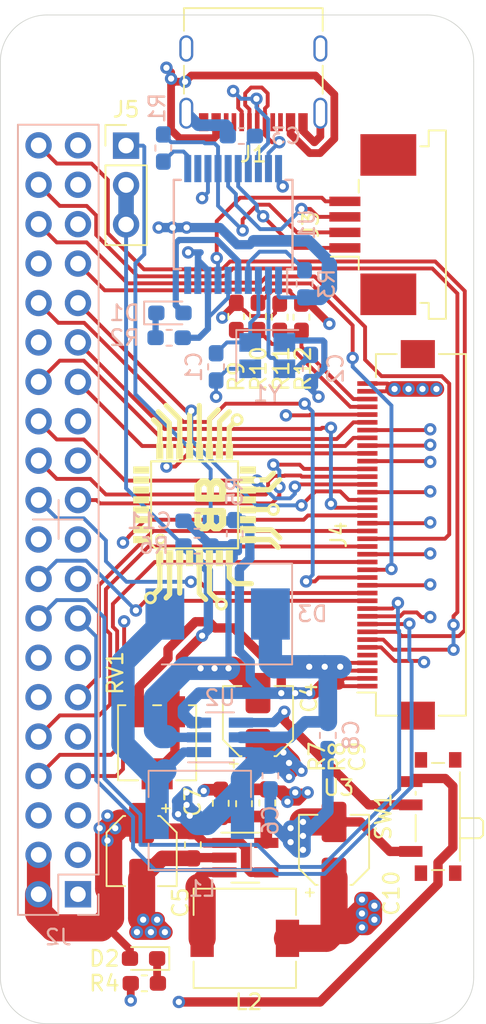
<source format=kicad_pcb>
(kicad_pcb (version 20171130) (host pcbnew "(5.1.4)-1")

  (general
    (thickness 1.6)
    (drawings 9)
    (tracks 795)
    (zones 0)
    (modules 44)
    (nets 64)
  )

  (page A4)
  (layers
    (0 F.Cu signal)
    (1 In1.Cu power hide)
    (2 In2.Cu power hide)
    (31 B.Cu signal)
    (32 B.Adhes user hide)
    (33 F.Adhes user hide)
    (34 B.Paste user hide)
    (35 F.Paste user hide)
    (36 B.SilkS user)
    (37 F.SilkS user)
    (38 B.Mask user)
    (39 F.Mask user)
    (40 Dwgs.User user)
    (41 Cmts.User user)
    (42 Eco1.User user)
    (43 Eco2.User user)
    (44 Edge.Cuts user)
    (45 Margin user)
    (46 B.CrtYd user hide)
    (47 F.CrtYd user hide)
    (48 B.Fab user hide)
    (49 F.Fab user hide)
  )

  (setup
    (last_trace_width 0.25)
    (user_trace_width 0.4)
    (user_trace_width 0.5)
    (user_trace_width 0.6)
    (user_trace_width 0.75)
    (user_trace_width 1)
    (user_trace_width 1.2)
    (user_trace_width 1.5)
    (user_trace_width 1.75)
    (user_trace_width 2)
    (user_trace_width 2.5)
    (trace_clearance 0.2)
    (zone_clearance 0.508)
    (zone_45_only no)
    (trace_min 0)
    (via_size 0.8)
    (via_drill 0.4)
    (via_min_size 0.4)
    (via_min_drill 0.3)
    (user_via 1.5 0.9)
    (user_via 2 1.8)
    (uvia_size 0.3)
    (uvia_drill 0.1)
    (uvias_allowed no)
    (uvia_min_size 0.2)
    (uvia_min_drill 0.1)
    (edge_width 0.05)
    (segment_width 0.2)
    (pcb_text_width 0.3)
    (pcb_text_size 1.5 1.5)
    (mod_edge_width 0.12)
    (mod_text_size 1 1)
    (mod_text_width 0.15)
    (pad_size 3.2 3.2)
    (pad_drill 3.2)
    (pad_to_mask_clearance 0.051)
    (solder_mask_min_width 0.25)
    (aux_axis_origin 0 0)
    (grid_origin 43.5 92.5)
    (visible_elements 7FFFFFFF)
    (pcbplotparams
      (layerselection 0x010fc_ffffffff)
      (usegerberextensions false)
      (usegerberattributes false)
      (usegerberadvancedattributes false)
      (creategerberjobfile false)
      (excludeedgelayer true)
      (linewidth 0.100000)
      (plotframeref false)
      (viasonmask false)
      (mode 1)
      (useauxorigin false)
      (hpglpennumber 1)
      (hpglpenspeed 20)
      (hpglpendiameter 15.000000)
      (psnegative false)
      (psa4output false)
      (plotreference true)
      (plotvalue true)
      (plotinvisibletext false)
      (padsonsilk false)
      (subtractmaskfromsilk false)
      (outputformat 1)
      (mirror false)
      (drillshape 1)
      (scaleselection 1)
      (outputdirectory ""))
  )

  (net 0 "")
  (net 1 GND)
  (net 2 "Net-(C1-Pad1)")
  (net 3 "Net-(C2-Pad1)")
  (net 4 "Net-(C3-Pad2)")
  (net 5 +5V)
  (net 6 LED+)
  (net 7 +3.3VP)
  (net 8 "Net-(C9-Pad2)")
  (net 9 "Net-(D1-Pad2)")
  (net 10 "Net-(D1-Pad1)")
  (net 11 "Net-(D2-Pad1)")
  (net 12 "Net-(D3-Pad2)")
  (net 13 VSYNC)
  (net 14 HSYNC)
  (net 15 Blue0)
  (net 16 Green2)
  (net 17 Green3)
  (net 18 Green5)
  (net 19 "Net-(J2-Pad12)")
  (net 20 "Net-(J2-Pad13)")
  (net 21 Red2)
  (net 22 Red3)
  (net 23 Red4)
  (net 24 /Blue6)
  (net 25 Blue5)
  (net 26 Red5)
  (net 27 /Blue7)
  (net 28 Blue4)
  (net 29 Blue3)
  (net 30 CLK)
  (net 31 DEN)
  (net 32 Blue1)
  (net 33 Blue2)
  (net 34 Green0)
  (net 35 Green1)
  (net 36 /Green7)
  (net 37 Green4)
  (net 38 "Net-(J2-Pad37)")
  (net 39 Red0)
  (net 40 Red1)
  (net 41 "Net-(J3-Pad1)")
  (net 42 "Net-(J3-Pad2)")
  (net 43 "Net-(J3-Pad3)")
  (net 44 "Net-(J3-Pad4)")
  (net 45 LED-)
  (net 46 "Net-(J4-Pad5)")
  (net 47 L_R)
  (net 48 U_D)
  (net 49 "Net-(L2-Pad1)")
  (net 50 "Net-(R1-Pad1)")
  (net 51 "Net-(R3-Pad2)")
  (net 52 EN_BCKLIT)
  (net 53 "Net-(U1-Pad10)")
  (net 54 "Net-(U1-Pad12)")
  (net 55 RV2)
  (net 56 "Net-(J2-Pad1)")
  (net 57 "Net-(J2-Pad17)")
  (net 58 "Net-(J1-PadB5)")
  (net 59 "Net-(J1-PadA6)")
  (net 60 "Net-(J1-PadA8)")
  (net 61 "Net-(J1-PadA5)")
  (net 62 "Net-(J1-PadB8)")
  (net 63 "Net-(J1-PadA7)")

  (net_class Default "Dies ist die voreingestellte Netzklasse."
    (clearance 0.2)
    (trace_width 0.25)
    (via_dia 0.8)
    (via_drill 0.4)
    (uvia_dia 0.3)
    (uvia_drill 0.1)
    (add_net +3.3VP)
    (add_net +5V)
    (add_net /Blue6)
    (add_net /Blue7)
    (add_net /Green7)
    (add_net Blue0)
    (add_net Blue1)
    (add_net Blue2)
    (add_net Blue3)
    (add_net Blue4)
    (add_net Blue5)
    (add_net CLK)
    (add_net DEN)
    (add_net EN_BCKLIT)
    (add_net GND)
    (add_net Green0)
    (add_net Green1)
    (add_net Green2)
    (add_net Green3)
    (add_net Green4)
    (add_net Green5)
    (add_net HSYNC)
    (add_net LED+)
    (add_net LED-)
    (add_net L_R)
    (add_net "Net-(C1-Pad1)")
    (add_net "Net-(C2-Pad1)")
    (add_net "Net-(C3-Pad2)")
    (add_net "Net-(C9-Pad2)")
    (add_net "Net-(D1-Pad1)")
    (add_net "Net-(D1-Pad2)")
    (add_net "Net-(D2-Pad1)")
    (add_net "Net-(D3-Pad2)")
    (add_net "Net-(J1-PadA5)")
    (add_net "Net-(J1-PadA6)")
    (add_net "Net-(J1-PadA7)")
    (add_net "Net-(J1-PadA8)")
    (add_net "Net-(J1-PadB5)")
    (add_net "Net-(J1-PadB8)")
    (add_net "Net-(J2-Pad1)")
    (add_net "Net-(J2-Pad12)")
    (add_net "Net-(J2-Pad13)")
    (add_net "Net-(J2-Pad17)")
    (add_net "Net-(J2-Pad37)")
    (add_net "Net-(J3-Pad1)")
    (add_net "Net-(J3-Pad2)")
    (add_net "Net-(J3-Pad3)")
    (add_net "Net-(J3-Pad4)")
    (add_net "Net-(J4-Pad5)")
    (add_net "Net-(L2-Pad1)")
    (add_net "Net-(R1-Pad1)")
    (add_net "Net-(R3-Pad2)")
    (add_net "Net-(U1-Pad10)")
    (add_net "Net-(U1-Pad12)")
    (add_net RV2)
    (add_net Red0)
    (add_net Red1)
    (add_net Red2)
    (add_net Red3)
    (add_net Red4)
    (add_net Red5)
    (add_net U_D)
    (add_net VSYNC)
  )

  (module Custom_logo:BB (layer F.Cu) (tedit 0) (tstamp 6031AC19)
    (at 53 66.9 90)
    (path /606925A8)
    (fp_text reference LOGO1 (at 0 0 90) (layer F.SilkS) hide
      (effects (font (size 1.524 1.524) (thickness 0.3)))
    )
    (fp_text value Logo (at 0.75 0 90) (layer F.SilkS) hide
      (effects (font (size 1.524 1.524) (thickness 0.3)))
    )
    (fp_poly (pts (xy -1.79161 -3.020944) (xy -1.72263 -2.998664) (xy -1.670578 -2.970539) (xy -1.613123 -2.923918)
      (xy -1.568491 -2.868042) (xy -1.537046 -2.805122) (xy -1.519148 -2.737369) (xy -1.51516 -2.666992)
      (xy -1.525444 -2.596204) (xy -1.550363 -2.527214) (xy -1.587829 -2.465475) (xy -1.628252 -2.423587)
      (xy -1.68227 -2.386469) (xy -1.746785 -2.356062) (xy -1.781528 -2.344128) (xy -1.817547 -2.334564)
      (xy -1.848775 -2.33044) (xy -1.88246 -2.331351) (xy -1.921933 -2.336302) (xy -1.973949 -2.350955)
      (xy -2.028182 -2.377962) (xy -2.080196 -2.414107) (xy -2.125556 -2.456173) (xy -2.159824 -2.500943)
      (xy -2.167122 -2.514109) (xy -2.192533 -2.582008) (xy -2.204735 -2.655586) (xy -2.203986 -2.684175)
      (xy -2.078354 -2.684175) (xy -2.077481 -2.647749) (xy -2.073615 -2.621648) (xy -2.065323 -2.599335)
      (xy -2.056039 -2.582333) (xy -2.018466 -2.531679) (xy -1.971734 -2.493267) (xy -1.951567 -2.481512)
      (xy -1.910326 -2.468081) (xy -1.861246 -2.465717) (xy -1.80904 -2.474125) (xy -1.758423 -2.49301)
      (xy -1.757029 -2.49371) (xy -1.708902 -2.526824) (xy -1.673187 -2.569781) (xy -1.650755 -2.620036)
      (xy -1.642475 -2.675043) (xy -1.649214 -2.732258) (xy -1.662528 -2.770475) (xy -1.694001 -2.824498)
      (xy -1.733613 -2.863716) (xy -1.781691 -2.888348) (xy -1.838562 -2.898614) (xy -1.8542 -2.898962)
      (xy -1.916926 -2.892959) (xy -1.968763 -2.87496) (xy -2.011872 -2.843758) (xy -2.048412 -2.79815)
      (xy -2.055394 -2.78673) (xy -2.067886 -2.762473) (xy -2.074879 -2.738979) (xy -2.077861 -2.709599)
      (xy -2.078354 -2.684175) (xy -2.203986 -2.684175) (xy -2.202813 -2.728872) (xy -2.201495 -2.737956)
      (xy -2.182146 -2.810249) (xy -2.149811 -2.873691) (xy -2.106427 -2.927433) (xy -2.053934 -2.970627)
      (xy -1.994267 -3.002424) (xy -1.929366 -3.021976) (xy -1.861168 -3.028432) (xy -1.79161 -3.020944)) (layer F.SilkS) (width 0.01))
    (fp_poly (pts (xy 1.453735 -0.48971) (xy 1.500286 -0.489157) (xy 1.53725 -0.48826) (xy 1.566093 -0.486981)
      (xy 1.588286 -0.485288) (xy 1.605297 -0.483144) (xy 1.618594 -0.480515) (xy 1.629101 -0.477543)
      (xy 1.643083 -0.472211) (xy 1.657516 -0.46455) (xy 1.674031 -0.453148) (xy 1.694261 -0.436597)
      (xy 1.719838 -0.413485) (xy 1.752394 -0.382402) (xy 1.793563 -0.341938) (xy 1.842487 -0.293172)
      (xy 1.895711 -0.240043) (xy 1.938453 -0.196769) (xy 1.971859 -0.160893) (xy 1.997076 -0.129961)
      (xy 2.015248 -0.101515) (xy 2.027521 -0.0731) (xy 2.035042 -0.042261) (xy 2.038955 -0.00654)
      (xy 2.040406 0.036517) (xy 2.040542 0.089367) (xy 2.040467 0.131233) (xy 2.040222 0.198902)
      (xy 2.038919 0.252472) (xy 2.035707 0.294778) (xy 2.029736 0.328652) (xy 2.020152 0.356929)
      (xy 2.006105 0.382441) (xy 1.986744 0.408024) (xy 1.961217 0.43651) (xy 1.942949 0.455794)
      (xy 1.872908 0.529167) (xy 1.9428 0.601725) (xy 1.972369 0.632991) (xy 1.995372 0.659865)
      (xy 2.012595 0.685091) (xy 2.024822 0.711414) (xy 2.032842 0.741579) (xy 2.037438 0.778331)
      (xy 2.039399 0.824416) (xy 2.039509 0.882577) (xy 2.03883 0.937081) (xy 2.037832 0.996835)
      (xy 2.036656 1.042308) (xy 2.035034 1.076152) (xy 2.032697 1.101019) (xy 2.029378 1.119562)
      (xy 2.024807 1.134433) (xy 2.018718 1.148283) (xy 2.017142 1.151466) (xy 2.004599 1.170222)
      (xy 1.98089 1.199364) (xy 1.947139 1.237629) (xy 1.90447 1.283754) (xy 1.854008 1.336479)
      (xy 1.835109 1.355853) (xy 1.785484 1.406274) (xy 1.745881 1.445866) (xy 1.714655 1.476076)
      (xy 1.690163 1.498347) (xy 1.670761 1.514126) (xy 1.654804 1.524858) (xy 1.640648 1.531988)
      (xy 1.630442 1.53577) (xy 1.619234 1.538859) (xy 1.605166 1.541445) (xy 1.586772 1.543568)
      (xy 1.562587 1.545269) (xy 1.531144 1.546585) (xy 1.490979 1.547558) (xy 1.440627 1.548227)
      (xy 1.37862 1.548632) (xy 1.303495 1.548812) (xy 1.213785 1.548807) (xy 1.152075 1.548731)
      (xy 1.036658 1.548368) (xy 0.937547 1.547659) (xy 0.854846 1.546606) (xy 0.788657 1.54521)
      (xy 0.739085 1.543475) (xy 0.706233 1.541402) (xy 0.690205 1.538994) (xy 0.690033 1.538934)
      (xy 0.635981 1.511093) (xy 0.590715 1.470882) (xy 0.557062 1.421264) (xy 0.542381 1.384105)
      (xy 0.540648 1.373076) (xy 0.539141 1.35226) (xy 0.537855 1.320988) (xy 0.536783 1.278589)
      (xy 0.535922 1.224395) (xy 0.535264 1.157733) (xy 0.534804 1.077936) (xy 0.534537 0.984332)
      (xy 0.534456 0.876252) (xy 0.534557 0.753533) (xy 0.982133 0.753533) (xy 0.982133 1.100666)
      (xy 1.462652 1.100666) (xy 1.527193 1.029576) (xy 1.555435 0.997973) (xy 1.574 0.975281)
      (xy 1.584892 0.958152) (xy 1.590117 0.943239) (xy 1.591679 0.927195) (xy 1.591733 0.921814)
      (xy 1.59095 0.90482) (xy 1.58718 0.890455) (xy 1.578295 0.875383) (xy 1.562166 0.856268)
      (xy 1.536662 0.829775) (xy 1.526315 0.819337) (xy 1.460897 0.753533) (xy 0.982133 0.753533)
      (xy 0.534557 0.753533) (xy 0.534558 0.753026) (xy 0.534835 0.613984) (xy 0.535115 0.512233)
      (xy 0.53678 -0.042333) (xy 0.982133 -0.042333) (xy 0.982133 0.3048) (xy 1.460125 0.3048)
      (xy 1.525929 0.239382) (xy 1.55478 0.2104) (xy 1.573661 0.189823) (xy 1.584685 0.174191)
      (xy 1.589964 0.160044) (xy 1.59161 0.143924) (xy 1.591733 0.131619) (xy 1.591255 0.112566)
      (xy 1.588421 0.097563) (xy 1.581127 0.083133) (xy 1.567272 0.065802) (xy 1.544753 0.042095)
      (xy 1.526315 0.02347) (xy 1.460897 -0.042333) (xy 0.982133 -0.042333) (xy 0.53678 -0.042333)
      (xy 0.537633 -0.325967) (xy 0.557442 -0.364067) (xy 0.585645 -0.408914) (xy 0.619174 -0.442065)
      (xy 0.658564 -0.466423) (xy 0.6985 -0.486833) (xy 1.142267 -0.489171) (xy 1.241861 -0.489648)
      (xy 1.325991 -0.48992) (xy 1.396126 -0.489953) (xy 1.453735 -0.48971)) (layer F.SilkS) (width 0.01))
    (fp_poly (pts (xy -0.375311 -0.490897) (xy -0.278706 -0.490382) (xy -0.198188 -0.489513) (xy -0.133335 -0.488281)
      (xy -0.083726 -0.486678) (xy -0.048939 -0.484695) (xy -0.028552 -0.482323) (xy -0.025075 -0.481503)
      (xy 0.016735 -0.462151) (xy 0.057842 -0.431429) (xy 0.092544 -0.394142) (xy 0.109156 -0.3683)
      (xy 0.131233 -0.325967) (xy 0.131233 0.529167) (xy 0.131226 0.668375) (xy 0.13119 0.791662)
      (xy 0.131108 0.900039) (xy 0.13096 0.994517) (xy 0.130727 1.076108) (xy 0.130391 1.145823)
      (xy 0.129932 1.204674) (xy 0.129332 1.253672) (xy 0.128571 1.29383) (xy 0.12763 1.326157)
      (xy 0.126491 1.351667) (xy 0.125135 1.371369) (xy 0.123542 1.386277) (xy 0.121695 1.397402)
      (xy 0.119572 1.405754) (xy 0.117157 1.412346) (xy 0.114581 1.417886) (xy 0.08599 1.460897)
      (xy 0.047003 1.499891) (xy 0.003992 1.528494) (xy 0.003952 1.528514) (xy -0.004114 1.532184)
      (xy -0.013245 1.53528) (xy -0.024886 1.537859) (xy -0.040483 1.539973) (xy -0.061484 1.541677)
      (xy -0.089333 1.543028) (xy -0.125478 1.544077) (xy -0.171363 1.544882) (xy -0.228437 1.545495)
      (xy -0.298143 1.545972) (xy -0.38193 1.546368) (xy -0.478367 1.546726) (xy -0.57941 1.54702)
      (xy -0.664934 1.547119) (xy -0.73635 1.54699) (xy -0.795072 1.5466) (xy -0.842511 1.545917)
      (xy -0.88008 1.544906) (xy -0.909192 1.543535) (xy -0.931259 1.541771) (xy -0.947695 1.53958)
      (xy -0.95991 1.53693) (xy -0.9652 1.535313) (xy -0.978827 1.529399) (xy -0.994444 1.519686)
      (xy -1.013607 1.50479) (xy -1.037869 1.483324) (xy -1.068784 1.453901) (xy -1.107906 1.415137)
      (xy -1.156789 1.365644) (xy -1.16629 1.355953) (xy -1.219421 1.300976) (xy -1.265006 1.2523)
      (xy -1.301948 1.211157) (xy -1.329148 1.178783) (xy -1.345508 1.15641) (xy -1.348323 1.151466)
      (xy -1.35477 1.13747) (xy -1.359643 1.123015) (xy -1.363208 1.10545) (xy -1.365734 1.082123)
      (xy -1.367489 1.050381) (xy -1.368739 1.007571) (xy -1.369754 0.951042) (xy -1.369964 0.937081)
      (xy -1.370139 0.921428) (xy -0.922867 0.921428) (xy -0.922024 0.938559) (xy -0.918161 0.953468)
      (xy -0.909273 0.969511) (xy -0.893357 0.990049) (xy -0.868407 1.018437) (xy -0.858326 1.029576)
      (xy -0.793786 1.100666) (xy -0.313267 1.100666) (xy -0.313267 0.753533) (xy -0.791259 0.753533)
      (xy -0.857063 0.818951) (xy -0.886105 0.848242) (xy -0.905062 0.869146) (xy -0.916071 0.884994)
      (xy -0.921272 0.899116) (xy -0.922802 0.914843) (xy -0.922867 0.921428) (xy -1.370139 0.921428)
      (xy -1.370741 0.867798) (xy -1.370272 0.812697) (xy -1.367768 0.769034) (xy -1.362444 0.734063)
      (xy -1.353512 0.70504) (xy -1.340186 0.679221) (xy -1.321679 0.653859) (xy -1.297204 0.626212)
      (xy -1.27381 0.601652) (xy -1.203793 0.529021) (xy -1.273576 0.456846) (xy -1.303203 0.425613)
      (xy -1.326169 0.398799) (xy -1.343322 0.37359) (xy -1.355509 0.347172) (xy -1.363576 0.316732)
      (xy -1.368371 0.279457) (xy -1.37074 0.232533) (xy -1.371531 0.173146) (xy -1.3716 0.131233)
      (xy -1.3716 0.130847) (xy -0.922867 0.130847) (xy -0.922389 0.1499) (xy -0.919554 0.164903)
      (xy -0.912261 0.179333) (xy -0.898405 0.196664) (xy -0.875887 0.220372) (xy -0.857449 0.238996)
      (xy -0.792031 0.3048) (xy -0.313267 0.3048) (xy -0.313267 -0.042333) (xy -0.791259 -0.042333)
      (xy -0.857063 0.023085) (xy -0.885914 0.052066) (xy -0.904795 0.072644) (xy -0.915818 0.088276)
      (xy -0.921097 0.102422) (xy -0.922744 0.118542) (xy -0.922867 0.130847) (xy -1.3716 0.130847)
      (xy -1.371706 0.070484) (xy -1.371259 0.021167) (xy -1.369113 -0.019173) (xy -1.364122 -0.052992)
      (xy -1.35514 -0.082748) (xy -1.341021 -0.110897) (xy -1.320619 -0.139894) (xy -1.292787 -0.172196)
      (xy -1.256381 -0.21026) (xy -1.210253 -0.256542) (xy -1.173621 -0.293088) (xy -1.122338 -0.344144)
      (xy -1.081226 -0.384435) (xy -1.048675 -0.415357) (xy -1.023076 -0.438309) (xy -1.002819 -0.454689)
      (xy -0.986295 -0.465894) (xy -0.971895 -0.473323) (xy -0.961575 -0.477238) (xy -0.95037 -0.480389)
      (xy -0.936409 -0.483032) (xy -0.918211 -0.485209) (xy -0.894299 -0.486964) (xy -0.863192 -0.488341)
      (xy -0.823413 -0.489381) (xy -0.773481 -0.490129) (xy -0.711919 -0.490627) (xy -0.637247 -0.49092)
      (xy -0.547985 -0.491049) (xy -0.488424 -0.491067) (xy -0.375311 -0.490897)) (layer F.SilkS) (width 0.01))
    (fp_poly (pts (xy 2.802467 -3.412067) (xy 2.353733 -3.412067) (xy 2.353733 -4.436534) (xy 2.802467 -4.436534)
      (xy 2.802467 -3.412067)) (layer F.SilkS) (width 0.01))
    (fp_poly (pts (xy 2.159 -3.412067) (xy 1.710267 -3.412067) (xy 1.710267 -4.436534) (xy 2.159 -4.436534)
      (xy 2.159 -3.412067)) (layer F.SilkS) (width 0.01))
    (fp_poly (pts (xy 1.515533 -3.412067) (xy 1.0668 -3.412067) (xy 1.0668 -4.436534) (xy 1.515533 -4.436534)
      (xy 1.515533 -3.412067)) (layer F.SilkS) (width 0.01))
    (fp_poly (pts (xy 0.880533 -3.412067) (xy 0.4318 -3.412067) (xy 0.4318 -4.436534) (xy 0.880533 -4.436534)
      (xy 0.880533 -3.412067)) (layer F.SilkS) (width 0.01))
    (fp_poly (pts (xy 0.237066 -3.412067) (xy -0.211667 -3.412067) (xy -0.211667 -4.436534) (xy 0.237066 -4.436534)
      (xy 0.237066 -3.412067)) (layer F.SilkS) (width 0.01))
    (fp_poly (pts (xy -0.397933 -3.412067) (xy -0.846667 -3.412067) (xy -0.846667 -4.436534) (xy -0.397933 -4.436534)
      (xy -0.397933 -3.412067)) (layer F.SilkS) (width 0.01))
    (fp_poly (pts (xy -1.0414 -3.412067) (xy -1.490133 -3.412067) (xy -1.490133 -4.436534) (xy -1.0414 -4.436534)
      (xy -1.0414 -3.412067)) (layer F.SilkS) (width 0.01))
    (fp_poly (pts (xy -1.684867 -3.412067) (xy -2.1336 -3.412067) (xy -2.1336 -4.436534) (xy -1.684867 -4.436534)
      (xy -1.684867 -3.412067)) (layer F.SilkS) (width 0.01))
    (fp_poly (pts (xy 5.846869 -3.290794) (xy 5.889602 -3.277276) (xy 5.926841 -3.252971) (xy 5.956541 -3.219925)
      (xy 5.976658 -3.180181) (xy 5.985147 -3.135785) (xy 5.979964 -3.08878) (xy 5.969687 -3.0607)
      (xy 5.959191 -3.045344) (xy 5.938128 -3.020231) (xy 5.908189 -2.987046) (xy 5.871069 -2.94747)
      (xy 5.828458 -2.903186) (xy 5.782051 -2.855877) (xy 5.733539 -2.807226) (xy 5.684614 -2.758916)
      (xy 5.63697 -2.712629) (xy 5.592299 -2.670049) (xy 5.552293 -2.632857) (xy 5.518646 -2.602738)
      (xy 5.493048 -2.581372) (xy 5.477194 -2.570445) (xy 5.476088 -2.56994) (xy 5.468088 -2.567359)
      (xy 5.456681 -2.565136) (xy 5.44066 -2.563245) (xy 5.418819 -2.561661) (xy 5.389951 -2.560357)
      (xy 5.352849 -2.559308) (xy 5.306306 -2.558489) (xy 5.249115 -2.557873) (xy 5.18007 -2.557436)
      (xy 5.097964 -2.557151) (xy 5.001589 -2.556992) (xy 4.88974 -2.556935) (xy 4.864372 -2.556933)
      (xy 4.284133 -2.556933) (xy 4.284133 -2.506133) (xy 3.259667 -2.506133) (xy 3.259667 -2.954867)
      (xy 4.284133 -2.954867) (xy 4.284133 -2.887133) (xy 5.346844 -2.887133) (xy 5.533039 -3.074278)
      (xy 5.591856 -3.132767) (xy 5.643203 -3.182538) (xy 5.686211 -3.222789) (xy 5.72001 -3.252718)
      (xy 5.743729 -3.271522) (xy 5.7531 -3.277292) (xy 5.800687 -3.291481) (xy 5.846869 -3.290794)) (layer F.SilkS) (width 0.01))
    (fp_poly (pts (xy -5.587365 -3.734842) (xy -5.512952 -3.713247) (xy -5.442437 -3.676775) (xy -5.377819 -3.625425)
      (xy -5.371943 -3.619657) (xy -5.318138 -3.554609) (xy -5.27976 -3.483096) (xy -5.257165 -3.406368)
      (xy -5.250706 -3.32567) (xy -5.26074 -3.242253) (xy -5.262463 -3.234659) (xy -5.275341 -3.180019)
      (xy -4.982815 -2.887133) (xy -3.615267 -2.887133) (xy -3.615267 -2.954867) (xy -2.5908 -2.954867)
      (xy -2.5908 -2.506133) (xy -3.615267 -2.506133) (xy -3.615267 -2.556933) (xy -4.347905 -2.556933)
      (xy -4.477999 -2.556962) (xy -4.592225 -2.557061) (xy -4.691646 -2.557247) (xy -4.777329 -2.557539)
      (xy -4.850338 -2.557955) (xy -4.911738 -2.558513) (xy -4.962594 -2.559231) (xy -5.00397 -2.560128)
      (xy -5.036931 -2.561221) (xy -5.062542 -2.562529) (xy -5.081869 -2.56407) (xy -5.095975 -2.565862)
      (xy -5.105926 -2.567923) (xy -5.112022 -2.569945) (xy -5.128943 -2.580786) (xy -5.156772 -2.603661)
      (xy -5.194994 -2.6381) (xy -5.243096 -2.683635) (xy -5.300564 -2.739796) (xy -5.325912 -2.764985)
      (xy -5.508323 -2.947015) (xy -5.562978 -2.934133) (xy -5.646586 -2.922597) (xy -5.727582 -2.927584)
      (xy -5.804719 -2.948741) (xy -5.876752 -2.985714) (xy -5.942434 -3.038146) (xy -5.94799 -3.04361)
      (xy -6.000782 -3.107551) (xy -6.038697 -3.177582) (xy -6.061734 -3.251704) (xy -6.069893 -3.327921)
      (xy -6.069524 -3.332124) (xy -5.893102 -3.332124) (xy -5.885296 -3.275801) (xy -5.861637 -3.221422)
      (xy -5.822126 -3.170959) (xy -5.821227 -3.170056) (xy -5.770864 -3.130139) (xy -5.716231 -3.106506)
      (xy -5.658001 -3.099317) (xy -5.596845 -3.108733) (xy -5.58323 -3.112993) (xy -5.541897 -3.134152)
      (xy -5.501651 -3.166953) (xy -5.467359 -3.206532) (xy -5.443884 -3.248024) (xy -5.441326 -3.254897)
      (xy -5.428225 -3.316622) (xy -5.431762 -3.375449) (xy -5.451804 -3.430827) (xy -5.488221 -3.482208)
      (xy -5.498548 -3.493052) (xy -5.548873 -3.532801) (xy -5.603184 -3.556703) (xy -5.659494 -3.564758)
      (xy -5.715822 -3.556967) (xy -5.770181 -3.53333) (xy -5.820589 -3.493846) (xy -5.821386 -3.493052)
      (xy -5.861147 -3.442721) (xy -5.885052 -3.388421) (xy -5.893102 -3.332124) (xy -6.069524 -3.332124)
      (xy -6.063176 -3.404235) (xy -6.04158 -3.478648) (xy -6.005108 -3.549163) (xy -5.953758 -3.613782)
      (xy -5.94799 -3.619657) (xy -5.884049 -3.672449) (xy -5.814018 -3.710363) (xy -5.739896 -3.7334)
      (xy -5.663679 -3.74156) (xy -5.587365 -3.734842)) (layer F.SilkS) (width 0.01))
    (fp_poly (pts (xy 6.354971 -2.98591) (xy 6.397873 -2.972301) (xy 6.435276 -2.947835) (xy 6.465071 -2.914529)
      (xy 6.485151 -2.874403) (xy 6.493407 -2.829475) (xy 6.487732 -2.781763) (xy 6.480935 -2.761978)
      (xy 6.472197 -2.749361) (xy 6.452563 -2.726243) (xy 6.423305 -2.6939) (xy 6.385693 -2.653609)
      (xy 6.341 -2.606645) (xy 6.290498 -2.554284) (xy 6.235457 -2.497802) (xy 6.177148 -2.438476)
      (xy 6.116845 -2.377581) (xy 6.055818 -2.316393) (xy 5.995338 -2.256189) (xy 5.936677 -2.198244)
      (xy 5.881107 -2.143834) (xy 5.829899 -2.094236) (xy 5.784324 -2.050725) (xy 5.745655 -2.014578)
      (xy 5.715162 -1.98707) (xy 5.694117 -1.969477) (xy 5.685367 -1.963588) (xy 5.678599 -1.960712)
      (xy 5.670625 -1.958204) (xy 5.660302 -1.956039) (xy 5.646489 -1.954192) (xy 5.628045 -1.952636)
      (xy 5.603828 -1.951347) (xy 5.572695 -1.950298) (xy 5.533506 -1.949465) (xy 5.485119 -1.948822)
      (xy 5.426391 -1.948342) (xy 5.356182 -1.948001) (xy 5.27335 -1.947774) (xy 5.176753 -1.947633)
      (xy 5.065249 -1.947554) (xy 4.967817 -1.947519) (xy 4.284133 -1.947334) (xy 4.284133 -1.862667)
      (xy 3.259667 -1.862667) (xy 3.259667 -2.3114) (xy 3.7719 -2.3114) (xy 3.877714 -2.31139)
      (xy 3.967852 -2.311332) (xy 4.04357 -2.311185) (xy 4.106124 -2.310907) (xy 4.156772 -2.310456)
      (xy 4.19677 -2.309791) (xy 4.227374 -2.308871) (xy 4.249842 -2.307653) (xy 4.26543 -2.306097)
      (xy 4.275395 -2.304161) (xy 4.280993 -2.301803) (xy 4.283481 -2.298982) (xy 4.284116 -2.295656)
      (xy 4.284133 -2.294467) (xy 4.284398 -2.291296) (xy 4.285948 -2.288548) (xy 4.289913 -2.286192)
      (xy 4.297423 -2.284199) (xy 4.309609 -2.282538) (xy 4.327602 -2.281178) (xy 4.352533 -2.280091)
      (xy 4.385531 -2.279244) (xy 4.427728 -2.278608) (xy 4.480254 -2.278154) (xy 4.54424 -2.27785)
      (xy 4.620816 -2.277666) (xy 4.711114 -2.277572) (xy 4.816262 -2.277538) (xy 4.917056 -2.277533)
      (xy 5.549979 -2.277533) (xy 5.888606 -2.617066) (xy 5.975114 -2.703462) (xy 6.050493 -2.778019)
      (xy 6.114667 -2.84066) (xy 6.167555 -2.891311) (xy 6.209079 -2.929897) (xy 6.239161 -2.956342)
      (xy 6.257722 -2.970572) (xy 6.2611 -2.97248) (xy 6.308677 -2.986642) (xy 6.354971 -2.98591)) (layer F.SilkS) (width 0.01))
    (fp_poly (pts (xy -5.620188 -2.474743) (xy -5.592233 -2.46452) (xy -5.574262 -2.452862) (xy -5.547671 -2.431461)
      (xy -5.515445 -2.402902) (xy -5.48057 -2.369773) (xy -5.465378 -2.35464) (xy -5.372389 -2.2606)
      (xy -3.615267 -2.2606) (xy -3.615267 -2.3114) (xy -2.5908 -2.3114) (xy -2.5908 -1.862667)
      (xy -3.615267 -1.862667) (xy -3.615267 -1.9304) (xy -4.542639 -1.9304) (xy -4.6897 -1.930421)
      (xy -4.820769 -1.930493) (xy -4.936783 -1.930629) (xy -5.038685 -1.930841) (xy -5.127412 -1.931143)
      (xy -5.203907 -1.931546) (xy -5.269107 -1.932064) (xy -5.323954 -1.93271) (xy -5.369387 -1.933496)
      (xy -5.406346 -1.934434) (xy -5.435771 -1.935539) (xy -5.458603 -1.936822) (xy -5.47578 -1.938297)
      (xy -5.488243 -1.939975) (xy -5.496932 -1.94187) (xy -5.501489 -1.943422) (xy -5.518949 -1.954371)
      (xy -5.545436 -1.975622) (xy -5.578649 -2.004893) (xy -5.616283 -2.039903) (xy -5.656036 -2.078371)
      (xy -5.695605 -2.118013) (xy -5.732686 -2.15655) (xy -5.764976 -2.191699) (xy -5.790173 -2.221178)
      (xy -5.805973 -2.242707) (xy -5.808837 -2.2479) (xy -5.82302 -2.295507) (xy -5.822325 -2.341701)
      (xy -5.808796 -2.38444) (xy -5.784478 -2.421677) (xy -5.751414 -2.451371) (xy -5.711649 -2.471475)
      (xy -5.667225 -2.479947) (xy -5.620188 -2.474743)) (layer F.SilkS) (width 0.01))
    (fp_poly (pts (xy 6.761366 -2.477912) (xy 6.804267 -2.464305) (xy 6.841669 -2.439841) (xy 6.871465 -2.406537)
      (xy 6.891547 -2.366411) (xy 6.899806 -2.321483) (xy 6.894135 -2.27377) (xy 6.887337 -2.253978)
      (xy 6.87887 -2.241984) (xy 6.859419 -2.219327) (xy 6.830132 -2.18716) (xy 6.792157 -2.146634)
      (xy 6.746642 -2.098899) (xy 6.694734 -2.045107) (xy 6.637583 -1.98641) (xy 6.576335 -1.923959)
      (xy 6.512138 -1.858904) (xy 6.446142 -1.792399) (xy 6.379492 -1.725593) (xy 6.313338 -1.659638)
      (xy 6.248827 -1.595685) (xy 6.187108 -1.534886) (xy 6.129328 -1.478392) (xy 6.076635 -1.427354)
      (xy 6.030177 -1.382924) (xy 5.991102 -1.346253) (xy 5.960558 -1.318492) (xy 5.939692 -1.300793)
      (xy 5.9309 -1.294724) (xy 5.924648 -1.292063) (xy 5.917243 -1.289715) (xy 5.907642 -1.287662)
      (xy 5.894801 -1.285883) (xy 5.877676 -1.284358) (xy 5.855225 -1.283068) (xy 5.826404 -1.281992)
      (xy 5.790169 -1.28111) (xy 5.745477 -1.280402) (xy 5.691285 -1.279849) (xy 5.626548 -1.279431)
      (xy 5.550225 -1.279127) (xy 5.461271 -1.278917) (xy 5.358643 -1.278783) (xy 5.241297 -1.278702)
      (xy 5.108191 -1.278657) (xy 5.090583 -1.278653) (xy 4.284133 -1.278467) (xy 4.284133 -1.2192)
      (xy 3.259667 -1.2192) (xy 3.259667 -1.667934) (xy 4.284133 -1.667934) (xy 4.284133 -1.608667)
      (xy 5.795497 -1.608667) (xy 6.214565 -2.02863) (xy 6.311294 -2.1253) (xy 6.396382 -2.209774)
      (xy 6.469883 -2.282103) (xy 6.531851 -2.342338) (xy 6.582338 -2.39053) (xy 6.621397 -2.42673)
      (xy 6.649082 -2.45099) (xy 6.665447 -2.463361) (xy 6.6675 -2.464477) (xy 6.715074 -2.478642)
      (xy 6.761366 -2.477912)) (layer F.SilkS) (width 0.01))
    (fp_poly (pts (xy -2.5908 -1.2192) (xy -3.615267 -1.2192) (xy -3.615267 -1.278467) (xy -4.50215 -1.278653)
      (xy -4.644284 -1.278693) (xy -4.770475 -1.278763) (xy -4.881714 -1.27888) (xy -4.978992 -1.27906)
      (xy -5.063299 -1.27932) (xy -5.135625 -1.279678) (xy -5.196963 -1.28015) (xy -5.248301 -1.280754)
      (xy -5.290631 -1.281506) (xy -5.324943 -1.282424) (xy -5.352229 -1.283524) (xy -5.373478 -1.284824)
      (xy -5.389681 -1.286341) (xy -5.40183 -1.288091) (xy -5.410914 -1.290092) (xy -5.417924 -1.29236)
      (xy -5.4229 -1.294469) (xy -5.465668 -1.322347) (xy -5.496031 -1.358831) (xy -5.513989 -1.401002)
      (xy -5.519542 -1.44594) (xy -5.512691 -1.490726) (xy -5.493434 -1.532438) (xy -5.461772 -1.568159)
      (xy -5.4229 -1.592664) (xy -5.416862 -1.595169) (xy -5.409576 -1.597392) (xy -5.400053 -1.59935)
      (xy -5.3873 -1.60106) (xy -5.370328 -1.60254) (xy -5.348146 -1.603805) (xy -5.319763 -1.604874)
      (xy -5.284188 -1.605764) (xy -5.240432 -1.60649) (xy -5.187503 -1.607071) (xy -5.124411 -1.607523)
      (xy -5.050165 -1.607863) (xy -4.963775 -1.608109) (xy -4.864249 -1.608277) (xy -4.750597 -1.608385)
      (xy -4.621829 -1.608449) (xy -4.50215 -1.608481) (xy -3.615267 -1.608667) (xy -3.615267 -1.667934)
      (xy -2.5908 -1.667934) (xy -2.5908 -1.2192)) (layer F.SilkS) (width 0.01))
    (fp_poly (pts (xy 4.284133 -0.973667) (xy 5.25145 -0.973481) (xy 5.400216 -0.973443) (xy 5.532995 -0.973379)
      (xy 5.650731 -0.973275) (xy 5.754371 -0.973114) (xy 5.84486 -0.972884) (xy 5.923144 -0.972568)
      (xy 5.990168 -0.972151) (xy 6.046878 -0.971619) (xy 6.094219 -0.970957) (xy 6.133137 -0.97015)
      (xy 6.164579 -0.969182) (xy 6.189488 -0.968039) (xy 6.208812 -0.966707) (xy 6.223494 -0.965169)
      (xy 6.234483 -0.963411) (xy 6.242721 -0.961419) (xy 6.249157 -0.959177) (xy 6.252633 -0.957664)
      (xy 6.295441 -0.9303) (xy 6.326023 -0.892307) (xy 6.336896 -0.870107) (xy 6.348941 -0.820971)
      (xy 6.345471 -0.77235) (xy 6.327713 -0.727308) (xy 6.296891 -0.688909) (xy 6.254232 -0.660217)
      (xy 6.252633 -0.659469) (xy 6.246838 -0.657066) (xy 6.239822 -0.654921) (xy 6.23064 -0.65302)
      (xy 6.218345 -0.651349) (xy 6.201992 -0.649892) (xy 6.180635 -0.648634) (xy 6.153329 -0.64756)
      (xy 6.119128 -0.646656) (xy 6.077087 -0.645906) (xy 6.02626 -0.645295) (xy 5.965701 -0.64481)
      (xy 5.894465 -0.644433) (xy 5.811606 -0.644152) (xy 5.716179 -0.64395) (xy 5.607238 -0.643813)
      (xy 5.483837 -0.643726) (xy 5.34503 -0.643674) (xy 5.25145 -0.643653) (xy 4.284133 -0.643467)
      (xy 4.284133 -0.5842) (xy 3.259667 -0.5842) (xy 3.259667 -1.032933) (xy 4.284133 -1.032933)
      (xy 4.284133 -0.973667)) (layer F.SilkS) (width 0.01))
    (fp_poly (pts (xy -2.5908 -0.5842) (xy -3.615267 -0.5842) (xy -3.615267 -1.032933) (xy -2.5908 -1.032933)
      (xy -2.5908 -0.5842)) (layer F.SilkS) (width 0.01))
    (fp_poly (pts (xy 4.284133 -0.347133) (xy 5.526617 -0.346948) (xy 5.696223 -0.346916) (xy 5.849724 -0.346866)
      (xy 5.987947 -0.346789) (xy 6.111722 -0.346673) (xy 6.221875 -0.346509) (xy 6.319234 -0.346286)
      (xy 6.404629 -0.345995) (xy 6.478886 -0.345624) (xy 6.542835 -0.345164) (xy 6.597301 -0.344605)
      (xy 6.643115 -0.343935) (xy 6.681104 -0.343145) (xy 6.712095 -0.342225) (xy 6.736918 -0.341164)
      (xy 6.756399 -0.339952) (xy 6.771367 -0.338579) (xy 6.78265 -0.337034) (xy 6.791076 -0.335307)
      (xy 6.797473 -0.333389) (xy 6.802669 -0.331268) (xy 6.802966 -0.331131) (xy 6.845774 -0.303767)
      (xy 6.876356 -0.265774) (xy 6.887229 -0.243573) (xy 6.899274 -0.194438) (xy 6.895805 -0.145817)
      (xy 6.878046 -0.100775) (xy 6.847225 -0.062376) (xy 6.804566 -0.033684) (xy 6.802966 -0.032936)
      (xy 6.797817 -0.030802) (xy 6.791518 -0.028872) (xy 6.78324 -0.027134) (xy 6.772156 -0.025578)
      (xy 6.757438 -0.024195) (xy 6.738257 -0.022973) (xy 6.713786 -0.021903) (xy 6.683197 -0.020974)
      (xy 6.645661 -0.020177) (xy 6.600351 -0.0195) (xy 6.546438 -0.018934) (xy 6.483095 -0.018468)
      (xy 6.409493 -0.018092) (xy 6.324805 -0.017796) (xy 6.228203 -0.01757) (xy 6.118858 -0.017403)
      (xy 5.995942 -0.017284) (xy 5.858628 -0.017205) (xy 5.706088 -0.017154) (xy 5.537493 -0.017121)
      (xy 5.526617 -0.017119) (xy 4.284133 -0.016933) (xy 4.284133 0.059267) (xy 3.259667 0.059267)
      (xy 3.259667 -0.389467) (xy 4.284133 -0.389467) (xy 4.284133 -0.347133)) (layer F.SilkS) (width 0.01))
    (fp_poly (pts (xy -2.5908 0.059267) (xy -3.615267 0.059267) (xy -3.615267 -0.016933) (xy -5.287578 -0.016933)
      (xy -5.473772 0.170211) (xy -5.532589 0.2287) (xy -5.583937 0.278471) (xy -5.626945 0.318722)
      (xy -5.660743 0.348651) (xy -5.684463 0.367455) (xy -5.693833 0.373225) (xy -5.743001 0.38728)
      (xy -5.793616 0.385169) (xy -5.8293 0.373464) (xy -5.872413 0.345083) (xy -5.903663 0.306866)
      (xy -5.921831 0.261858) (xy -5.925697 0.213104) (xy -5.914044 0.163649) (xy -5.91366 0.162711)
      (xy -5.904019 0.148066) (xy -5.883751 0.123486) (xy -5.854537 0.090664) (xy -5.818062 0.051293)
      (xy -5.776006 0.007065) (xy -5.730055 -0.040328) (xy -5.681889 -0.089192) (xy -5.633192 -0.137836)
      (xy -5.585647 -0.184567) (xy -5.540937 -0.227692) (xy -5.500743 -0.265518) (xy -5.46675 -0.296354)
      (xy -5.44064 -0.318507) (xy -5.424095 -0.330284) (xy -5.4229 -0.330888) (xy -5.416924 -0.33343)
      (xy -5.409817 -0.335687) (xy -5.400589 -0.337674) (xy -5.388248 -0.33941) (xy -5.371804 -0.340912)
      (xy -5.350265 -0.342196) (xy -5.32264 -0.343281) (xy -5.287938 -0.344184) (xy -5.245166 -0.344921)
      (xy -5.193335 -0.345511) (xy -5.131453 -0.345969) (xy -5.058529 -0.346315) (xy -4.973571 -0.346565)
      (xy -4.875588 -0.346736) (xy -4.76359 -0.346845) (xy -4.636584 -0.346911) (xy -4.50215 -0.346948)
      (xy -3.615267 -0.347133) (xy -3.615267 -0.389467) (xy -2.5908 -0.389467) (xy -2.5908 0.059267)) (layer F.SilkS) (width 0.01))
    (fp_poly (pts (xy 4.284133 0.3048) (xy 5.09905 0.305022) (xy 5.235356 0.305075) (xy 5.355757 0.30517)
      (xy 5.461281 0.305322) (xy 5.552958 0.305551) (xy 5.631815 0.305875) (xy 5.69888 0.306311)
      (xy 5.755183 0.306877) (xy 5.801752 0.307592) (xy 5.839615 0.308473) (xy 5.8698 0.309539)
      (xy 5.893337 0.310808) (xy 5.911252 0.312297) (xy 5.924576 0.314025) (xy 5.934336 0.316009)
      (xy 5.94156 0.318267) (xy 5.945271 0.319839) (xy 5.959168 0.329494) (xy 5.983379 0.349816)
      (xy 6.016466 0.379387) (xy 6.05699 0.41679) (xy 6.103511 0.460608) (xy 6.15459 0.509425)
      (xy 6.208788 0.561824) (xy 6.264665 0.616388) (xy 6.320783 0.6717) (xy 6.375701 0.726343)
      (xy 6.427981 0.778901) (xy 6.476183 0.827956) (xy 6.518869 0.872093) (xy 6.554598 0.909893)
      (xy 6.581932 0.939941) (xy 6.599431 0.960819) (xy 6.605158 0.969433) (xy 6.618687 1.016906)
      (xy 6.61752 1.063145) (xy 6.603683 1.106049) (xy 6.579203 1.143516) (xy 6.546107 1.173441)
      (xy 6.50642 1.193724) (xy 6.46217 1.20226) (xy 6.415384 1.196949) (xy 6.393349 1.189181)
      (xy 6.38128 1.180688) (xy 6.358476 1.161449) (xy 6.326219 1.132649) (xy 6.285787 1.095475)
      (xy 6.238462 1.051111) (xy 6.185523 1.000743) (xy 6.128251 0.945558) (xy 6.087478 0.905879)
      (xy 5.810224 0.635) (xy 4.284133 0.635) (xy 4.284133 0.694267) (xy 3.259667 0.694267)
      (xy 3.259667 0.245533) (xy 4.284133 0.245533) (xy 4.284133 0.3048)) (layer F.SilkS) (width 0.01))
    (fp_poly (pts (xy -2.5908 1.337733) (xy -3.615267 1.337733) (xy -3.615267 0.889) (xy -2.5908 0.889)
      (xy -2.5908 1.337733)) (layer F.SilkS) (width 0.01))
    (fp_poly (pts (xy -2.5908 0.694267) (xy -3.615267 0.694267) (xy -3.615267 0.635) (xy -5.228284 0.635)
      (xy -5.455019 0.861851) (xy -5.681753 1.088702) (xy -5.668868 1.143367) (xy -5.661856 1.179449)
      (xy -5.657124 1.215879) (xy -5.655859 1.237833) (xy -5.663512 1.31703) (xy -5.685848 1.390968)
      (xy -5.721168 1.458295) (xy -5.76777 1.517662) (xy -5.823953 1.567716) (xy -5.888018 1.607106)
      (xy -5.958262 1.634482) (xy -6.032986 1.648492) (xy -6.110489 1.647785) (xy -6.160788 1.638979)
      (xy -6.235618 1.612521) (xy -6.303275 1.572295) (xy -6.362131 1.520353) (xy -6.410557 1.458748)
      (xy -6.446926 1.389531) (xy -6.46961 1.314756) (xy -6.477 1.240366) (xy -6.476949 1.239876)
      (xy -6.299502 1.239876) (xy -6.291696 1.296199) (xy -6.268037 1.350578) (xy -6.228526 1.401041)
      (xy -6.227627 1.401944) (xy -6.177264 1.441861) (xy -6.122631 1.465494) (xy -6.064401 1.472683)
      (xy -6.003245 1.463267) (xy -5.98963 1.459007) (xy -5.948297 1.437848) (xy -5.908051 1.405047)
      (xy -5.873759 1.365468) (xy -5.850284 1.323976) (xy -5.847726 1.317103) (xy -5.834625 1.255378)
      (xy -5.838162 1.196551) (xy -5.858204 1.141173) (xy -5.894621 1.089792) (xy -5.904948 1.078948)
      (xy -5.955273 1.039199) (xy -6.009584 1.015297) (xy -6.065894 1.007242) (xy -6.122222 1.015033)
      (xy -6.176581 1.03867) (xy -6.226989 1.078154) (xy -6.227786 1.078948) (xy -6.267547 1.129279)
      (xy -6.291452 1.183579) (xy -6.299502 1.239876) (xy -6.476949 1.239876) (xy -6.468849 1.16226)
      (xy -6.445494 1.087831) (xy -6.408582 1.019091) (xy -6.359761 0.958053) (xy -6.300679 0.906729)
      (xy -6.232981 0.867131) (xy -6.158317 0.841272) (xy -6.1485 0.83909) (xy -6.079821 0.83057)
      (xy -6.011206 0.83474) (xy -5.969361 0.84287) (xy -5.914689 0.855756) (xy -5.651861 0.593281)
      (xy -5.57513 0.5171) (xy -5.509869 0.453269) (xy -5.456021 0.401737) (xy -5.413531 0.36245)
      (xy -5.382341 0.335354) (xy -5.362394 0.320397) (xy -5.357555 0.317803) (xy -5.350816 0.31566)
      (xy -5.340934 0.313762) (xy -5.32693 0.312094) (xy -5.307823 0.310641) (xy -5.282631 0.309391)
      (xy -5.250376 0.308327) (xy -5.210076 0.307436) (xy -5.160752 0.306703) (xy -5.101421 0.306114)
      (xy -5.031104 0.305655) (xy -4.948821 0.305311) (xy -4.853591 0.305068) (xy -4.744433 0.304911)
      (xy -4.620367 0.304827) (xy -4.480412 0.3048) (xy -3.615267 0.3048) (xy -3.615267 0.245533)
      (xy -2.5908 0.245533) (xy -2.5908 0.694267)) (layer F.SilkS) (width 0.01))
    (fp_poly (pts (xy 4.284133 0.956733) (xy 5.008305 0.956733) (xy 5.137627 0.956762) (xy 5.251086 0.956863)
      (xy 5.349755 0.957052) (xy 5.434703 0.957349) (xy 5.507003 0.957772) (xy 5.567726 0.95834)
      (xy 5.617942 0.959071) (xy 5.658723 0.959983) (xy 5.69114 0.961096) (xy 5.716264 0.962426)
      (xy 5.735166 0.963993) (xy 5.748917 0.965815) (xy 5.758589 0.967911) (xy 5.763955 0.969733)
      (xy 5.776989 0.978654) (xy 5.800413 0.998414) (xy 5.832866 1.027657) (xy 5.872989 1.065029)
      (xy 5.919419 1.109174) (xy 5.970798 1.158739) (xy 6.025766 1.212367) (xy 6.082961 1.268705)
      (xy 6.141023 1.326396) (xy 6.198593 1.384087) (xy 6.25431 1.440422) (xy 6.306813 1.494047)
      (xy 6.354743 1.543606) (xy 6.396739 1.587745) (xy 6.431441 1.625108) (xy 6.457488 1.654341)
      (xy 6.47352 1.674089) (xy 6.47768 1.680633) (xy 6.491878 1.728207) (xy 6.4912 1.77438)
      (xy 6.47769 1.817109) (xy 6.453393 1.854348) (xy 6.420355 1.884052) (xy 6.380619 1.904177)
      (xy 6.336231 1.912678) (xy 6.289236 1.90751) (xy 6.2611 1.897215) (xy 6.245644 1.88653)
      (xy 6.218791 1.863685) (xy 6.180736 1.828866) (xy 6.131674 1.782257) (xy 6.071799 1.724044)
      (xy 6.001307 1.654411) (xy 5.930945 1.584135) (xy 5.634657 1.286933) (xy 4.284133 1.286933)
      (xy 4.284133 1.337733) (xy 3.259667 1.337733) (xy 3.259667 0.889) (xy 4.284133 0.889)
      (xy 4.284133 0.956733)) (layer F.SilkS) (width 0.01))
    (fp_poly (pts (xy 3.179618 -3.332018) (xy 3.2004 -3.311237) (xy 3.2004 2.33757) (xy 3.179618 2.358351)
      (xy 3.158836 2.379133) (xy -2.48997 2.379133) (xy -2.531533 2.33757) (xy -2.531533 -2.984719)
      (xy -2.404533 -2.984719) (xy -2.404533 2.252133) (xy 3.0734 2.252133) (xy 3.0734 -3.2258)
      (xy -2.163022 -3.2258) (xy -2.283778 -3.10526) (xy -2.404533 -2.984719) (xy -2.531533 -2.984719)
      (xy -2.531533 -3.034805) (xy -2.372536 -3.193803) (xy -2.213539 -3.3528) (xy 3.158836 -3.3528)
      (xy 3.179618 -3.332018)) (layer F.SilkS) (width 0.01))
    (fp_poly (pts (xy 4.284133 1.583266) (xy 4.813572 1.583266) (xy 4.923422 1.583311) (xy 5.017607 1.583464)
      (xy 5.097397 1.583755) (xy 5.16406 1.584214) (xy 5.218866 1.58487) (xy 5.263082 1.585752)
      (xy 5.297978 1.58689) (xy 5.324823 1.588313) (xy 5.344885 1.590051) (xy 5.359434 1.592133)
      (xy 5.369737 1.594589) (xy 5.374488 1.596287) (xy 5.392146 1.607371) (xy 5.419842 1.629733)
      (xy 5.456191 1.662149) (xy 5.499809 1.703396) (xy 5.537599 1.740523) (xy 5.669231 1.871738)
      (xy 5.723866 1.858861) (xy 5.795623 1.847381) (xy 5.863461 1.848693) (xy 5.902966 1.85509)
      (xy 5.978621 1.879238) (xy 6.048003 1.917751) (xy 6.109084 1.968602) (xy 6.159837 2.029764)
      (xy 6.198235 2.099208) (xy 6.22211 2.174233) (xy 6.230623 2.253335) (xy 6.223758 2.329583)
      (xy 6.202987 2.401547) (xy 6.169786 2.467799) (xy 6.125629 2.526909) (xy 6.071988 2.577447)
      (xy 6.010339 2.617983) (xy 5.942155 2.647089) (xy 5.868911 2.663334) (xy 5.79208 2.665289)
      (xy 5.726412 2.654979) (xy 5.651192 2.628399) (xy 5.583344 2.588028) (xy 5.524458 2.535885)
      (xy 5.476126 2.473988) (xy 5.439937 2.404357) (xy 5.417484 2.32901) (xy 5.41052 2.255876)
      (xy 5.587698 2.255876) (xy 5.595504 2.312199) (xy 5.619163 2.366578) (xy 5.658674 2.417041)
      (xy 5.659573 2.417944) (xy 5.709936 2.457861) (xy 5.764569 2.481494) (xy 5.822799 2.488683)
      (xy 5.883955 2.479267) (xy 5.89757 2.475007) (xy 5.938903 2.453848) (xy 5.979149 2.421047)
      (xy 6.013441 2.381468) (xy 6.036916 2.339976) (xy 6.039474 2.333103) (xy 6.052575 2.271378)
      (xy 6.049038 2.212551) (xy 6.028996 2.157173) (xy 5.992579 2.105792) (xy 5.982252 2.094948)
      (xy 5.931927 2.055199) (xy 5.877616 2.031297) (xy 5.821306 2.023242) (xy 5.764978 2.031033)
      (xy 5.710619 2.05467) (xy 5.660211 2.094154) (xy 5.659414 2.094948) (xy 5.619653 2.145279)
      (xy 5.595748 2.199579) (xy 5.587698 2.255876) (xy 5.41052 2.255876) (xy 5.410325 2.253833)
      (xy 5.41247 2.22341) (xy 5.417882 2.186187) (xy 5.42332 2.159429) (xy 5.436191 2.104824)
      (xy 5.340783 2.009145) (xy 5.245376 1.913466) (xy 4.284133 1.913466) (xy 4.284133 1.9812)
      (xy 3.259667 1.9812) (xy 3.259667 1.532466) (xy 4.284133 1.532466) (xy 4.284133 1.583266)) (layer F.SilkS) (width 0.01))
    (fp_poly (pts (xy -2.5908 1.9812) (xy -3.615267 1.9812) (xy -3.615267 1.913466) (xy -4.271605 1.913466)
      (xy -4.426036 2.068067) (xy -4.580467 2.222667) (xy -4.580653 2.71365) (xy -4.580719 2.817641)
      (xy -4.58086 2.906071) (xy -4.581118 2.980311) (xy -4.581534 3.041735) (xy -4.582149 3.091713)
      (xy -4.583005 3.131619) (xy -4.584142 3.162823) (xy -4.585602 3.186699) (xy -4.587427 3.204618)
      (xy -4.589658 3.217952) (xy -4.592337 3.228074) (xy -4.595504 3.236355) (xy -4.596469 3.2385)
      (xy -4.624857 3.281641) (xy -4.663004 3.312813) (xy -4.707881 3.330879) (xy -4.756458 3.334704)
      (xy -4.805706 3.323149) (xy -4.8133 3.319864) (xy -4.856108 3.2925) (xy -4.88669 3.254507)
      (xy -4.897563 3.232306) (xy -4.90025 3.224135) (xy -4.90255 3.21262) (xy -4.90449 3.196501)
      (xy -4.906099 3.174523) (xy -4.907405 3.145425) (xy -4.908438 3.107949) (xy -4.909225 3.060838)
      (xy -4.909795 3.002834) (xy -4.910176 2.932677) (xy -4.910397 2.849109) (xy -4.910485 2.750873)
      (xy -4.910481 2.660922) (xy -4.910422 2.551622) (xy -4.910301 2.457954) (xy -4.910082 2.378617)
      (xy -4.909728 2.31231) (xy -4.909204 2.257731) (xy -4.908472 2.213579) (xy -4.907496 2.178553)
      (xy -4.906241 2.151351) (xy -4.904668 2.130673) (xy -4.902743 2.115217) (xy -4.900428 2.103682)
      (xy -4.897687 2.094766) (xy -4.894484 2.087168) (xy -4.894421 2.087033) (xy -4.883925 2.071677)
      (xy -4.862861 2.046564) (xy -4.832923 2.013379) (xy -4.795802 1.973803) (xy -4.753192 1.929519)
      (xy -4.706785 1.88221) (xy -4.658272 1.833559) (xy -4.609348 1.785249) (xy -4.561704 1.738962)
      (xy -4.517033 1.696382) (xy -4.477027 1.65919) (xy -4.443379 1.629071) (xy -4.417782 1.607705)
      (xy -4.401927 1.596778) (xy -4.400822 1.596273) (xy -4.391026 1.5931) (xy -4.37738 1.590472)
      (xy -4.358356 1.588343) (xy -4.332425 1.586662) (xy -4.298056 1.585381) (xy -4.253723 1.584452)
      (xy -4.197895 1.583826) (xy -4.129044 1.583454) (xy -4.045641 1.583288) (xy -3.992305 1.583266)
      (xy -3.615267 1.583266) (xy -3.615267 1.532466) (xy -2.5908 1.532466) (xy -2.5908 1.9812)) (layer F.SilkS) (width 0.01))
    (fp_poly (pts (xy 2.802467 3.462867) (xy 2.353733 3.462867) (xy 2.353733 2.4384) (xy 2.802467 2.4384)
      (xy 2.802467 3.462867)) (layer F.SilkS) (width 0.01))
    (fp_poly (pts (xy 0.880533 3.462867) (xy 0.4318 3.462867) (xy 0.4318 2.4384) (xy 0.880533 2.4384)
      (xy 0.880533 3.462867)) (layer F.SilkS) (width 0.01))
    (fp_poly (pts (xy -0.397933 3.462867) (xy -0.846667 3.462867) (xy -0.846667 2.4384) (xy -0.397933 2.4384)
      (xy -0.397933 3.462867)) (layer F.SilkS) (width 0.01))
    (fp_poly (pts (xy 2.159 3.462867) (xy 2.1082 3.462867) (xy 2.1082 4.102238) (xy 2.30381 4.296902)
      (xy 2.364125 4.357524) (xy 2.415442 4.410348) (xy 2.457037 4.454591) (xy 2.488185 4.48947)
      (xy 2.508163 4.514203) (xy 2.515291 4.525433) (xy 2.529481 4.573019) (xy 2.528794 4.6192)
      (xy 2.515277 4.661933) (xy 2.490973 4.699172) (xy 2.457928 4.728872) (xy 2.418185 4.74899)
      (xy 2.373789 4.75748) (xy 2.326786 4.752299) (xy 2.2987 4.74202) (xy 2.283515 4.731611)
      (xy 2.25852 4.710612) (xy 2.225363 4.680681) (xy 2.185693 4.643475) (xy 2.141159 4.600653)
      (xy 2.09341 4.553873) (xy 2.044095 4.504792) (xy 1.994861 4.455069) (xy 1.947359 4.406362)
      (xy 1.903236 4.360328) (xy 1.864143 4.318626) (xy 1.831726 4.282914) (xy 1.807636 4.25485)
      (xy 1.793521 4.236091) (xy 1.791006 4.231488) (xy 1.787797 4.221582) (xy 1.785148 4.207796)
      (xy 1.783006 4.188581) (xy 1.781323 4.162388) (xy 1.780047 4.12767) (xy 1.779128 4.082878)
      (xy 1.778517 4.026464) (xy 1.778162 3.956879) (xy 1.778013 3.872576) (xy 1.778 3.831438)
      (xy 1.778 3.462867) (xy 1.710267 3.462867) (xy 1.710267 2.4384) (xy 2.159 2.4384)
      (xy 2.159 3.462867)) (layer F.SilkS) (width 0.01))
    (fp_poly (pts (xy 0.237066 3.462867) (xy 0.194733 3.462867) (xy 0.194733 4.214791) (xy 0.23495 4.238227)
      (xy 0.2944 4.281893) (xy 0.34701 4.338112) (xy 0.389986 4.402992) (xy 0.420532 4.472641)
      (xy 0.43091 4.511033) (xy 0.439423 4.590135) (xy 0.432558 4.666383) (xy 0.411787 4.738347)
      (xy 0.378586 4.804599) (xy 0.334429 4.863709) (xy 0.280788 4.914247) (xy 0.219139 4.954783)
      (xy 0.150955 4.983889) (xy 0.077711 5.000134) (xy 0.00088 5.002089) (xy -0.064788 4.991779)
      (xy -0.139618 4.965321) (xy -0.207275 4.925095) (xy -0.266131 4.873153) (xy -0.314557 4.811548)
      (xy -0.350926 4.742331) (xy -0.37361 4.667556) (xy -0.381 4.593167) (xy -0.380948 4.592676)
      (xy -0.203502 4.592676) (xy -0.195696 4.648999) (xy -0.172037 4.703378) (xy -0.132526 4.753841)
      (xy -0.131627 4.754744) (xy -0.081264 4.794661) (xy -0.026631 4.818294) (xy 0.031599 4.825483)
      (xy 0.092755 4.816067) (xy 0.10637 4.811807) (xy 0.154956 4.786848) (xy 0.197507 4.749009)
      (xy 0.231374 4.702002) (xy 0.253906 4.649539) (xy 0.262453 4.595332) (xy 0.262466 4.593167)
      (xy 0.254439 4.536593) (xy 0.231988 4.483913) (xy 0.197562 4.437573) (xy 0.15361 4.400023)
      (xy 0.10258 4.373711) (xy 0.046921 4.361086) (xy 0.029633 4.360333) (xy -0.028923 4.368603)
      (xy -0.083645 4.393186) (xy -0.131786 4.431748) (xy -0.171547 4.482079) (xy -0.195452 4.536379)
      (xy -0.203502 4.592676) (xy -0.380948 4.592676) (xy -0.372889 4.517849) (xy -0.349758 4.443727)
      (xy -0.313412 4.373919) (xy -0.265654 4.311545) (xy -0.20829 4.259723) (xy -0.175684 4.238227)
      (xy -0.135467 4.214791) (xy -0.135467 3.462867) (xy -0.211667 3.462867) (xy -0.211667 2.4384)
      (xy 0.237066 2.4384) (xy 0.237066 3.462867)) (layer F.SilkS) (width 0.01))
    (fp_poly (pts (xy -1.684867 3.462867) (xy -1.735667 3.462867) (xy -1.735853 3.94335) (xy -1.735919 4.046073)
      (xy -1.736059 4.133253) (xy -1.736318 4.206279) (xy -1.736738 4.266543) (xy -1.737364 4.315433)
      (xy -1.738237 4.35434) (xy -1.739403 4.384655) (xy -1.740904 4.407767) (xy -1.742783 4.425065)
      (xy -1.745084 4.437941) (xy -1.747851 4.447785) (xy -1.751127 4.455986) (xy -1.751917 4.4577)
      (xy -1.761952 4.472149) (xy -1.782678 4.496635) (xy -1.812583 4.529653) (xy -1.850153 4.569698)
      (xy -1.893876 4.615264) (xy -1.942241 4.664847) (xy -1.993736 4.716942) (xy -2.046847 4.770043)
      (xy -2.100063 4.822646) (xy -2.151872 4.873245) (xy -2.200762 4.920336) (xy -2.245219 4.962414)
      (xy -2.283732 4.997973) (xy -2.31479 5.025508) (xy -2.336878 5.043515) (xy -2.347112 5.050064)
      (xy -2.397017 5.061855) (xy -2.447765 5.057273) (xy -2.4765 5.047064) (xy -2.519565 5.01874)
      (xy -2.550716 4.980697) (xy -2.568815 4.935978) (xy -2.572723 4.887625) (xy -2.561303 4.838682)
      (xy -2.55762 4.830233) (xy -2.546573 4.814039) (xy -2.523565 4.786763) (xy -2.489026 4.748866)
      (xy -2.443385 4.700806) (xy -2.387074 4.643042) (xy -2.320522 4.576033) (xy -2.303806 4.559357)
      (xy -2.065867 4.322347) (xy -2.065867 3.462867) (xy -2.1336 3.462867) (xy -2.1336 2.4384)
      (xy -1.684867 2.4384) (xy -1.684867 3.462867)) (layer F.SilkS) (width 0.01))
    (fp_poly (pts (xy 1.515533 3.462867) (xy 1.4732 3.462867) (xy 1.4732 4.279987) (xy 1.7831 4.588977)
      (xy 1.864716 4.670728) (xy 1.934884 4.74181) (xy 1.993457 4.802068) (xy 2.040287 4.851347)
      (xy 2.075226 4.889491) (xy 2.098128 4.916345) (xy 2.108844 4.931754) (xy 2.108881 4.931833)
      (xy 2.123078 4.979407) (xy 2.122399 5.025581) (xy 2.108888 5.06831) (xy 2.084592 5.105549)
      (xy 2.051554 5.135253) (xy 2.011819 5.155378) (xy 1.967432 5.163879) (xy 1.920439 5.15871)
      (xy 1.8923 5.148413) (xy 1.878775 5.138841) (xy 1.854945 5.11845) (xy 1.822136 5.088574)
      (xy 1.781678 5.050547) (xy 1.734898 5.0057) (xy 1.683125 4.955368) (xy 1.627686 4.900884)
      (xy 1.569911 4.843581) (xy 1.511127 4.784792) (xy 1.452663 4.725851) (xy 1.395846 4.668091)
      (xy 1.342004 4.612845) (xy 1.292467 4.561447) (xy 1.248562 4.51523) (xy 1.211617 4.475526)
      (xy 1.182961 4.44367) (xy 1.163922 4.420995) (xy 1.155999 4.409288) (xy 1.153109 4.400354)
      (xy 1.15067 4.387785) (xy 1.148645 4.370209) (xy 1.146999 4.346251) (xy 1.145695 4.314538)
      (xy 1.144697 4.273697) (xy 1.143967 4.222354) (xy 1.143469 4.159136) (xy 1.143167 4.082668)
      (xy 1.143025 3.991579) (xy 1.143 3.920338) (xy 1.143 3.462867) (xy 1.0668 3.462867)
      (xy 1.0668 2.4384) (xy 1.515533 2.4384) (xy 1.515533 3.462867)) (layer F.SilkS) (width 0.01))
    (fp_poly (pts (xy -1.0414 3.462867) (xy -1.109133 3.462867) (xy -1.109319 3.985683) (xy -1.10938 4.093119)
      (xy -1.109506 4.184946) (xy -1.109735 4.262491) (xy -1.110106 4.327078) (xy -1.110657 4.380032)
      (xy -1.111425 4.422679) (xy -1.11245 4.456343) (xy -1.113769 4.482351) (xy -1.11542 4.502027)
      (xy -1.117443 4.516695) (xy -1.119875 4.527683) (xy -1.122754 4.536314) (xy -1.125384 4.542367)
      (xy -1.135356 4.556689) (xy -1.156035 4.581086) (xy -1.185935 4.614078) (xy -1.223568 4.654183)
      (xy -1.267446 4.699921) (xy -1.316083 4.749812) (xy -1.36799 4.802375) (xy -1.421681 4.85613)
      (xy -1.475668 4.909595) (xy -1.528464 4.961292) (xy -1.578581 5.009738) (xy -1.624531 5.053454)
      (xy -1.664829 5.09096) (xy -1.697985 5.120773) (xy -1.722513 5.141415) (xy -1.736926 5.151405)
      (xy -1.737512 5.151664) (xy -1.787418 5.163455) (xy -1.838166 5.158873) (xy -1.8669 5.148664)
      (xy -1.909965 5.120341) (xy -1.941116 5.082298) (xy -1.959215 5.037579) (xy -1.963123 4.989227)
      (xy -1.951703 4.940284) (xy -1.948019 4.931833) (xy -1.937027 4.915753) (xy -1.914037 4.888535)
      (xy -1.879433 4.850591) (xy -1.833603 4.802332) (xy -1.776931 4.744169) (xy -1.709803 4.676513)
      (xy -1.685738 4.652488) (xy -1.439333 4.407009) (xy -1.439333 3.462867) (xy -1.490133 3.462867)
      (xy -1.490133 2.4384) (xy -1.0414 2.4384) (xy -1.0414 3.462867)) (layer F.SilkS) (width 0.01))
  )

  (module Resistor_SMD:R_0603_1608Metric_Pad1.05x0.95mm_HandSolder (layer B.Cu) (tedit 5B301BBD) (tstamp 602FE402)
    (at 50.5 43.575 90)
    (descr "Resistor SMD 0603 (1608 Metric), square (rectangular) end terminal, IPC_7351 nominal with elongated pad for handsoldering. (Body size source: http://www.tortai-tech.com/upload/download/2011102023233369053.pdf), generated with kicad-footprint-generator")
    (tags "resistor handsolder")
    (path /6030A9C5)
    (attr smd)
    (fp_text reference R1 (at 2.575 -0.4 90) (layer B.SilkS)
      (effects (font (size 1 1) (thickness 0.15)) (justify mirror))
    )
    (fp_text value 20k (at 0 -1.43 90) (layer B.Fab)
      (effects (font (size 1 1) (thickness 0.15)) (justify mirror))
    )
    (fp_text user %R (at 0 0 90) (layer B.Fab)
      (effects (font (size 0.4 0.4) (thickness 0.06)) (justify mirror))
    )
    (fp_line (start 1.65 -0.73) (end -1.65 -0.73) (layer B.CrtYd) (width 0.05))
    (fp_line (start 1.65 0.73) (end 1.65 -0.73) (layer B.CrtYd) (width 0.05))
    (fp_line (start -1.65 0.73) (end 1.65 0.73) (layer B.CrtYd) (width 0.05))
    (fp_line (start -1.65 -0.73) (end -1.65 0.73) (layer B.CrtYd) (width 0.05))
    (fp_line (start -0.171267 -0.51) (end 0.171267 -0.51) (layer B.SilkS) (width 0.12))
    (fp_line (start -0.171267 0.51) (end 0.171267 0.51) (layer B.SilkS) (width 0.12))
    (fp_line (start 0.8 -0.4) (end -0.8 -0.4) (layer B.Fab) (width 0.1))
    (fp_line (start 0.8 0.4) (end 0.8 -0.4) (layer B.Fab) (width 0.1))
    (fp_line (start -0.8 0.4) (end 0.8 0.4) (layer B.Fab) (width 0.1))
    (fp_line (start -0.8 -0.4) (end -0.8 0.4) (layer B.Fab) (width 0.1))
    (pad 2 smd roundrect (at 0.875 0 90) (size 1.05 0.95) (layers B.Cu B.Paste B.Mask) (roundrect_rratio 0.25)
      (net 42 "Net-(J3-Pad2)"))
    (pad 1 smd roundrect (at -0.875 0 90) (size 1.05 0.95) (layers B.Cu B.Paste B.Mask) (roundrect_rratio 0.25)
      (net 50 "Net-(R1-Pad1)"))
    (model ${KISYS3DMOD}/Resistor_SMD.3dshapes/R_0603_1608Metric.wrl
      (at (xyz 0 0 0))
      (scale (xyz 1 1 1))
      (rotate (xyz 0 0 0))
    )
  )

  (module Connector_USB:USB_C_Receptacle_Palconn_UTC16-G (layer F.Cu) (tedit 5CF432E0) (tstamp 6031535F)
    (at 56.3 39.4 180)
    (descr http://www.palpilot.com/wp-content/uploads/2017/05/UTC027-GKN-OR-Rev-A.pdf)
    (tags "USB C Type-C Receptacle USB2.0")
    (path /60591EAA)
    (attr smd)
    (fp_text reference J1 (at 0 -4.58) (layer F.SilkS)
      (effects (font (size 1 1) (thickness 0.15)))
    )
    (fp_text value USB_C_Receptacle_USB2.0 (at 0 6.24) (layer F.Fab)
      (effects (font (size 1 1) (thickness 0.15)))
    )
    (fp_text user "PCB Edge" (at 0 3.43) (layer Dwgs.User)
      (effects (font (size 1 1) (thickness 0.15)))
    )
    (fp_line (start -4.47 -2.48) (end 4.47 -2.48) (layer F.Fab) (width 0.1))
    (fp_line (start 4.47 -2.48) (end 4.47 4.84) (layer F.Fab) (width 0.1))
    (fp_line (start 4.47 4.84) (end -4.47 4.84) (layer F.Fab) (width 0.1))
    (fp_line (start -4.47 -2.48) (end -4.47 4.84) (layer F.Fab) (width 0.1))
    (fp_text user %R (at 0 1.18) (layer F.Fab)
      (effects (font (size 1 1) (thickness 0.15)))
    )
    (fp_line (start -5.27 5.34) (end 5.27 5.34) (layer F.CrtYd) (width 0.05))
    (fp_line (start -5.27 -3.59) (end -5.27 5.34) (layer F.CrtYd) (width 0.05))
    (fp_line (start 5.27 -3.59) (end -5.27 -3.59) (layer F.CrtYd) (width 0.05))
    (fp_line (start 5.27 5.34) (end 5.27 -3.59) (layer F.CrtYd) (width 0.05))
    (fp_line (start -4.47 4.34) (end 4.47 4.34) (layer Dwgs.User) (width 0.1))
    (fp_line (start -4.47 -0.67) (end -4.47 1.13) (layer F.SilkS) (width 0.12))
    (fp_line (start -4.47 4.84) (end -4.47 3.38) (layer F.SilkS) (width 0.12))
    (fp_line (start 4.47 4.84) (end 4.47 3.38) (layer F.SilkS) (width 0.12))
    (fp_line (start 4.47 -0.67) (end 4.47 1.13) (layer F.SilkS) (width 0.12))
    (fp_line (start 4.47 4.84) (end -4.47 4.84) (layer F.SilkS) (width 0.12))
    (pad A12 smd rect (at 3.2 -2.51 180) (size 0.6 1.16) (layers F.Cu F.Paste F.Mask)
      (net 1 GND))
    (pad A9 smd rect (at 2.4 -2.51 180) (size 0.6 1.16) (layers F.Cu F.Paste F.Mask)
      (net 5 +5V))
    (pad B1 smd rect (at 3.2 -2.51 180) (size 0.6 1.16) (layers F.Cu F.Paste F.Mask)
      (net 1 GND))
    (pad B4 smd rect (at 2.4 -2.51 180) (size 0.6 1.16) (layers F.Cu F.Paste F.Mask)
      (net 5 +5V))
    (pad B12 smd rect (at -3.2 -2.51 180) (size 0.6 1.16) (layers F.Cu F.Paste F.Mask)
      (net 1 GND))
    (pad A1 smd rect (at -3.2 -2.51 180) (size 0.6 1.16) (layers F.Cu F.Paste F.Mask)
      (net 1 GND))
    (pad B9 smd rect (at -2.4 -2.51 180) (size 0.6 1.16) (layers F.Cu F.Paste F.Mask)
      (net 5 +5V))
    (pad A4 smd rect (at -2.4 -2.51 180) (size 0.6 1.16) (layers F.Cu F.Paste F.Mask)
      (net 5 +5V))
    (pad "" np_thru_hole circle (at -2.89 -1.45) (size 0.6 0.6) (drill 0.6) (layers *.Cu *.Mask))
    (pad "" np_thru_hole circle (at 2.89 -1.45) (size 0.6 0.6) (drill 0.6) (layers *.Cu *.Mask))
    (pad B5 smd rect (at 1.75 -2.51) (size 0.3 1.16) (layers F.Cu F.Paste F.Mask)
      (net 58 "Net-(J1-PadB5)"))
    (pad B6 smd rect (at 0.75 -2.51) (size 0.3 1.16) (layers F.Cu F.Paste F.Mask)
      (net 59 "Net-(J1-PadA6)"))
    (pad A8 smd rect (at 1.25 -2.51) (size 0.3 1.16) (layers F.Cu F.Paste F.Mask)
      (net 60 "Net-(J1-PadA8)"))
    (pad A5 smd rect (at -1.25 -2.51) (size 0.3 1.16) (layers F.Cu F.Paste F.Mask)
      (net 61 "Net-(J1-PadA5)"))
    (pad B8 smd rect (at -1.75 -2.51) (size 0.3 1.16) (layers F.Cu F.Paste F.Mask)
      (net 62 "Net-(J1-PadB8)"))
    (pad A7 smd rect (at 0.25 -2.51) (size 0.3 1.16) (layers F.Cu F.Paste F.Mask)
      (net 63 "Net-(J1-PadA7)"))
    (pad A6 smd rect (at -0.25 -2.51) (size 0.3 1.16) (layers F.Cu F.Paste F.Mask)
      (net 59 "Net-(J1-PadA6)"))
    (pad B7 smd rect (at -0.75 -2.51) (size 0.3 1.16) (layers F.Cu F.Paste F.Mask)
      (net 63 "Net-(J1-PadA7)"))
    (pad S1 thru_hole oval (at 4.32 2.24 270) (size 1.7 0.9) (drill oval 1.4 0.6) (layers *.Cu *.Mask)
      (net 1 GND))
    (pad S1 thru_hole oval (at -4.32 2.24 270) (size 1.7 0.9) (drill oval 1.4 0.6) (layers *.Cu *.Mask)
      (net 1 GND))
    (pad S1 thru_hole oval (at 4.32 -1.93 270) (size 2 0.9) (drill oval 1.7 0.6) (layers *.Cu *.Mask)
      (net 1 GND))
    (pad S1 thru_hole oval (at -4.32 -1.93 270) (size 2 0.9) (drill oval 1.7 0.6) (layers *.Cu *.Mask)
      (net 1 GND))
    (model ${KISYS3DMOD}/Connector_USB.3dshapes/USB_C_Receptacle_Palconn_UTC16-G.wrl
      (at (xyz 0 0 0))
      (scale (xyz 1 1 1))
      (rotate (xyz 0 0 0))
    )
  )

  (module Crystal:Crystal_SMD_3225-4Pin_3.2x2.5mm (layer B.Cu) (tedit 5A0FD1B2) (tstamp 603124F9)
    (at 57.2 56.95)
    (descr "SMD Crystal SERIES SMD3225/4 http://www.txccrystal.com/images/pdf/7m-accuracy.pdf, 3.2x2.5mm^2 package")
    (tags "SMD SMT crystal")
    (path /60467B7E)
    (attr smd)
    (fp_text reference Y1 (at 0 2.45) (layer B.SilkS)
      (effects (font (size 1 1) (thickness 0.15)) (justify mirror))
    )
    (fp_text value Crystal_GND24 (at 0 -2.45) (layer B.Fab)
      (effects (font (size 1 1) (thickness 0.15)) (justify mirror))
    )
    (fp_line (start 2.1 1.7) (end -2.1 1.7) (layer B.CrtYd) (width 0.05))
    (fp_line (start 2.1 -1.7) (end 2.1 1.7) (layer B.CrtYd) (width 0.05))
    (fp_line (start -2.1 -1.7) (end 2.1 -1.7) (layer B.CrtYd) (width 0.05))
    (fp_line (start -2.1 1.7) (end -2.1 -1.7) (layer B.CrtYd) (width 0.05))
    (fp_line (start -2 -1.65) (end 2 -1.65) (layer B.SilkS) (width 0.12))
    (fp_line (start -2 1.65) (end -2 -1.65) (layer B.SilkS) (width 0.12))
    (fp_line (start -1.6 -0.25) (end -0.6 -1.25) (layer B.Fab) (width 0.1))
    (fp_line (start 1.6 1.25) (end -1.6 1.25) (layer B.Fab) (width 0.1))
    (fp_line (start 1.6 -1.25) (end 1.6 1.25) (layer B.Fab) (width 0.1))
    (fp_line (start -1.6 -1.25) (end 1.6 -1.25) (layer B.Fab) (width 0.1))
    (fp_line (start -1.6 1.25) (end -1.6 -1.25) (layer B.Fab) (width 0.1))
    (fp_text user %R (at 0 0) (layer B.Fab)
      (effects (font (size 0.7 0.7) (thickness 0.105)) (justify mirror))
    )
    (pad 4 smd rect (at -1.1 0.85) (size 1.4 1.2) (layers B.Cu B.Paste B.Mask)
      (net 1 GND))
    (pad 3 smd rect (at 1.1 0.85) (size 1.4 1.2) (layers B.Cu B.Paste B.Mask)
      (net 3 "Net-(C2-Pad1)"))
    (pad 2 smd rect (at 1.1 -0.85) (size 1.4 1.2) (layers B.Cu B.Paste B.Mask)
      (net 1 GND))
    (pad 1 smd rect (at -1.1 -0.85) (size 1.4 1.2) (layers B.Cu B.Paste B.Mask)
      (net 2 "Net-(C1-Pad1)"))
    (model ${KISYS3DMOD}/Crystal.3dshapes/Crystal_SMD_3225-4Pin_3.2x2.5mm.wrl
      (at (xyz 0 0 0))
      (scale (xyz 1 1 1))
      (rotate (xyz 0 0 0))
    )
  )

  (module Capacitor_SMD:CP_Elec_4x5.3 (layer F.Cu) (tedit 5BCA39CF) (tstamp 602FE2A0)
    (at 61.5 88.8 90)
    (descr "SMD capacitor, aluminum electrolytic, Vishay, 4.0x5.3mm")
    (tags "capacitor electrolytic")
    (path /6046ECB3)
    (attr smd)
    (fp_text reference C10 (at -2.8 3.7 90) (layer F.SilkS)
      (effects (font (size 1 1) (thickness 0.15)))
    )
    (fp_text value 22u (at 0 3.2 90) (layer F.Fab)
      (effects (font (size 1 1) (thickness 0.15)))
    )
    (fp_text user %R (at 0 0 90) (layer F.Fab)
      (effects (font (size 0.8 0.8) (thickness 0.12)))
    )
    (fp_line (start -3.35 1.05) (end -2.4 1.05) (layer F.CrtYd) (width 0.05))
    (fp_line (start -3.35 -1.05) (end -3.35 1.05) (layer F.CrtYd) (width 0.05))
    (fp_line (start -2.4 -1.05) (end -3.35 -1.05) (layer F.CrtYd) (width 0.05))
    (fp_line (start -2.4 1.05) (end -2.4 1.25) (layer F.CrtYd) (width 0.05))
    (fp_line (start -2.4 -1.25) (end -2.4 -1.05) (layer F.CrtYd) (width 0.05))
    (fp_line (start -2.4 -1.25) (end -1.25 -2.4) (layer F.CrtYd) (width 0.05))
    (fp_line (start -2.4 1.25) (end -1.25 2.4) (layer F.CrtYd) (width 0.05))
    (fp_line (start -1.25 -2.4) (end 2.4 -2.4) (layer F.CrtYd) (width 0.05))
    (fp_line (start -1.25 2.4) (end 2.4 2.4) (layer F.CrtYd) (width 0.05))
    (fp_line (start 2.4 1.05) (end 2.4 2.4) (layer F.CrtYd) (width 0.05))
    (fp_line (start 3.35 1.05) (end 2.4 1.05) (layer F.CrtYd) (width 0.05))
    (fp_line (start 3.35 -1.05) (end 3.35 1.05) (layer F.CrtYd) (width 0.05))
    (fp_line (start 2.4 -1.05) (end 3.35 -1.05) (layer F.CrtYd) (width 0.05))
    (fp_line (start 2.4 -2.4) (end 2.4 -1.05) (layer F.CrtYd) (width 0.05))
    (fp_line (start -2.75 -1.81) (end -2.75 -1.31) (layer F.SilkS) (width 0.12))
    (fp_line (start -3 -1.56) (end -2.5 -1.56) (layer F.SilkS) (width 0.12))
    (fp_line (start -2.26 1.195563) (end -1.195563 2.26) (layer F.SilkS) (width 0.12))
    (fp_line (start -2.26 -1.195563) (end -1.195563 -2.26) (layer F.SilkS) (width 0.12))
    (fp_line (start -2.26 -1.195563) (end -2.26 -1.06) (layer F.SilkS) (width 0.12))
    (fp_line (start -2.26 1.195563) (end -2.26 1.06) (layer F.SilkS) (width 0.12))
    (fp_line (start -1.195563 2.26) (end 2.26 2.26) (layer F.SilkS) (width 0.12))
    (fp_line (start -1.195563 -2.26) (end 2.26 -2.26) (layer F.SilkS) (width 0.12))
    (fp_line (start 2.26 -2.26) (end 2.26 -1.06) (layer F.SilkS) (width 0.12))
    (fp_line (start 2.26 2.26) (end 2.26 1.06) (layer F.SilkS) (width 0.12))
    (fp_line (start -1.374773 -1.2) (end -1.374773 -0.8) (layer F.Fab) (width 0.1))
    (fp_line (start -1.574773 -1) (end -1.174773 -1) (layer F.Fab) (width 0.1))
    (fp_line (start -2.15 1.15) (end -1.15 2.15) (layer F.Fab) (width 0.1))
    (fp_line (start -2.15 -1.15) (end -1.15 -2.15) (layer F.Fab) (width 0.1))
    (fp_line (start -2.15 -1.15) (end -2.15 1.15) (layer F.Fab) (width 0.1))
    (fp_line (start -1.15 2.15) (end 2.15 2.15) (layer F.Fab) (width 0.1))
    (fp_line (start -1.15 -2.15) (end 2.15 -2.15) (layer F.Fab) (width 0.1))
    (fp_line (start 2.15 -2.15) (end 2.15 2.15) (layer F.Fab) (width 0.1))
    (fp_circle (center 0 0) (end 2 0) (layer F.Fab) (width 0.1))
    (pad 2 smd roundrect (at 1.8 0 90) (size 2.6 1.6) (layers F.Cu F.Paste F.Mask) (roundrect_rratio 0.15625)
      (net 1 GND))
    (pad 1 smd roundrect (at -1.8 0 90) (size 2.6 1.6) (layers F.Cu F.Paste F.Mask) (roundrect_rratio 0.15625)
      (net 7 +3.3VP))
    (model ${KISYS3DMOD}/Capacitor_SMD.3dshapes/CP_Elec_4x5.3.wrl
      (at (xyz 0 0 0))
      (scale (xyz 1 1 1))
      (rotate (xyz 0 0 0))
    )
  )

  (module MountingHole:MountingHole_3.2mm_M3 (layer F.Cu) (tedit 56D1B4CB) (tstamp 60302FFE)
    (at 66.75 96.5)
    (descr "Mounting Hole 3.2mm, no annular, M3")
    (tags "mounting hole 3.2mm no annular m3")
    (path /603BD2B0)
    (attr virtual)
    (fp_text reference H4 (at 0 -4.2) (layer F.SilkS) hide
      (effects (font (size 1 1) (thickness 0.15)))
    )
    (fp_text value MountingHole (at 0 4.2) (layer F.Fab)
      (effects (font (size 1 1) (thickness 0.15)))
    )
    (fp_circle (center 0 0) (end 3.45 0) (layer F.CrtYd) (width 0.05))
    (fp_circle (center 0 0) (end 3.2 0) (layer Cmts.User) (width 0.15))
    (fp_text user %R (at 0.3 0) (layer F.Fab)
      (effects (font (size 1 1) (thickness 0.15)))
    )
    (pad 1 np_thru_hole circle (at 0 0) (size 3.2 3.2) (drill 3.2) (layers *.Cu *.Mask))
  )

  (module MountingHole:MountingHole_3.2mm_M3 (layer F.Cu) (tedit 56D1B4CB) (tstamp 60302A19)
    (at 66.75 38.5)
    (descr "Mounting Hole 3.2mm, no annular, M3")
    (tags "mounting hole 3.2mm no annular m3")
    (path /603BD03E)
    (attr virtual)
    (fp_text reference H3 (at 0 -4.2) (layer F.SilkS) hide
      (effects (font (size 1 1) (thickness 0.15)))
    )
    (fp_text value MountingHole (at 0 4.2) (layer F.Fab)
      (effects (font (size 1 1) (thickness 0.15)))
    )
    (fp_circle (center 0 0) (end 3.45 0) (layer F.CrtYd) (width 0.05))
    (fp_circle (center 0 0) (end 3.2 0) (layer Cmts.User) (width 0.15))
    (fp_text user %R (at 0.3 0) (layer F.Fab)
      (effects (font (size 1 1) (thickness 0.15)))
    )
    (pad 1 np_thru_hole circle (at 0 0) (size 3.2 3.2) (drill 3.2) (layers *.Cu *.Mask))
  )

  (module MountingHole:MountingHole_3.2mm_M3 (layer F.Cu) (tedit 56D1B4CB) (tstamp 60302A11)
    (at 43.75 96.5)
    (descr "Mounting Hole 3.2mm, no annular, M3")
    (tags "mounting hole 3.2mm no annular m3")
    (path /603BCE2E)
    (attr virtual)
    (fp_text reference H2 (at 3.75 -3.5) (layer F.SilkS) hide
      (effects (font (size 1 1) (thickness 0.15)))
    )
    (fp_text value MountingHole (at 0 4.2) (layer F.Fab)
      (effects (font (size 1 1) (thickness 0.15)))
    )
    (fp_circle (center 0 0) (end 3.45 0) (layer F.CrtYd) (width 0.05))
    (fp_circle (center 0 0) (end 3.2 0) (layer Cmts.User) (width 0.15))
    (fp_text user %R (at 0.3 0) (layer F.Fab)
      (effects (font (size 1 1) (thickness 0.15)))
    )
    (pad 1 np_thru_hole circle (at 0 0) (size 3.2 3.2) (drill 3.2) (layers *.Cu *.Mask))
  )

  (module MountingHole:MountingHole_3.2mm_M3 (layer F.Cu) (tedit 56D1B4CB) (tstamp 60302FC3)
    (at 43.75 38.5)
    (descr "Mounting Hole 3.2mm, no annular, M3")
    (tags "mounting hole 3.2mm no annular m3")
    (path /603BBE19)
    (attr virtual)
    (fp_text reference H1 (at 0 -4.2) (layer F.SilkS) hide
      (effects (font (size 1 1) (thickness 0.15)))
    )
    (fp_text value MountingHole (at 0 4.2) (layer F.Fab)
      (effects (font (size 1 1) (thickness 0.15)))
    )
    (fp_circle (center 0 0) (end 3.45 0) (layer F.CrtYd) (width 0.05))
    (fp_circle (center 0 0) (end 3.2 0) (layer Cmts.User) (width 0.15))
    (fp_text user %R (at 0.3 0) (layer F.Fab)
      (effects (font (size 1 1) (thickness 0.15)))
    )
    (pad 1 np_thru_hole circle (at 0 0) (size 3.2 3.2) (drill 3.2) (layers *.Cu *.Mask))
  )

  (module Connector_PinSocket_2.54mm:PinSocket_2x20_P2.54mm_Vertical (layer B.Cu) (tedit 60300576) (tstamp 60301E81)
    (at 45 91.66)
    (descr "Through hole straight socket strip, 2x20, 2.54mm pitch, double cols (from Kicad 4.0.7), script generated")
    (tags "Through hole socket strip THT 2x20 2.54mm double row")
    (path /602EEB0B)
    (fp_text reference J2 (at -1.27 2.77) (layer B.SilkS)
      (effects (font (size 1 1) (thickness 0.15)) (justify mirror))
    )
    (fp_text value RPI40 (at -1.27 -51.03) (layer B.Fab)
      (effects (font (size 1 1) (thickness 0.15)) (justify mirror))
    )
    (fp_line (start -3.81 1.27) (end 0.27 1.27) (layer B.Fab) (width 0.1))
    (fp_line (start 0.27 1.27) (end 1.27 0.27) (layer B.Fab) (width 0.1))
    (fp_line (start 1.27 0.27) (end 1.27 -49.53) (layer B.Fab) (width 0.1))
    (fp_line (start 1.27 -49.53) (end -3.81 -49.53) (layer B.Fab) (width 0.1))
    (fp_line (start -3.81 -49.53) (end -3.81 1.27) (layer B.Fab) (width 0.1))
    (fp_line (start -3.87 1.33) (end -1.27 1.33) (layer B.SilkS) (width 0.12))
    (fp_line (start -3.87 1.33) (end -3.87 -49.59) (layer B.SilkS) (width 0.12))
    (fp_line (start -3.87 -49.59) (end 1.33 -49.59) (layer B.SilkS) (width 0.12))
    (fp_line (start 1.33 -1.27) (end 1.33 -49.59) (layer B.SilkS) (width 0.12))
    (fp_line (start -1.27 -1.27) (end 1.33 -1.27) (layer B.SilkS) (width 0.12))
    (fp_line (start -1.27 1.33) (end -1.27 -1.27) (layer B.SilkS) (width 0.12))
    (fp_line (start 1.33 1.33) (end 1.33 0) (layer B.SilkS) (width 0.12))
    (fp_line (start 0 1.33) (end 1.33 1.33) (layer B.SilkS) (width 0.12))
    (fp_line (start -4.34 1.8) (end 1.76 1.8) (layer B.CrtYd) (width 0.05))
    (fp_line (start 1.76 1.8) (end 1.76 -50) (layer B.CrtYd) (width 0.05))
    (fp_line (start 1.76 -50) (end -4.34 -50) (layer B.CrtYd) (width 0.05))
    (fp_line (start -4.34 -50) (end -4.34 1.8) (layer B.CrtYd) (width 0.05))
    (fp_text user %R (at -1.27 -24.13 270) (layer B.Fab)
      (effects (font (size 1 1) (thickness 0.15)) (justify mirror))
    )
    (fp_line (start -2.9 -24.15) (end 0.3 -24.15) (layer B.SilkS) (width 0.12))
    (fp_line (start -1.25 -22.9) (end -1.25 -25.4) (layer B.SilkS) (width 0.12))
    (pad 1 thru_hole rect (at 0 0) (size 1.7 1.7) (drill 1) (layers *.Cu *.Mask)
      (net 56 "Net-(J2-Pad1)"))
    (pad 2 thru_hole oval (at -2.54 0) (size 1.7 1.7) (drill 1) (layers *.Cu *.Mask)
      (net 5 +5V))
    (pad 3 thru_hole oval (at 0 -2.54) (size 1.7 1.7) (drill 1) (layers *.Cu *.Mask)
      (net 13 VSYNC))
    (pad 4 thru_hole oval (at -2.54 -2.54) (size 1.7 1.7) (drill 1) (layers *.Cu *.Mask)
      (net 5 +5V))
    (pad 5 thru_hole oval (at 0 -5.08) (size 1.7 1.7) (drill 1) (layers *.Cu *.Mask)
      (net 14 HSYNC))
    (pad 6 thru_hole oval (at -2.54 -5.08) (size 1.7 1.7) (drill 1) (layers *.Cu *.Mask)
      (net 1 GND))
    (pad 7 thru_hole oval (at 0 -7.62) (size 1.7 1.7) (drill 1) (layers *.Cu *.Mask)
      (net 15 Blue0))
    (pad 8 thru_hole oval (at -2.54 -7.62) (size 1.7 1.7) (drill 1) (layers *.Cu *.Mask)
      (net 16 Green2))
    (pad 9 thru_hole oval (at 0 -10.16) (size 1.7 1.7) (drill 1) (layers *.Cu *.Mask)
      (net 1 GND))
    (pad 10 thru_hole oval (at -2.54 -10.16) (size 1.7 1.7) (drill 1) (layers *.Cu *.Mask)
      (net 17 Green3))
    (pad 11 thru_hole oval (at 0 -12.7) (size 1.7 1.7) (drill 1) (layers *.Cu *.Mask)
      (net 18 Green5))
    (pad 12 thru_hole oval (at -2.54 -12.7) (size 1.7 1.7) (drill 1) (layers *.Cu *.Mask)
      (net 19 "Net-(J2-Pad12)"))
    (pad 13 thru_hole oval (at 0 -15.24) (size 1.7 1.7) (drill 1) (layers *.Cu *.Mask)
      (net 20 "Net-(J2-Pad13)"))
    (pad 14 thru_hole oval (at -2.54 -15.24) (size 1.7 1.7) (drill 1) (layers *.Cu *.Mask)
      (net 1 GND))
    (pad 15 thru_hole oval (at 0 -17.78) (size 1.7 1.7) (drill 1) (layers *.Cu *.Mask)
      (net 21 Red2))
    (pad 16 thru_hole oval (at -2.54 -17.78) (size 1.7 1.7) (drill 1) (layers *.Cu *.Mask)
      (net 22 Red3))
    (pad 17 thru_hole oval (at 0 -20.32) (size 1.7 1.7) (drill 1) (layers *.Cu *.Mask)
      (net 57 "Net-(J2-Pad17)"))
    (pad 18 thru_hole oval (at -2.54 -20.32) (size 1.7 1.7) (drill 1) (layers *.Cu *.Mask)
      (net 23 Red4))
    (pad 19 thru_hole oval (at 0 -22.86) (size 1.7 1.7) (drill 1) (layers *.Cu *.Mask)
      (net 24 /Blue6))
    (pad 20 thru_hole oval (at -2.54 -22.86) (size 1.7 1.7) (drill 1) (layers *.Cu *.Mask)
      (net 1 GND))
    (pad 21 thru_hole oval (at 0 -25.4) (size 1.7 1.7) (drill 1) (layers *.Cu *.Mask)
      (net 25 Blue5))
    (pad 22 thru_hole oval (at -2.54 -25.4) (size 1.7 1.7) (drill 1) (layers *.Cu *.Mask)
      (net 26 Red5))
    (pad 23 thru_hole oval (at 0 -27.94) (size 1.7 1.7) (drill 1) (layers *.Cu *.Mask)
      (net 27 /Blue7))
    (pad 24 thru_hole oval (at -2.54 -27.94) (size 1.7 1.7) (drill 1) (layers *.Cu *.Mask)
      (net 28 Blue4))
    (pad 25 thru_hole oval (at 0 -30.48) (size 1.7 1.7) (drill 1) (layers *.Cu *.Mask)
      (net 1 GND))
    (pad 26 thru_hole oval (at -2.54 -30.48) (size 1.7 1.7) (drill 1) (layers *.Cu *.Mask)
      (net 29 Blue3))
    (pad 27 thru_hole oval (at 0 -33.02) (size 1.7 1.7) (drill 1) (layers *.Cu *.Mask)
      (net 30 CLK))
    (pad 28 thru_hole oval (at -2.54 -33.02) (size 1.7 1.7) (drill 1) (layers *.Cu *.Mask)
      (net 31 DEN))
    (pad 29 thru_hole oval (at 0 -35.56) (size 1.7 1.7) (drill 1) (layers *.Cu *.Mask)
      (net 32 Blue1))
    (pad 30 thru_hole oval (at -2.54 -35.56) (size 1.7 1.7) (drill 1) (layers *.Cu *.Mask)
      (net 1 GND))
    (pad 31 thru_hole oval (at 0 -38.1) (size 1.7 1.7) (drill 1) (layers *.Cu *.Mask)
      (net 33 Blue2))
    (pad 32 thru_hole oval (at -2.54 -38.1) (size 1.7 1.7) (drill 1) (layers *.Cu *.Mask)
      (net 34 Green0))
    (pad 33 thru_hole oval (at 0 -40.64) (size 1.7 1.7) (drill 1) (layers *.Cu *.Mask)
      (net 35 Green1))
    (pad 34 thru_hole oval (at -2.54 -40.64) (size 1.7 1.7) (drill 1) (layers *.Cu *.Mask)
      (net 1 GND))
    (pad 35 thru_hole oval (at 0 -43.18) (size 1.7 1.7) (drill 1) (layers *.Cu *.Mask)
      (net 36 /Green7))
    (pad 36 thru_hole oval (at -2.54 -43.18) (size 1.7 1.7) (drill 1) (layers *.Cu *.Mask)
      (net 37 Green4))
    (pad 37 thru_hole oval (at 0 -45.72) (size 1.7 1.7) (drill 1) (layers *.Cu *.Mask)
      (net 38 "Net-(J2-Pad37)"))
    (pad 38 thru_hole oval (at -2.54 -45.72) (size 1.7 1.7) (drill 1) (layers *.Cu *.Mask)
      (net 39 Red0))
    (pad 39 thru_hole oval (at 0 -48.26) (size 1.7 1.7) (drill 1) (layers *.Cu *.Mask)
      (net 1 GND))
    (pad 40 thru_hole oval (at -2.54 -48.26) (size 1.7 1.7) (drill 1) (layers *.Cu *.Mask)
      (net 40 Red1))
    (model ${KISYS3DMOD}/Connector_PinSocket_2.54mm.3dshapes/PinSocket_2x20_P2.54mm_Vertical.wrl
      (at (xyz 0 0 0))
      (scale (xyz 1 1 1))
      (rotate (xyz 0 0 0))
    )
  )

  (module Capacitor_SMD:C_0603_1608Metric_Pad1.05x0.95mm_HandSolder (layer F.Cu) (tedit 5B301BBE) (tstamp 60316208)
    (at 52.404 88.472 270)
    (descr "Capacitor SMD 0603 (1608 Metric), square (rectangular) end terminal, IPC_7351 nominal with elongated pad for handsoldering. (Body size source: http://www.tortai-tech.com/upload/download/2011102023233369053.pdf), generated with kicad-footprint-generator")
    (tags "capacitor handsolder")
    (path /6044F274)
    (attr smd)
    (fp_text reference C7 (at -2.772 0.004 90) (layer F.SilkS)
      (effects (font (size 1 1) (thickness 0.15)))
    )
    (fp_text value 100n (at 0 1.43 90) (layer F.Fab)
      (effects (font (size 1 1) (thickness 0.15)))
    )
    (fp_line (start -0.8 0.4) (end -0.8 -0.4) (layer F.Fab) (width 0.1))
    (fp_line (start -0.8 -0.4) (end 0.8 -0.4) (layer F.Fab) (width 0.1))
    (fp_line (start 0.8 -0.4) (end 0.8 0.4) (layer F.Fab) (width 0.1))
    (fp_line (start 0.8 0.4) (end -0.8 0.4) (layer F.Fab) (width 0.1))
    (fp_line (start -0.171267 -0.51) (end 0.171267 -0.51) (layer F.SilkS) (width 0.12))
    (fp_line (start -0.171267 0.51) (end 0.171267 0.51) (layer F.SilkS) (width 0.12))
    (fp_line (start -1.65 0.73) (end -1.65 -0.73) (layer F.CrtYd) (width 0.05))
    (fp_line (start -1.65 -0.73) (end 1.65 -0.73) (layer F.CrtYd) (width 0.05))
    (fp_line (start 1.65 -0.73) (end 1.65 0.73) (layer F.CrtYd) (width 0.05))
    (fp_line (start 1.65 0.73) (end -1.65 0.73) (layer F.CrtYd) (width 0.05))
    (fp_text user %R (at 0 0 90) (layer F.Fab)
      (effects (font (size 0.4 0.4) (thickness 0.06)))
    )
    (pad 1 smd roundrect (at -0.875 0 270) (size 1.05 0.95) (layers F.Cu F.Paste F.Mask) (roundrect_rratio 0.25)
      (net 5 +5V))
    (pad 2 smd roundrect (at 0.875 0 270) (size 1.05 0.95) (layers F.Cu F.Paste F.Mask) (roundrect_rratio 0.25)
      (net 1 GND))
    (model ${KISYS3DMOD}/Capacitor_SMD.3dshapes/C_0603_1608Metric.wrl
      (at (xyz 0 0 0))
      (scale (xyz 1 1 1))
      (rotate (xyz 0 0 0))
    )
  )

  (module LED_SMD:LED_0603_1608Metric_Pad1.05x0.95mm_HandSolder (layer F.Cu) (tedit 5B4B45C9) (tstamp 602FF464)
    (at 49.225 95.8 180)
    (descr "LED SMD 0603 (1608 Metric), square (rectangular) end terminal, IPC_7351 nominal, (Body size source: http://www.tortai-tech.com/upload/download/2011102023233369053.pdf), generated with kicad-footprint-generator")
    (tags "LED handsolder")
    (path /606D6C3E)
    (attr smd)
    (fp_text reference D2 (at 2.525 0) (layer F.SilkS)
      (effects (font (size 1 1) (thickness 0.15)))
    )
    (fp_text value LED (at 0 1.43) (layer F.Fab)
      (effects (font (size 1 1) (thickness 0.15)))
    )
    (fp_line (start 0.8 -0.4) (end -0.5 -0.4) (layer F.Fab) (width 0.1))
    (fp_line (start -0.5 -0.4) (end -0.8 -0.1) (layer F.Fab) (width 0.1))
    (fp_line (start -0.8 -0.1) (end -0.8 0.4) (layer F.Fab) (width 0.1))
    (fp_line (start -0.8 0.4) (end 0.8 0.4) (layer F.Fab) (width 0.1))
    (fp_line (start 0.8 0.4) (end 0.8 -0.4) (layer F.Fab) (width 0.1))
    (fp_line (start 0.8 -0.735) (end -1.66 -0.735) (layer F.SilkS) (width 0.12))
    (fp_line (start -1.66 -0.735) (end -1.66 0.735) (layer F.SilkS) (width 0.12))
    (fp_line (start -1.66 0.735) (end 0.8 0.735) (layer F.SilkS) (width 0.12))
    (fp_line (start -1.65 0.73) (end -1.65 -0.73) (layer F.CrtYd) (width 0.05))
    (fp_line (start -1.65 -0.73) (end 1.65 -0.73) (layer F.CrtYd) (width 0.05))
    (fp_line (start 1.65 -0.73) (end 1.65 0.73) (layer F.CrtYd) (width 0.05))
    (fp_line (start 1.65 0.73) (end -1.65 0.73) (layer F.CrtYd) (width 0.05))
    (fp_text user %R (at 0 0) (layer F.Fab)
      (effects (font (size 0.4 0.4) (thickness 0.06)))
    )
    (pad 1 smd roundrect (at -0.875 0 180) (size 1.05 0.95) (layers F.Cu F.Paste F.Mask) (roundrect_rratio 0.25)
      (net 11 "Net-(D2-Pad1)"))
    (pad 2 smd roundrect (at 0.875 0 180) (size 1.05 0.95) (layers F.Cu F.Paste F.Mask) (roundrect_rratio 0.25)
      (net 5 +5V))
    (model ${KISYS3DMOD}/LED_SMD.3dshapes/LED_0603_1608Metric.wrl
      (at (xyz 0 0 0))
      (scale (xyz 1 1 1))
      (rotate (xyz 0 0 0))
    )
  )

  (module Capacitor_SMD:CP_Elec_4x5.3 (layer F.Cu) (tedit 5BCA39CF) (tstamp 60301269)
    (at 49.102 88.875 270)
    (descr "SMD capacitor, aluminum electrolytic, Vishay, 4.0x5.3mm")
    (tags "capacitor electrolytic")
    (path /6044FAF1)
    (attr smd)
    (fp_text reference C5 (at 3.325 -2.498 90) (layer F.SilkS)
      (effects (font (size 1 1) (thickness 0.15)))
    )
    (fp_text value 22u (at 0 3.2 90) (layer F.Fab)
      (effects (font (size 1 1) (thickness 0.15)))
    )
    (fp_circle (center 0 0) (end 2 0) (layer F.Fab) (width 0.1))
    (fp_line (start 2.15 -2.15) (end 2.15 2.15) (layer F.Fab) (width 0.1))
    (fp_line (start -1.15 -2.15) (end 2.15 -2.15) (layer F.Fab) (width 0.1))
    (fp_line (start -1.15 2.15) (end 2.15 2.15) (layer F.Fab) (width 0.1))
    (fp_line (start -2.15 -1.15) (end -2.15 1.15) (layer F.Fab) (width 0.1))
    (fp_line (start -2.15 -1.15) (end -1.15 -2.15) (layer F.Fab) (width 0.1))
    (fp_line (start -2.15 1.15) (end -1.15 2.15) (layer F.Fab) (width 0.1))
    (fp_line (start -1.574773 -1) (end -1.174773 -1) (layer F.Fab) (width 0.1))
    (fp_line (start -1.374773 -1.2) (end -1.374773 -0.8) (layer F.Fab) (width 0.1))
    (fp_line (start 2.26 2.26) (end 2.26 1.06) (layer F.SilkS) (width 0.12))
    (fp_line (start 2.26 -2.26) (end 2.26 -1.06) (layer F.SilkS) (width 0.12))
    (fp_line (start -1.195563 -2.26) (end 2.26 -2.26) (layer F.SilkS) (width 0.12))
    (fp_line (start -1.195563 2.26) (end 2.26 2.26) (layer F.SilkS) (width 0.12))
    (fp_line (start -2.26 1.195563) (end -2.26 1.06) (layer F.SilkS) (width 0.12))
    (fp_line (start -2.26 -1.195563) (end -2.26 -1.06) (layer F.SilkS) (width 0.12))
    (fp_line (start -2.26 -1.195563) (end -1.195563 -2.26) (layer F.SilkS) (width 0.12))
    (fp_line (start -2.26 1.195563) (end -1.195563 2.26) (layer F.SilkS) (width 0.12))
    (fp_line (start -3 -1.56) (end -2.5 -1.56) (layer F.SilkS) (width 0.12))
    (fp_line (start -2.75 -1.81) (end -2.75 -1.31) (layer F.SilkS) (width 0.12))
    (fp_line (start 2.4 -2.4) (end 2.4 -1.05) (layer F.CrtYd) (width 0.05))
    (fp_line (start 2.4 -1.05) (end 3.35 -1.05) (layer F.CrtYd) (width 0.05))
    (fp_line (start 3.35 -1.05) (end 3.35 1.05) (layer F.CrtYd) (width 0.05))
    (fp_line (start 3.35 1.05) (end 2.4 1.05) (layer F.CrtYd) (width 0.05))
    (fp_line (start 2.4 1.05) (end 2.4 2.4) (layer F.CrtYd) (width 0.05))
    (fp_line (start -1.25 2.4) (end 2.4 2.4) (layer F.CrtYd) (width 0.05))
    (fp_line (start -1.25 -2.4) (end 2.4 -2.4) (layer F.CrtYd) (width 0.05))
    (fp_line (start -2.4 1.25) (end -1.25 2.4) (layer F.CrtYd) (width 0.05))
    (fp_line (start -2.4 -1.25) (end -1.25 -2.4) (layer F.CrtYd) (width 0.05))
    (fp_line (start -2.4 -1.25) (end -2.4 -1.05) (layer F.CrtYd) (width 0.05))
    (fp_line (start -2.4 1.05) (end -2.4 1.25) (layer F.CrtYd) (width 0.05))
    (fp_line (start -2.4 -1.05) (end -3.35 -1.05) (layer F.CrtYd) (width 0.05))
    (fp_line (start -3.35 -1.05) (end -3.35 1.05) (layer F.CrtYd) (width 0.05))
    (fp_line (start -3.35 1.05) (end -2.4 1.05) (layer F.CrtYd) (width 0.05))
    (fp_text user %R (at 0 0 90) (layer F.Fab)
      (effects (font (size 0.8 0.8) (thickness 0.12)))
    )
    (pad 1 smd roundrect (at -1.8 0 270) (size 2.6 1.6) (layers F.Cu F.Paste F.Mask) (roundrect_rratio 0.15625)
      (net 5 +5V))
    (pad 2 smd roundrect (at 1.8 0 270) (size 2.6 1.6) (layers F.Cu F.Paste F.Mask) (roundrect_rratio 0.15625)
      (net 1 GND))
    (model ${KISYS3DMOD}/Capacitor_SMD.3dshapes/CP_Elec_4x5.3.wrl
      (at (xyz 0 0 0))
      (scale (xyz 1 1 1))
      (rotate (xyz 0 0 0))
    )
  )

  (module Resistor_SMD:R_0603_1608Metric_Pad1.05x0.95mm_HandSolder (layer F.Cu) (tedit 5B301BBD) (tstamp 602FE435)
    (at 49.275 97.4)
    (descr "Resistor SMD 0603 (1608 Metric), square (rectangular) end terminal, IPC_7351 nominal with elongated pad for handsoldering. (Body size source: http://www.tortai-tech.com/upload/download/2011102023233369053.pdf), generated with kicad-footprint-generator")
    (tags "resistor handsolder")
    (path /606D7C4E)
    (attr smd)
    (fp_text reference R4 (at -2.575 0) (layer F.SilkS)
      (effects (font (size 1 1) (thickness 0.15)))
    )
    (fp_text value 180 (at 0 1.43) (layer F.Fab)
      (effects (font (size 1 1) (thickness 0.15)))
    )
    (fp_line (start -0.8 0.4) (end -0.8 -0.4) (layer F.Fab) (width 0.1))
    (fp_line (start -0.8 -0.4) (end 0.8 -0.4) (layer F.Fab) (width 0.1))
    (fp_line (start 0.8 -0.4) (end 0.8 0.4) (layer F.Fab) (width 0.1))
    (fp_line (start 0.8 0.4) (end -0.8 0.4) (layer F.Fab) (width 0.1))
    (fp_line (start -0.171267 -0.51) (end 0.171267 -0.51) (layer F.SilkS) (width 0.12))
    (fp_line (start -0.171267 0.51) (end 0.171267 0.51) (layer F.SilkS) (width 0.12))
    (fp_line (start -1.65 0.73) (end -1.65 -0.73) (layer F.CrtYd) (width 0.05))
    (fp_line (start -1.65 -0.73) (end 1.65 -0.73) (layer F.CrtYd) (width 0.05))
    (fp_line (start 1.65 -0.73) (end 1.65 0.73) (layer F.CrtYd) (width 0.05))
    (fp_line (start 1.65 0.73) (end -1.65 0.73) (layer F.CrtYd) (width 0.05))
    (fp_text user %R (at 0 0) (layer F.Fab)
      (effects (font (size 0.4 0.4) (thickness 0.06)))
    )
    (pad 1 smd roundrect (at -0.875 0) (size 1.05 0.95) (layers F.Cu F.Paste F.Mask) (roundrect_rratio 0.25)
      (net 1 GND))
    (pad 2 smd roundrect (at 0.875 0) (size 1.05 0.95) (layers F.Cu F.Paste F.Mask) (roundrect_rratio 0.25)
      (net 11 "Net-(D2-Pad1)"))
    (model ${KISYS3DMOD}/Resistor_SMD.3dshapes/R_0603_1608Metric.wrl
      (at (xyz 0 0 0))
      (scale (xyz 1 1 1))
      (rotate (xyz 0 0 0))
    )
  )

  (module Connector_PinHeader_2.54mm:PinHeader_1x03_P2.54mm_Vertical (layer F.Cu) (tedit 59FED5CC) (tstamp 60300E19)
    (at 48.1 43.42)
    (descr "Through hole straight pin header, 1x03, 2.54mm pitch, single row")
    (tags "Through hole pin header THT 1x03 2.54mm single row")
    (path /60330AC4)
    (fp_text reference J5 (at 0 -2.33) (layer F.SilkS)
      (effects (font (size 1 1) (thickness 0.15)))
    )
    (fp_text value Conn_01x03 (at 0 7.41) (layer F.Fab)
      (effects (font (size 1 1) (thickness 0.15)))
    )
    (fp_text user %R (at 0 2.54 90) (layer F.Fab)
      (effects (font (size 1 1) (thickness 0.15)))
    )
    (fp_line (start 1.8 -1.8) (end -1.8 -1.8) (layer F.CrtYd) (width 0.05))
    (fp_line (start 1.8 6.85) (end 1.8 -1.8) (layer F.CrtYd) (width 0.05))
    (fp_line (start -1.8 6.85) (end 1.8 6.85) (layer F.CrtYd) (width 0.05))
    (fp_line (start -1.8 -1.8) (end -1.8 6.85) (layer F.CrtYd) (width 0.05))
    (fp_line (start -1.33 -1.33) (end 0 -1.33) (layer F.SilkS) (width 0.12))
    (fp_line (start -1.33 0) (end -1.33 -1.33) (layer F.SilkS) (width 0.12))
    (fp_line (start -1.33 1.27) (end 1.33 1.27) (layer F.SilkS) (width 0.12))
    (fp_line (start 1.33 1.27) (end 1.33 6.41) (layer F.SilkS) (width 0.12))
    (fp_line (start -1.33 1.27) (end -1.33 6.41) (layer F.SilkS) (width 0.12))
    (fp_line (start -1.33 6.41) (end 1.33 6.41) (layer F.SilkS) (width 0.12))
    (fp_line (start -1.27 -0.635) (end -0.635 -1.27) (layer F.Fab) (width 0.1))
    (fp_line (start -1.27 6.35) (end -1.27 -0.635) (layer F.Fab) (width 0.1))
    (fp_line (start 1.27 6.35) (end -1.27 6.35) (layer F.Fab) (width 0.1))
    (fp_line (start 1.27 -1.27) (end 1.27 6.35) (layer F.Fab) (width 0.1))
    (fp_line (start -0.635 -1.27) (end 1.27 -1.27) (layer F.Fab) (width 0.1))
    (pad 3 thru_hole oval (at 0 5.08) (size 1.7 1.7) (drill 1) (layers *.Cu *.Mask)
      (net 55 RV2))
    (pad 2 thru_hole oval (at 0 2.54) (size 1.7 1.7) (drill 1) (layers *.Cu *.Mask)
      (net 55 RV2))
    (pad 1 thru_hole rect (at 0 0) (size 1.7 1.7) (drill 1) (layers *.Cu *.Mask)
      (net 45 LED-))
    (model ${KISYS3DMOD}/Connector_PinHeader_2.54mm.3dshapes/PinHeader_1x03_P2.54mm_Vertical.wrl
      (at (xyz 0 0 0))
      (scale (xyz 1 1 1))
      (rotate (xyz 0 0 0))
    )
  )

  (module Capacitor_SMD:C_0603_1608Metric_Pad1.05x0.95mm_HandSolder (layer B.Cu) (tedit 5B301BBE) (tstamp 60300BCA)
    (at 52.675 67.6 180)
    (descr "Capacitor SMD 0603 (1608 Metric), square (rectangular) end terminal, IPC_7351 nominal with elongated pad for handsoldering. (Body size source: http://www.tortai-tech.com/upload/download/2011102023233369053.pdf), generated with kicad-footprint-generator")
    (tags "capacitor handsolder")
    (path /6030FE8B)
    (attr smd)
    (fp_text reference C11 (at 3.075 0) (layer B.SilkS)
      (effects (font (size 1 1) (thickness 0.15)) (justify mirror))
    )
    (fp_text value 100n (at 0 -1.43) (layer B.Fab)
      (effects (font (size 1 1) (thickness 0.15)) (justify mirror))
    )
    (fp_text user %R (at 0 0) (layer B.Fab)
      (effects (font (size 0.4 0.4) (thickness 0.06)) (justify mirror))
    )
    (fp_line (start 1.65 -0.73) (end -1.65 -0.73) (layer B.CrtYd) (width 0.05))
    (fp_line (start 1.65 0.73) (end 1.65 -0.73) (layer B.CrtYd) (width 0.05))
    (fp_line (start -1.65 0.73) (end 1.65 0.73) (layer B.CrtYd) (width 0.05))
    (fp_line (start -1.65 -0.73) (end -1.65 0.73) (layer B.CrtYd) (width 0.05))
    (fp_line (start -0.171267 -0.51) (end 0.171267 -0.51) (layer B.SilkS) (width 0.12))
    (fp_line (start -0.171267 0.51) (end 0.171267 0.51) (layer B.SilkS) (width 0.12))
    (fp_line (start 0.8 -0.4) (end -0.8 -0.4) (layer B.Fab) (width 0.1))
    (fp_line (start 0.8 0.4) (end 0.8 -0.4) (layer B.Fab) (width 0.1))
    (fp_line (start -0.8 0.4) (end 0.8 0.4) (layer B.Fab) (width 0.1))
    (fp_line (start -0.8 -0.4) (end -0.8 0.4) (layer B.Fab) (width 0.1))
    (pad 2 smd roundrect (at 0.875 0 180) (size 1.05 0.95) (layers B.Cu B.Paste B.Mask) (roundrect_rratio 0.25)
      (net 1 GND))
    (pad 1 smd roundrect (at -0.875 0 180) (size 1.05 0.95) (layers B.Cu B.Paste B.Mask) (roundrect_rratio 0.25)
      (net 45 LED-))
    (model ${KISYS3DMOD}/Capacitor_SMD.3dshapes/C_0603_1608Metric.wrl
      (at (xyz 0 0 0))
      (scale (xyz 1 1 1))
      (rotate (xyz 0 0 0))
    )
  )

  (module Inductor_SMD:L_6.3x6.3_H3 (layer F.Cu) (tedit 5990349C) (tstamp 602FE3F1)
    (at 55.75 94.5)
    (descr "Choke, SMD, 6.3x6.3mm 3mm height")
    (tags "Choke SMD")
    (path /6046DEF6)
    (attr smd)
    (fp_text reference L2 (at 0.25 4.1) (layer F.SilkS)
      (effects (font (size 1 1) (thickness 0.15)))
    )
    (fp_text value L_Small (at 0 4.45) (layer F.Fab)
      (effects (font (size 1 1) (thickness 0.15)))
    )
    (fp_arc (start 0 0) (end 1.91 1.91) (angle 90) (layer F.Fab) (width 0.1))
    (fp_arc (start 0 0) (end -1.91 -1.91) (angle 90) (layer F.Fab) (width 0.1))
    (fp_line (start -3.15 3.15) (end 3.15 3.15) (layer F.Fab) (width 0.1))
    (fp_line (start -3.15 -3.15) (end 3.15 -3.15) (layer F.Fab) (width 0.1))
    (fp_line (start -3.15 -3.15) (end -3.15 -1.5) (layer F.Fab) (width 0.1))
    (fp_line (start -3.15 3.15) (end -3.15 1.5) (layer F.Fab) (width 0.1))
    (fp_line (start 3.15 -3.15) (end 3.15 -1.5) (layer F.Fab) (width 0.1))
    (fp_line (start 3.15 3.15) (end 3.15 1.5) (layer F.Fab) (width 0.1))
    (fp_line (start 3.75 -3.4) (end -3.75 -3.4) (layer F.CrtYd) (width 0.05))
    (fp_line (start 3.75 3.4) (end 3.75 -3.4) (layer F.CrtYd) (width 0.05))
    (fp_line (start -3.75 3.4) (end 3.75 3.4) (layer F.CrtYd) (width 0.05))
    (fp_line (start -3.75 -3.4) (end -3.75 3.4) (layer F.CrtYd) (width 0.05))
    (fp_line (start 3.3 -3.2) (end 3.3 -1.5) (layer F.SilkS) (width 0.12))
    (fp_line (start -3.3 -3.2) (end 3.3 -3.2) (layer F.SilkS) (width 0.12))
    (fp_line (start -3.3 -1.5) (end -3.3 -3.2) (layer F.SilkS) (width 0.12))
    (fp_line (start -3.3 3.2) (end -3.3 1.5) (layer F.SilkS) (width 0.12))
    (fp_line (start 3.3 3.2) (end -3.3 3.2) (layer F.SilkS) (width 0.12))
    (fp_line (start 3.3 1.5) (end 3.3 3.2) (layer F.SilkS) (width 0.12))
    (fp_text user %R (at 0 0) (layer F.Fab)
      (effects (font (size 1 1) (thickness 0.15)))
    )
    (pad 2 smd rect (at 2.75 0) (size 1.5 2.4) (layers F.Cu F.Paste F.Mask)
      (net 7 +3.3VP))
    (pad 1 smd rect (at -2.75 0) (size 1.5 2.4) (layers F.Cu F.Paste F.Mask)
      (net 49 "Net-(L2-Pad1)"))
    (model ${KISYS3DMOD}/Inductor_SMD.3dshapes/L_6.3x6.3_H3.wrl
      (at (xyz 0 0 0))
      (scale (xyz 1 1 1))
      (rotate (xyz 0 0 0))
    )
  )

  (module Capacitor_SMD:C_0603_1608Metric_Pad1.05x0.95mm_HandSolder (layer B.Cu) (tedit 5B301BBE) (tstamp 602FE1C2)
    (at 53.9 57.675 270)
    (descr "Capacitor SMD 0603 (1608 Metric), square (rectangular) end terminal, IPC_7351 nominal with elongated pad for handsoldering. (Body size source: http://www.tortai-tech.com/upload/download/2011102023233369053.pdf), generated with kicad-footprint-generator")
    (tags "capacitor handsolder")
    (path /602FF7A8)
    (attr smd)
    (fp_text reference C1 (at 0 1.43 270) (layer B.SilkS)
      (effects (font (size 1 1) (thickness 0.15)) (justify mirror))
    )
    (fp_text value 22p (at 0 -1.43 270) (layer B.Fab)
      (effects (font (size 1 1) (thickness 0.15)) (justify mirror))
    )
    (fp_text user %R (at 0 0 270) (layer B.Fab)
      (effects (font (size 0.4 0.4) (thickness 0.06)) (justify mirror))
    )
    (fp_line (start 1.65 -0.73) (end -1.65 -0.73) (layer B.CrtYd) (width 0.05))
    (fp_line (start 1.65 0.73) (end 1.65 -0.73) (layer B.CrtYd) (width 0.05))
    (fp_line (start -1.65 0.73) (end 1.65 0.73) (layer B.CrtYd) (width 0.05))
    (fp_line (start -1.65 -0.73) (end -1.65 0.73) (layer B.CrtYd) (width 0.05))
    (fp_line (start -0.171267 -0.51) (end 0.171267 -0.51) (layer B.SilkS) (width 0.12))
    (fp_line (start -0.171267 0.51) (end 0.171267 0.51) (layer B.SilkS) (width 0.12))
    (fp_line (start 0.8 -0.4) (end -0.8 -0.4) (layer B.Fab) (width 0.1))
    (fp_line (start 0.8 0.4) (end 0.8 -0.4) (layer B.Fab) (width 0.1))
    (fp_line (start -0.8 0.4) (end 0.8 0.4) (layer B.Fab) (width 0.1))
    (fp_line (start -0.8 -0.4) (end -0.8 0.4) (layer B.Fab) (width 0.1))
    (pad 2 smd roundrect (at 0.875 0 270) (size 1.05 0.95) (layers B.Cu B.Paste B.Mask) (roundrect_rratio 0.25)
      (net 1 GND))
    (pad 1 smd roundrect (at -0.875 0 270) (size 1.05 0.95) (layers B.Cu B.Paste B.Mask) (roundrect_rratio 0.25)
      (net 2 "Net-(C1-Pad1)"))
    (model ${KISYS3DMOD}/Capacitor_SMD.3dshapes/C_0603_1608Metric.wrl
      (at (xyz 0 0 0))
      (scale (xyz 1 1 1))
      (rotate (xyz 0 0 0))
    )
  )

  (module Capacitor_SMD:C_0603_1608Metric_Pad1.05x0.95mm_HandSolder (layer B.Cu) (tedit 5B301BBE) (tstamp 602FE1D3)
    (at 60 57.775 270)
    (descr "Capacitor SMD 0603 (1608 Metric), square (rectangular) end terminal, IPC_7351 nominal with elongated pad for handsoldering. (Body size source: http://www.tortai-tech.com/upload/download/2011102023233369053.pdf), generated with kicad-footprint-generator")
    (tags "capacitor handsolder")
    (path /602FEB22)
    (attr smd)
    (fp_text reference C2 (at 0 -1.6 270) (layer B.SilkS)
      (effects (font (size 1 1) (thickness 0.15)) (justify mirror))
    )
    (fp_text value 22p (at 0 -1.43 270) (layer B.Fab)
      (effects (font (size 1 1) (thickness 0.15)) (justify mirror))
    )
    (fp_text user %R (at 0 0 270) (layer B.Fab)
      (effects (font (size 0.4 0.4) (thickness 0.06)) (justify mirror))
    )
    (fp_line (start 1.65 -0.73) (end -1.65 -0.73) (layer B.CrtYd) (width 0.05))
    (fp_line (start 1.65 0.73) (end 1.65 -0.73) (layer B.CrtYd) (width 0.05))
    (fp_line (start -1.65 0.73) (end 1.65 0.73) (layer B.CrtYd) (width 0.05))
    (fp_line (start -1.65 -0.73) (end -1.65 0.73) (layer B.CrtYd) (width 0.05))
    (fp_line (start -0.171267 -0.51) (end 0.171267 -0.51) (layer B.SilkS) (width 0.12))
    (fp_line (start -0.171267 0.51) (end 0.171267 0.51) (layer B.SilkS) (width 0.12))
    (fp_line (start 0.8 -0.4) (end -0.8 -0.4) (layer B.Fab) (width 0.1))
    (fp_line (start 0.8 0.4) (end 0.8 -0.4) (layer B.Fab) (width 0.1))
    (fp_line (start -0.8 0.4) (end 0.8 0.4) (layer B.Fab) (width 0.1))
    (fp_line (start -0.8 -0.4) (end -0.8 0.4) (layer B.Fab) (width 0.1))
    (pad 2 smd roundrect (at 0.875 0 270) (size 1.05 0.95) (layers B.Cu B.Paste B.Mask) (roundrect_rratio 0.25)
      (net 1 GND))
    (pad 1 smd roundrect (at -0.875 0 270) (size 1.05 0.95) (layers B.Cu B.Paste B.Mask) (roundrect_rratio 0.25)
      (net 3 "Net-(C2-Pad1)"))
    (model ${KISYS3DMOD}/Capacitor_SMD.3dshapes/C_0603_1608Metric.wrl
      (at (xyz 0 0 0))
      (scale (xyz 1 1 1))
      (rotate (xyz 0 0 0))
    )
  )

  (module Capacitor_SMD:C_0603_1608Metric_Pad1.05x0.95mm_HandSolder (layer B.Cu) (tedit 5B301BBE) (tstamp 602FE1E4)
    (at 55.525 42.8)
    (descr "Capacitor SMD 0603 (1608 Metric), square (rectangular) end terminal, IPC_7351 nominal with elongated pad for handsoldering. (Body size source: http://www.tortai-tech.com/upload/download/2011102023233369053.pdf), generated with kicad-footprint-generator")
    (tags "capacitor handsolder")
    (path /6031266B)
    (attr smd)
    (fp_text reference C3 (at 2.875 0) (layer B.SilkS)
      (effects (font (size 1 1) (thickness 0.15)) (justify mirror))
    )
    (fp_text value 10n (at 0 -1.43) (layer B.Fab)
      (effects (font (size 1 1) (thickness 0.15)) (justify mirror))
    )
    (fp_line (start -0.8 -0.4) (end -0.8 0.4) (layer B.Fab) (width 0.1))
    (fp_line (start -0.8 0.4) (end 0.8 0.4) (layer B.Fab) (width 0.1))
    (fp_line (start 0.8 0.4) (end 0.8 -0.4) (layer B.Fab) (width 0.1))
    (fp_line (start 0.8 -0.4) (end -0.8 -0.4) (layer B.Fab) (width 0.1))
    (fp_line (start -0.171267 0.51) (end 0.171267 0.51) (layer B.SilkS) (width 0.12))
    (fp_line (start -0.171267 -0.51) (end 0.171267 -0.51) (layer B.SilkS) (width 0.12))
    (fp_line (start -1.65 -0.73) (end -1.65 0.73) (layer B.CrtYd) (width 0.05))
    (fp_line (start -1.65 0.73) (end 1.65 0.73) (layer B.CrtYd) (width 0.05))
    (fp_line (start 1.65 0.73) (end 1.65 -0.73) (layer B.CrtYd) (width 0.05))
    (fp_line (start 1.65 -0.73) (end -1.65 -0.73) (layer B.CrtYd) (width 0.05))
    (fp_text user %R (at 0 0) (layer B.Fab)
      (effects (font (size 0.4 0.4) (thickness 0.06)) (justify mirror))
    )
    (pad 1 smd roundrect (at -0.875 0) (size 1.05 0.95) (layers B.Cu B.Paste B.Mask) (roundrect_rratio 0.25)
      (net 1 GND))
    (pad 2 smd roundrect (at 0.875 0) (size 1.05 0.95) (layers B.Cu B.Paste B.Mask) (roundrect_rratio 0.25)
      (net 4 "Net-(C3-Pad2)"))
    (model ${KISYS3DMOD}/Capacitor_SMD.3dshapes/C_0603_1608Metric.wrl
      (at (xyz 0 0 0))
      (scale (xyz 1 1 1))
      (rotate (xyz 0 0 0))
    )
  )

  (module Capacitor_SMD:CP_Elec_4x5.3 (layer F.Cu) (tedit 5BCA39CF) (tstamp 602FE20C)
    (at 56.6 80.5 90)
    (descr "SMD capacitor, aluminum electrolytic, Vishay, 4.0x5.3mm")
    (tags "capacitor electrolytic")
    (path /604F81AF)
    (attr smd)
    (fp_text reference C4 (at 1.5 3.3 90) (layer F.SilkS)
      (effects (font (size 1 1) (thickness 0.15)))
    )
    (fp_text value 22u (at 0 3.2 90) (layer F.Fab)
      (effects (font (size 1 1) (thickness 0.15)))
    )
    (fp_circle (center 0 0) (end 2 0) (layer F.Fab) (width 0.1))
    (fp_line (start 2.15 -2.15) (end 2.15 2.15) (layer F.Fab) (width 0.1))
    (fp_line (start -1.15 -2.15) (end 2.15 -2.15) (layer F.Fab) (width 0.1))
    (fp_line (start -1.15 2.15) (end 2.15 2.15) (layer F.Fab) (width 0.1))
    (fp_line (start -2.15 -1.15) (end -2.15 1.15) (layer F.Fab) (width 0.1))
    (fp_line (start -2.15 -1.15) (end -1.15 -2.15) (layer F.Fab) (width 0.1))
    (fp_line (start -2.15 1.15) (end -1.15 2.15) (layer F.Fab) (width 0.1))
    (fp_line (start -1.574773 -1) (end -1.174773 -1) (layer F.Fab) (width 0.1))
    (fp_line (start -1.374773 -1.2) (end -1.374773 -0.8) (layer F.Fab) (width 0.1))
    (fp_line (start 2.26 2.26) (end 2.26 1.06) (layer F.SilkS) (width 0.12))
    (fp_line (start 2.26 -2.26) (end 2.26 -1.06) (layer F.SilkS) (width 0.12))
    (fp_line (start -1.195563 -2.26) (end 2.26 -2.26) (layer F.SilkS) (width 0.12))
    (fp_line (start -1.195563 2.26) (end 2.26 2.26) (layer F.SilkS) (width 0.12))
    (fp_line (start -2.26 1.195563) (end -2.26 1.06) (layer F.SilkS) (width 0.12))
    (fp_line (start -2.26 -1.195563) (end -2.26 -1.06) (layer F.SilkS) (width 0.12))
    (fp_line (start -2.26 -1.195563) (end -1.195563 -2.26) (layer F.SilkS) (width 0.12))
    (fp_line (start -2.26 1.195563) (end -1.195563 2.26) (layer F.SilkS) (width 0.12))
    (fp_line (start -3 -1.56) (end -2.5 -1.56) (layer F.SilkS) (width 0.12))
    (fp_line (start -2.75 -1.81) (end -2.75 -1.31) (layer F.SilkS) (width 0.12))
    (fp_line (start 2.4 -2.4) (end 2.4 -1.05) (layer F.CrtYd) (width 0.05))
    (fp_line (start 2.4 -1.05) (end 3.35 -1.05) (layer F.CrtYd) (width 0.05))
    (fp_line (start 3.35 -1.05) (end 3.35 1.05) (layer F.CrtYd) (width 0.05))
    (fp_line (start 3.35 1.05) (end 2.4 1.05) (layer F.CrtYd) (width 0.05))
    (fp_line (start 2.4 1.05) (end 2.4 2.4) (layer F.CrtYd) (width 0.05))
    (fp_line (start -1.25 2.4) (end 2.4 2.4) (layer F.CrtYd) (width 0.05))
    (fp_line (start -1.25 -2.4) (end 2.4 -2.4) (layer F.CrtYd) (width 0.05))
    (fp_line (start -2.4 1.25) (end -1.25 2.4) (layer F.CrtYd) (width 0.05))
    (fp_line (start -2.4 -1.25) (end -1.25 -2.4) (layer F.CrtYd) (width 0.05))
    (fp_line (start -2.4 -1.25) (end -2.4 -1.05) (layer F.CrtYd) (width 0.05))
    (fp_line (start -2.4 1.05) (end -2.4 1.25) (layer F.CrtYd) (width 0.05))
    (fp_line (start -2.4 -1.05) (end -3.35 -1.05) (layer F.CrtYd) (width 0.05))
    (fp_line (start -3.35 -1.05) (end -3.35 1.05) (layer F.CrtYd) (width 0.05))
    (fp_line (start -3.35 1.05) (end -2.4 1.05) (layer F.CrtYd) (width 0.05))
    (fp_text user %R (at 0 0 90) (layer F.Fab)
      (effects (font (size 0.8 0.8) (thickness 0.12)))
    )
    (pad 1 smd roundrect (at -1.8 0 90) (size 2.6 1.6) (layers F.Cu F.Paste F.Mask) (roundrect_rratio 0.15625)
      (net 5 +5V))
    (pad 2 smd roundrect (at 1.8 0 90) (size 2.6 1.6) (layers F.Cu F.Paste F.Mask) (roundrect_rratio 0.15625)
      (net 1 GND))
    (model ${KISYS3DMOD}/Capacitor_SMD.3dshapes/CP_Elec_4x5.3.wrl
      (at (xyz 0 0 0))
      (scale (xyz 1 1 1))
      (rotate (xyz 0 0 0))
    )
  )

  (module Capacitor_SMD:C_0603_1608Metric_Pad1.05x0.95mm_HandSolder (layer B.Cu) (tedit 5B301BBE) (tstamp 602FE245)
    (at 57.4 84.025 270)
    (descr "Capacitor SMD 0603 (1608 Metric), square (rectangular) end terminal, IPC_7351 nominal with elongated pad for handsoldering. (Body size source: http://www.tortai-tech.com/upload/download/2011102023233369053.pdf), generated with kicad-footprint-generator")
    (tags "capacitor handsolder")
    (path /604F878F)
    (attr smd)
    (fp_text reference C6 (at 2.875 0 90) (layer B.SilkS)
      (effects (font (size 1 1) (thickness 0.15)) (justify mirror))
    )
    (fp_text value 100n (at 0 -1.43 90) (layer B.Fab)
      (effects (font (size 1 1) (thickness 0.15)) (justify mirror))
    )
    (fp_line (start -0.8 -0.4) (end -0.8 0.4) (layer B.Fab) (width 0.1))
    (fp_line (start -0.8 0.4) (end 0.8 0.4) (layer B.Fab) (width 0.1))
    (fp_line (start 0.8 0.4) (end 0.8 -0.4) (layer B.Fab) (width 0.1))
    (fp_line (start 0.8 -0.4) (end -0.8 -0.4) (layer B.Fab) (width 0.1))
    (fp_line (start -0.171267 0.51) (end 0.171267 0.51) (layer B.SilkS) (width 0.12))
    (fp_line (start -0.171267 -0.51) (end 0.171267 -0.51) (layer B.SilkS) (width 0.12))
    (fp_line (start -1.65 -0.73) (end -1.65 0.73) (layer B.CrtYd) (width 0.05))
    (fp_line (start -1.65 0.73) (end 1.65 0.73) (layer B.CrtYd) (width 0.05))
    (fp_line (start 1.65 0.73) (end 1.65 -0.73) (layer B.CrtYd) (width 0.05))
    (fp_line (start 1.65 -0.73) (end -1.65 -0.73) (layer B.CrtYd) (width 0.05))
    (fp_text user %R (at 0 0 90) (layer B.Fab)
      (effects (font (size 0.4 0.4) (thickness 0.06)) (justify mirror))
    )
    (pad 1 smd roundrect (at -0.875 0 270) (size 1.05 0.95) (layers B.Cu B.Paste B.Mask) (roundrect_rratio 0.25)
      (net 5 +5V))
    (pad 2 smd roundrect (at 0.875 0 270) (size 1.05 0.95) (layers B.Cu B.Paste B.Mask) (roundrect_rratio 0.25)
      (net 1 GND))
    (model ${KISYS3DMOD}/Capacitor_SMD.3dshapes/C_0603_1608Metric.wrl
      (at (xyz 0 0 0))
      (scale (xyz 1 1 1))
      (rotate (xyz 0 0 0))
    )
  )

  (module Capacitor_SMD:C_0603_1608Metric_Pad1.05x0.95mm_HandSolder (layer B.Cu) (tedit 5B301BBE) (tstamp 602FE267)
    (at 61.1 81.425 270)
    (descr "Capacitor SMD 0603 (1608 Metric), square (rectangular) end terminal, IPC_7351 nominal with elongated pad for handsoldering. (Body size source: http://www.tortai-tech.com/upload/download/2011102023233369053.pdf), generated with kicad-footprint-generator")
    (tags "capacitor handsolder")
    (path /605B8328)
    (attr smd)
    (fp_text reference C8 (at -0.025 -1.5 90) (layer B.SilkS)
      (effects (font (size 1 1) (thickness 0.15)) (justify mirror))
    )
    (fp_text value 220n (at 0 -1.43 90) (layer B.Fab)
      (effects (font (size 1 1) (thickness 0.15)) (justify mirror))
    )
    (fp_text user %R (at 0 0 90) (layer B.Fab)
      (effects (font (size 0.4 0.4) (thickness 0.06)) (justify mirror))
    )
    (fp_line (start 1.65 -0.73) (end -1.65 -0.73) (layer B.CrtYd) (width 0.05))
    (fp_line (start 1.65 0.73) (end 1.65 -0.73) (layer B.CrtYd) (width 0.05))
    (fp_line (start -1.65 0.73) (end 1.65 0.73) (layer B.CrtYd) (width 0.05))
    (fp_line (start -1.65 -0.73) (end -1.65 0.73) (layer B.CrtYd) (width 0.05))
    (fp_line (start -0.171267 -0.51) (end 0.171267 -0.51) (layer B.SilkS) (width 0.12))
    (fp_line (start -0.171267 0.51) (end 0.171267 0.51) (layer B.SilkS) (width 0.12))
    (fp_line (start 0.8 -0.4) (end -0.8 -0.4) (layer B.Fab) (width 0.1))
    (fp_line (start 0.8 0.4) (end 0.8 -0.4) (layer B.Fab) (width 0.1))
    (fp_line (start -0.8 0.4) (end 0.8 0.4) (layer B.Fab) (width 0.1))
    (fp_line (start -0.8 -0.4) (end -0.8 0.4) (layer B.Fab) (width 0.1))
    (pad 2 smd roundrect (at 0.875 0 270) (size 1.05 0.95) (layers B.Cu B.Paste B.Mask) (roundrect_rratio 0.25)
      (net 1 GND))
    (pad 1 smd roundrect (at -0.875 0 270) (size 1.05 0.95) (layers B.Cu B.Paste B.Mask) (roundrect_rratio 0.25)
      (net 6 LED+))
    (model ${KISYS3DMOD}/Capacitor_SMD.3dshapes/C_0603_1608Metric.wrl
      (at (xyz 0 0 0))
      (scale (xyz 1 1 1))
      (rotate (xyz 0 0 0))
    )
  )

  (module Capacitor_SMD:C_0603_1608Metric_Pad1.05x0.95mm_HandSolder (layer F.Cu) (tedit 5B301BBE) (tstamp 602FE278)
    (at 57.2 85.775 270)
    (descr "Capacitor SMD 0603 (1608 Metric), square (rectangular) end terminal, IPC_7351 nominal with elongated pad for handsoldering. (Body size source: http://www.tortai-tech.com/upload/download/2011102023233369053.pdf), generated with kicad-footprint-generator")
    (tags "capacitor handsolder")
    (path /6049F304)
    (attr smd)
    (fp_text reference C9 (at -2.975 -5.8 90) (layer F.SilkS)
      (effects (font (size 1 1) (thickness 0.15)))
    )
    (fp_text value 100n (at 0 1.43 90) (layer F.Fab)
      (effects (font (size 1 1) (thickness 0.15)))
    )
    (fp_line (start -0.8 0.4) (end -0.8 -0.4) (layer F.Fab) (width 0.1))
    (fp_line (start -0.8 -0.4) (end 0.8 -0.4) (layer F.Fab) (width 0.1))
    (fp_line (start 0.8 -0.4) (end 0.8 0.4) (layer F.Fab) (width 0.1))
    (fp_line (start 0.8 0.4) (end -0.8 0.4) (layer F.Fab) (width 0.1))
    (fp_line (start -0.171267 -0.51) (end 0.171267 -0.51) (layer F.SilkS) (width 0.12))
    (fp_line (start -0.171267 0.51) (end 0.171267 0.51) (layer F.SilkS) (width 0.12))
    (fp_line (start -1.65 0.73) (end -1.65 -0.73) (layer F.CrtYd) (width 0.05))
    (fp_line (start -1.65 -0.73) (end 1.65 -0.73) (layer F.CrtYd) (width 0.05))
    (fp_line (start 1.65 -0.73) (end 1.65 0.73) (layer F.CrtYd) (width 0.05))
    (fp_line (start 1.65 0.73) (end -1.65 0.73) (layer F.CrtYd) (width 0.05))
    (fp_text user %R (at 0 0 90) (layer F.Fab)
      (effects (font (size 0.4 0.4) (thickness 0.06)))
    )
    (pad 1 smd roundrect (at -0.875 0 270) (size 1.05 0.95) (layers F.Cu F.Paste F.Mask) (roundrect_rratio 0.25)
      (net 7 +3.3VP))
    (pad 2 smd roundrect (at 0.875 0 270) (size 1.05 0.95) (layers F.Cu F.Paste F.Mask) (roundrect_rratio 0.25)
      (net 8 "Net-(C9-Pad2)"))
    (model ${KISYS3DMOD}/Capacitor_SMD.3dshapes/C_0603_1608Metric.wrl
      (at (xyz 0 0 0))
      (scale (xyz 1 1 1))
      (rotate (xyz 0 0 0))
    )
  )

  (module LED_SMD:LED_0603_1608Metric_Pad1.05x0.95mm_HandSolder (layer B.Cu) (tedit 5B4B45C9) (tstamp 602FE2B3)
    (at 50.925 54.2)
    (descr "LED SMD 0603 (1608 Metric), square (rectangular) end terminal, IPC_7351 nominal, (Body size source: http://www.tortai-tech.com/upload/download/2011102023233369053.pdf), generated with kicad-footprint-generator")
    (tags "LED handsolder")
    (path /6030F27D)
    (attr smd)
    (fp_text reference D1 (at -2.925 0) (layer B.SilkS)
      (effects (font (size 1 1) (thickness 0.15)) (justify mirror))
    )
    (fp_text value LED (at 0 -1.43) (layer B.Fab)
      (effects (font (size 1 1) (thickness 0.15)) (justify mirror))
    )
    (fp_text user %R (at 0 0) (layer B.Fab)
      (effects (font (size 0.4 0.4) (thickness 0.06)) (justify mirror))
    )
    (fp_line (start 1.65 -0.73) (end -1.65 -0.73) (layer B.CrtYd) (width 0.05))
    (fp_line (start 1.65 0.73) (end 1.65 -0.73) (layer B.CrtYd) (width 0.05))
    (fp_line (start -1.65 0.73) (end 1.65 0.73) (layer B.CrtYd) (width 0.05))
    (fp_line (start -1.65 -0.73) (end -1.65 0.73) (layer B.CrtYd) (width 0.05))
    (fp_line (start -1.66 -0.735) (end 0.8 -0.735) (layer B.SilkS) (width 0.12))
    (fp_line (start -1.66 0.735) (end -1.66 -0.735) (layer B.SilkS) (width 0.12))
    (fp_line (start 0.8 0.735) (end -1.66 0.735) (layer B.SilkS) (width 0.12))
    (fp_line (start 0.8 -0.4) (end 0.8 0.4) (layer B.Fab) (width 0.1))
    (fp_line (start -0.8 -0.4) (end 0.8 -0.4) (layer B.Fab) (width 0.1))
    (fp_line (start -0.8 0.1) (end -0.8 -0.4) (layer B.Fab) (width 0.1))
    (fp_line (start -0.5 0.4) (end -0.8 0.1) (layer B.Fab) (width 0.1))
    (fp_line (start 0.8 0.4) (end -0.5 0.4) (layer B.Fab) (width 0.1))
    (pad 2 smd roundrect (at 0.875 0) (size 1.05 0.95) (layers B.Cu B.Paste B.Mask) (roundrect_rratio 0.25)
      (net 9 "Net-(D1-Pad2)"))
    (pad 1 smd roundrect (at -0.875 0) (size 1.05 0.95) (layers B.Cu B.Paste B.Mask) (roundrect_rratio 0.25)
      (net 10 "Net-(D1-Pad1)"))
    (model ${KISYS3DMOD}/LED_SMD.3dshapes/LED_0603_1608Metric.wrl
      (at (xyz 0 0 0))
      (scale (xyz 1 1 1))
      (rotate (xyz 0 0 0))
    )
  )

  (module Connector_FFC-FPC:TE_84953-4_1x04-1MP_P1.0mm_Horizontal (layer F.Cu) (tedit 5AEE14E3) (tstamp 602FE378)
    (at 64 48.51 90)
    (descr "TE FPC connector, 04 top-side contacts, 1.0mm pitch, 1.0mm height, SMT, http://www.te.com/commerce/DocumentDelivery/DDEController?Action=srchrtrv&DocNm=84953&DocType=Customer+Drawing&DocLang=English&DocFormat=pdf&PartCntxt=84953-4")
    (tags "te fpc 84953")
    (path /60301AC4)
    (attr smd)
    (fp_text reference J3 (at 0 -4 90) (layer F.SilkS)
      (effects (font (size 1 1) (thickness 0.15)))
    )
    (fp_text value TOUCH (at 0 7.7 90) (layer F.Fab)
      (effects (font (size 1 1) (thickness 0.15)))
    )
    (fp_line (start -4.935 -0.8) (end 4.935 -0.8) (layer F.Fab) (width 0.1))
    (fp_line (start 4.935 -0.8) (end 4.935 3.71) (layer F.Fab) (width 0.1))
    (fp_line (start 4.935 3.71) (end 5.96 3.71) (layer F.Fab) (width 0.1))
    (fp_line (start 5.96 3.71) (end 5.96 4.6) (layer F.Fab) (width 0.1))
    (fp_line (start 5.96 4.6) (end -5.96 4.6) (layer F.Fab) (width 0.1))
    (fp_line (start -5.96 4.6) (end -5.96 3.71) (layer F.Fab) (width 0.1))
    (fp_line (start -5.96 3.71) (end -4.935 3.71) (layer F.Fab) (width 0.1))
    (fp_line (start -4.935 3.71) (end -4.935 -0.8) (layer F.Fab) (width 0.1))
    (fp_line (start -2 -0.8) (end -1.5 0.2) (layer F.Fab) (width 0.1))
    (fp_line (start -1.5 0.2) (end -1 -0.8) (layer F.Fab) (width 0.1))
    (fp_line (start 4.935 4.6) (end 4.935 5.61) (layer F.Fab) (width 0.1))
    (fp_line (start 4.935 5.61) (end 5.96 5.61) (layer F.Fab) (width 0.1))
    (fp_line (start 5.96 5.61) (end 5.96 6.5) (layer F.Fab) (width 0.1))
    (fp_line (start 5.96 6.5) (end -5.96 6.5) (layer F.Fab) (width 0.1))
    (fp_line (start -5.96 6.5) (end -5.96 5.61) (layer F.Fab) (width 0.1))
    (fp_line (start -5.96 5.61) (end -4.935 5.61) (layer F.Fab) (width 0.1))
    (fp_line (start -4.935 5.61) (end -4.935 4.6) (layer F.Fab) (width 0.1))
    (fp_line (start 5.045 3.06) (end 5.045 3.6) (layer F.SilkS) (width 0.12))
    (fp_line (start 5.045 3.6) (end 6.07 3.6) (layer F.SilkS) (width 0.12))
    (fp_line (start 6.07 3.6) (end 6.07 4.71) (layer F.SilkS) (width 0.12))
    (fp_line (start 6.07 4.71) (end -6.07 4.71) (layer F.SilkS) (width 0.12))
    (fp_line (start -6.07 4.71) (end -6.07 3.6) (layer F.SilkS) (width 0.12))
    (fp_line (start -6.07 3.6) (end -5.045 3.6) (layer F.SilkS) (width 0.12))
    (fp_line (start -5.045 3.6) (end -5.045 3.06) (layer F.SilkS) (width 0.12))
    (fp_line (start -2.89 -0.91) (end -2.065 -0.91) (layer F.SilkS) (width 0.12))
    (fp_line (start -2.065 -0.91) (end -2.065 -2.71) (layer F.SilkS) (width 0.12))
    (fp_line (start 2.065 -0.91) (end 2.89 -0.91) (layer F.SilkS) (width 0.12))
    (fp_line (start -6.46 -3.3) (end -6.46 7) (layer F.CrtYd) (width 0.05))
    (fp_line (start -6.46 7) (end 6.46 7) (layer F.CrtYd) (width 0.05))
    (fp_line (start 6.46 7) (end 6.46 -3.3) (layer F.CrtYd) (width 0.05))
    (fp_line (start 6.46 -3.3) (end -6.46 -3.3) (layer F.CrtYd) (width 0.05))
    (fp_text user %R (at 0 1.9 90) (layer F.Fab)
      (effects (font (size 1 1) (thickness 0.15)))
    )
    (pad 1 smd rect (at -1.5 -1.8 90) (size 0.61 2) (layers F.Cu F.Paste F.Mask)
      (net 41 "Net-(J3-Pad1)"))
    (pad 2 smd rect (at -0.5 -1.8 90) (size 0.61 2) (layers F.Cu F.Paste F.Mask)
      (net 42 "Net-(J3-Pad2)"))
    (pad 3 smd rect (at 0.5 -1.8 90) (size 0.61 2) (layers F.Cu F.Paste F.Mask)
      (net 43 "Net-(J3-Pad3)"))
    (pad 4 smd rect (at 1.5 -1.8 90) (size 0.61 2) (layers F.Cu F.Paste F.Mask)
      (net 44 "Net-(J3-Pad4)"))
    (pad MP smd rect (at -4.49 1 90) (size 2.68 3.6) (layers F.Cu F.Paste F.Mask))
    (pad MP smd rect (at 4.49 1 90) (size 2.68 3.6) (layers F.Cu F.Paste F.Mask))
    (model ${KISYS3DMOD}/Connector_FFC-FPC.3dshapes/TE_84953-4_1x04-1MP_P1.0mm_Horizontal.wrl
      (at (xyz 0 0 0))
      (scale (xyz 1 1 1))
      (rotate (xyz 0 0 0))
    )
  )

  (module Connector_FFC-FPC:Hirose_FH12-40S-0.5SH_1x40-1MP_P0.50mm_Horizontal (layer F.Cu) (tedit 5D24667B) (tstamp 602FE3C3)
    (at 65.5 68.5 90)
    (descr "Hirose FH12, FFC/FPC connector, FH12-40S-0.5SH, 40 Pins per row (https://www.hirose.com/product/en/products/FH12/FH12-24S-0.5SH(55)/), generated with kicad-footprint-generator")
    (tags "connector Hirose FH12 horizontal")
    (path /6031CD19)
    (attr smd)
    (fp_text reference J4 (at 0 -3.7 90) (layer F.SilkS)
      (effects (font (size 1 1) (thickness 0.15)))
    )
    (fp_text value Conn_01x40 (at 0 5.6 90) (layer F.Fab)
      (effects (font (size 1 1) (thickness 0.15)))
    )
    (fp_line (start 0 -1.2) (end -11.55 -1.2) (layer F.Fab) (width 0.1))
    (fp_line (start -11.55 -1.2) (end -11.55 3.4) (layer F.Fab) (width 0.1))
    (fp_line (start -11.55 3.4) (end -10.95 3.4) (layer F.Fab) (width 0.1))
    (fp_line (start -10.95 3.4) (end -10.95 3.7) (layer F.Fab) (width 0.1))
    (fp_line (start -10.95 3.7) (end -11.45 3.7) (layer F.Fab) (width 0.1))
    (fp_line (start -11.45 3.7) (end -11.45 4.4) (layer F.Fab) (width 0.1))
    (fp_line (start -11.45 4.4) (end 0 4.4) (layer F.Fab) (width 0.1))
    (fp_line (start 0 -1.2) (end 11.55 -1.2) (layer F.Fab) (width 0.1))
    (fp_line (start 11.55 -1.2) (end 11.55 3.4) (layer F.Fab) (width 0.1))
    (fp_line (start 11.55 3.4) (end 10.95 3.4) (layer F.Fab) (width 0.1))
    (fp_line (start 10.95 3.4) (end 10.95 3.7) (layer F.Fab) (width 0.1))
    (fp_line (start 10.95 3.7) (end 11.45 3.7) (layer F.Fab) (width 0.1))
    (fp_line (start 11.45 3.7) (end 11.45 4.4) (layer F.Fab) (width 0.1))
    (fp_line (start 11.45 4.4) (end 0 4.4) (layer F.Fab) (width 0.1))
    (fp_line (start -10.16 -1.3) (end -11.65 -1.3) (layer F.SilkS) (width 0.12))
    (fp_line (start -11.65 -1.3) (end -11.65 0.04) (layer F.SilkS) (width 0.12))
    (fp_line (start 10.16 -1.3) (end 11.65 -1.3) (layer F.SilkS) (width 0.12))
    (fp_line (start 11.65 -1.3) (end 11.65 0.04) (layer F.SilkS) (width 0.12))
    (fp_line (start -11.65 2.76) (end -11.65 4.5) (layer F.SilkS) (width 0.12))
    (fp_line (start -11.65 4.5) (end 11.65 4.5) (layer F.SilkS) (width 0.12))
    (fp_line (start 11.65 4.5) (end 11.65 2.76) (layer F.SilkS) (width 0.12))
    (fp_line (start -10.16 -1.3) (end -10.16 -2.5) (layer F.SilkS) (width 0.12))
    (fp_line (start -10.25 -1.2) (end -9.75 -0.492893) (layer F.Fab) (width 0.1))
    (fp_line (start -9.75 -0.492893) (end -9.25 -1.2) (layer F.Fab) (width 0.1))
    (fp_line (start -13.05 -3) (end -13.05 4.9) (layer F.CrtYd) (width 0.05))
    (fp_line (start -13.05 4.9) (end 13.05 4.9) (layer F.CrtYd) (width 0.05))
    (fp_line (start 13.05 4.9) (end 13.05 -3) (layer F.CrtYd) (width 0.05))
    (fp_line (start 13.05 -3) (end -13.05 -3) (layer F.CrtYd) (width 0.05))
    (fp_text user %R (at 0 3.7 90) (layer F.Fab)
      (effects (font (size 1 1) (thickness 0.15)))
    )
    (pad MP smd rect (at 11.65 1.4 90) (size 1.8 2.2) (layers F.Cu F.Paste F.Mask))
    (pad MP smd rect (at -11.65 1.4 90) (size 1.8 2.2) (layers F.Cu F.Paste F.Mask))
    (pad 1 smd rect (at -9.75 -1.85 90) (size 0.3 1.3) (layers F.Cu F.Paste F.Mask)
      (net 45 LED-))
    (pad 2 smd rect (at -9.25 -1.85 90) (size 0.3 1.3) (layers F.Cu F.Paste F.Mask)
      (net 45 LED-))
    (pad 3 smd rect (at -8.75 -1.85 90) (size 0.3 1.3) (layers F.Cu F.Paste F.Mask)
      (net 6 LED+))
    (pad 4 smd rect (at -8.25 -1.85 90) (size 0.3 1.3) (layers F.Cu F.Paste F.Mask)
      (net 6 LED+))
    (pad 5 smd rect (at -7.75 -1.85 90) (size 0.3 1.3) (layers F.Cu F.Paste F.Mask)
      (net 46 "Net-(J4-Pad5)"))
    (pad 6 smd rect (at -7.25 -1.85 90) (size 0.3 1.3) (layers F.Cu F.Paste F.Mask)
      (net 1 GND))
    (pad 7 smd rect (at -6.75 -1.85 90) (size 0.3 1.3) (layers F.Cu F.Paste F.Mask)
      (net 39 Red0))
    (pad 8 smd rect (at -6.25 -1.85 90) (size 0.3 1.3) (layers F.Cu F.Paste F.Mask)
      (net 40 Red1))
    (pad 9 smd rect (at -5.75 -1.85 90) (size 0.3 1.3) (layers F.Cu F.Paste F.Mask)
      (net 21 Red2))
    (pad 10 smd rect (at -5.25 -1.85 90) (size 0.3 1.3) (layers F.Cu F.Paste F.Mask)
      (net 1 GND))
    (pad 11 smd rect (at -4.75 -1.85 90) (size 0.3 1.3) (layers F.Cu F.Paste F.Mask)
      (net 22 Red3))
    (pad 12 smd rect (at -4.25 -1.85 90) (size 0.3 1.3) (layers F.Cu F.Paste F.Mask)
      (net 23 Red4))
    (pad 13 smd rect (at -3.75 -1.85 90) (size 0.3 1.3) (layers F.Cu F.Paste F.Mask)
      (net 26 Red5))
    (pad 14 smd rect (at -3.25 -1.85 90) (size 0.3 1.3) (layers F.Cu F.Paste F.Mask)
      (net 1 GND))
    (pad 15 smd rect (at -2.75 -1.85 90) (size 0.3 1.3) (layers F.Cu F.Paste F.Mask)
      (net 34 Green0))
    (pad 16 smd rect (at -2.25 -1.85 90) (size 0.3 1.3) (layers F.Cu F.Paste F.Mask)
      (net 35 Green1))
    (pad 17 smd rect (at -1.75 -1.85 90) (size 0.3 1.3) (layers F.Cu F.Paste F.Mask)
      (net 16 Green2))
    (pad 18 smd rect (at -1.25 -1.85 90) (size 0.3 1.3) (layers F.Cu F.Paste F.Mask)
      (net 1 GND))
    (pad 19 smd rect (at -0.75 -1.85 90) (size 0.3 1.3) (layers F.Cu F.Paste F.Mask)
      (net 17 Green3))
    (pad 20 smd rect (at -0.25 -1.85 90) (size 0.3 1.3) (layers F.Cu F.Paste F.Mask)
      (net 37 Green4))
    (pad 21 smd rect (at 0.25 -1.85 90) (size 0.3 1.3) (layers F.Cu F.Paste F.Mask)
      (net 18 Green5))
    (pad 22 smd rect (at 0.75 -1.85 90) (size 0.3 1.3) (layers F.Cu F.Paste F.Mask)
      (net 1 GND))
    (pad 23 smd rect (at 1.25 -1.85 90) (size 0.3 1.3) (layers F.Cu F.Paste F.Mask)
      (net 15 Blue0))
    (pad 24 smd rect (at 1.75 -1.85 90) (size 0.3 1.3) (layers F.Cu F.Paste F.Mask)
      (net 32 Blue1))
    (pad 25 smd rect (at 2.25 -1.85 90) (size 0.3 1.3) (layers F.Cu F.Paste F.Mask)
      (net 33 Blue2))
    (pad 26 smd rect (at 2.75 -1.85 90) (size 0.3 1.3) (layers F.Cu F.Paste F.Mask)
      (net 1 GND))
    (pad 27 smd rect (at 3.25 -1.85 90) (size 0.3 1.3) (layers F.Cu F.Paste F.Mask)
      (net 29 Blue3))
    (pad 28 smd rect (at 3.75 -1.85 90) (size 0.3 1.3) (layers F.Cu F.Paste F.Mask)
      (net 28 Blue4))
    (pad 29 smd rect (at 4.25 -1.85 90) (size 0.3 1.3) (layers F.Cu F.Paste F.Mask)
      (net 25 Blue5))
    (pad 30 smd rect (at 4.75 -1.85 90) (size 0.3 1.3) (layers F.Cu F.Paste F.Mask)
      (net 1 GND))
    (pad 31 smd rect (at 5.25 -1.85 90) (size 0.3 1.3) (layers F.Cu F.Paste F.Mask)
      (net 14 HSYNC))
    (pad 32 smd rect (at 5.75 -1.85 90) (size 0.3 1.3) (layers F.Cu F.Paste F.Mask)
      (net 1 GND))
    (pad 33 smd rect (at 6.25 -1.85 90) (size 0.3 1.3) (layers F.Cu F.Paste F.Mask)
      (net 30 CLK))
    (pad 34 smd rect (at 6.75 -1.85 90) (size 0.3 1.3) (layers F.Cu F.Paste F.Mask)
      (net 1 GND))
    (pad 35 smd rect (at 7.25 -1.85 90) (size 0.3 1.3) (layers F.Cu F.Paste F.Mask)
      (net 31 DEN))
    (pad 36 smd rect (at 7.75 -1.85 90) (size 0.3 1.3) (layers F.Cu F.Paste F.Mask)
      (net 13 VSYNC))
    (pad 37 smd rect (at 8.25 -1.85 90) (size 0.3 1.3) (layers F.Cu F.Paste F.Mask)
      (net 47 L_R))
    (pad 38 smd rect (at 8.75 -1.85 90) (size 0.3 1.3) (layers F.Cu F.Paste F.Mask)
      (net 48 U_D))
    (pad 39 smd rect (at 9.25 -1.85 90) (size 0.3 1.3) (layers F.Cu F.Paste F.Mask)
      (net 7 +3.3VP))
    (pad 40 smd rect (at 9.75 -1.85 90) (size 0.3 1.3) (layers F.Cu F.Paste F.Mask)
      (net 7 +3.3VP))
    (model ${KISYS3DMOD}/Connector_FFC-FPC.3dshapes/Hirose_FH12-40S-0.5SH_1x40-1MP_P0.50mm_Horizontal.wrl
      (at (xyz 0 0 0))
      (scale (xyz 1 1 1))
      (rotate (xyz 0 0 0))
    )
  )

  (module Inductor_SMD:L_6.3x6.3_H3 (layer B.Cu) (tedit 5990349C) (tstamp 602FE3DC)
    (at 52.85 86.9 180)
    (descr "Choke, SMD, 6.3x6.3mm 3mm height")
    (tags "Choke SMD")
    (path /60531AA4)
    (attr smd)
    (fp_text reference L1 (at -0.15 -4.4) (layer B.SilkS)
      (effects (font (size 1 1) (thickness 0.15)) (justify mirror))
    )
    (fp_text value 22u (at 0 -4.45) (layer B.Fab)
      (effects (font (size 1 1) (thickness 0.15)) (justify mirror))
    )
    (fp_text user %R (at 0 0) (layer B.Fab)
      (effects (font (size 1 1) (thickness 0.15)) (justify mirror))
    )
    (fp_line (start 3.3 -1.5) (end 3.3 -3.2) (layer B.SilkS) (width 0.12))
    (fp_line (start 3.3 -3.2) (end -3.3 -3.2) (layer B.SilkS) (width 0.12))
    (fp_line (start -3.3 -3.2) (end -3.3 -1.5) (layer B.SilkS) (width 0.12))
    (fp_line (start -3.3 1.5) (end -3.3 3.2) (layer B.SilkS) (width 0.12))
    (fp_line (start -3.3 3.2) (end 3.3 3.2) (layer B.SilkS) (width 0.12))
    (fp_line (start 3.3 3.2) (end 3.3 1.5) (layer B.SilkS) (width 0.12))
    (fp_line (start -3.75 3.4) (end -3.75 -3.4) (layer B.CrtYd) (width 0.05))
    (fp_line (start -3.75 -3.4) (end 3.75 -3.4) (layer B.CrtYd) (width 0.05))
    (fp_line (start 3.75 -3.4) (end 3.75 3.4) (layer B.CrtYd) (width 0.05))
    (fp_line (start 3.75 3.4) (end -3.75 3.4) (layer B.CrtYd) (width 0.05))
    (fp_line (start 3.15 -3.15) (end 3.15 -1.5) (layer B.Fab) (width 0.1))
    (fp_line (start 3.15 3.15) (end 3.15 1.5) (layer B.Fab) (width 0.1))
    (fp_line (start -3.15 -3.15) (end -3.15 -1.5) (layer B.Fab) (width 0.1))
    (fp_line (start -3.15 3.15) (end -3.15 1.5) (layer B.Fab) (width 0.1))
    (fp_line (start -3.15 3.15) (end 3.15 3.15) (layer B.Fab) (width 0.1))
    (fp_line (start -3.15 -3.15) (end 3.15 -3.15) (layer B.Fab) (width 0.1))
    (fp_arc (start 0 0) (end -1.91 1.91) (angle -90) (layer B.Fab) (width 0.1))
    (fp_arc (start 0 0) (end 1.91 -1.91) (angle -90) (layer B.Fab) (width 0.1))
    (pad 1 smd rect (at -2.75 0 180) (size 1.5 2.4) (layers B.Cu B.Paste B.Mask)
      (net 5 +5V))
    (pad 2 smd rect (at 2.75 0 180) (size 1.5 2.4) (layers B.Cu B.Paste B.Mask)
      (net 12 "Net-(D3-Pad2)"))
    (model ${KISYS3DMOD}/Inductor_SMD.3dshapes/L_6.3x6.3_H3.wrl
      (at (xyz 0 0 0))
      (scale (xyz 1 1 1))
      (rotate (xyz 0 0 0))
    )
  )

  (module Resistor_SMD:R_0603_1608Metric_Pad1.05x0.95mm_HandSolder (layer B.Cu) (tedit 5B301BBD) (tstamp 602FE413)
    (at 50.875 55.8 180)
    (descr "Resistor SMD 0603 (1608 Metric), square (rectangular) end terminal, IPC_7351 nominal with elongated pad for handsoldering. (Body size source: http://www.tortai-tech.com/upload/download/2011102023233369053.pdf), generated with kicad-footprint-generator")
    (tags "resistor handsolder")
    (path /6030D01B)
    (attr smd)
    (fp_text reference R2 (at 2.875 0) (layer B.SilkS)
      (effects (font (size 1 1) (thickness 0.15)) (justify mirror))
    )
    (fp_text value 180 (at 0 -1.43) (layer B.Fab)
      (effects (font (size 1 1) (thickness 0.15)) (justify mirror))
    )
    (fp_text user %R (at 0 0) (layer B.Fab)
      (effects (font (size 0.4 0.4) (thickness 0.06)) (justify mirror))
    )
    (fp_line (start 1.65 -0.73) (end -1.65 -0.73) (layer B.CrtYd) (width 0.05))
    (fp_line (start 1.65 0.73) (end 1.65 -0.73) (layer B.CrtYd) (width 0.05))
    (fp_line (start -1.65 0.73) (end 1.65 0.73) (layer B.CrtYd) (width 0.05))
    (fp_line (start -1.65 -0.73) (end -1.65 0.73) (layer B.CrtYd) (width 0.05))
    (fp_line (start -0.171267 -0.51) (end 0.171267 -0.51) (layer B.SilkS) (width 0.12))
    (fp_line (start -0.171267 0.51) (end 0.171267 0.51) (layer B.SilkS) (width 0.12))
    (fp_line (start 0.8 -0.4) (end -0.8 -0.4) (layer B.Fab) (width 0.1))
    (fp_line (start 0.8 0.4) (end 0.8 -0.4) (layer B.Fab) (width 0.1))
    (fp_line (start -0.8 0.4) (end 0.8 0.4) (layer B.Fab) (width 0.1))
    (fp_line (start -0.8 -0.4) (end -0.8 0.4) (layer B.Fab) (width 0.1))
    (pad 2 smd roundrect (at 0.875 0 180) (size 1.05 0.95) (layers B.Cu B.Paste B.Mask) (roundrect_rratio 0.25)
      (net 10 "Net-(D1-Pad1)"))
    (pad 1 smd roundrect (at -0.875 0 180) (size 1.05 0.95) (layers B.Cu B.Paste B.Mask) (roundrect_rratio 0.25)
      (net 1 GND))
    (model ${KISYS3DMOD}/Resistor_SMD.3dshapes/R_0603_1608Metric.wrl
      (at (xyz 0 0 0))
      (scale (xyz 1 1 1))
      (rotate (xyz 0 0 0))
    )
  )

  (module Resistor_SMD:R_0603_1608Metric_Pad1.05x0.95mm_HandSolder (layer B.Cu) (tedit 5B301BBD) (tstamp 60305C42)
    (at 59.6 52.325 90)
    (descr "Resistor SMD 0603 (1608 Metric), square (rectangular) end terminal, IPC_7351 nominal with elongated pad for handsoldering. (Body size source: http://www.tortai-tech.com/upload/download/2011102023233369053.pdf), generated with kicad-footprint-generator")
    (tags "resistor handsolder")
    (path /60317EED)
    (attr smd)
    (fp_text reference R3 (at 0 1.43 90) (layer B.SilkS)
      (effects (font (size 1 1) (thickness 0.15)) (justify mirror))
    )
    (fp_text value 0R (at 0 -1.43 90) (layer B.Fab)
      (effects (font (size 1 1) (thickness 0.15)) (justify mirror))
    )
    (fp_text user %R (at 0 0 90) (layer B.Fab)
      (effects (font (size 0.4 0.4) (thickness 0.06)) (justify mirror))
    )
    (fp_line (start 1.65 -0.73) (end -1.65 -0.73) (layer B.CrtYd) (width 0.05))
    (fp_line (start 1.65 0.73) (end 1.65 -0.73) (layer B.CrtYd) (width 0.05))
    (fp_line (start -1.65 0.73) (end 1.65 0.73) (layer B.CrtYd) (width 0.05))
    (fp_line (start -1.65 -0.73) (end -1.65 0.73) (layer B.CrtYd) (width 0.05))
    (fp_line (start -0.171267 -0.51) (end 0.171267 -0.51) (layer B.SilkS) (width 0.12))
    (fp_line (start -0.171267 0.51) (end 0.171267 0.51) (layer B.SilkS) (width 0.12))
    (fp_line (start 0.8 -0.4) (end -0.8 -0.4) (layer B.Fab) (width 0.1))
    (fp_line (start 0.8 0.4) (end 0.8 -0.4) (layer B.Fab) (width 0.1))
    (fp_line (start -0.8 0.4) (end 0.8 0.4) (layer B.Fab) (width 0.1))
    (fp_line (start -0.8 -0.4) (end -0.8 0.4) (layer B.Fab) (width 0.1))
    (pad 2 smd roundrect (at 0.875 0 90) (size 1.05 0.95) (layers B.Cu B.Paste B.Mask) (roundrect_rratio 0.25)
      (net 51 "Net-(R3-Pad2)"))
    (pad 1 smd roundrect (at -0.875 0 90) (size 1.05 0.95) (layers B.Cu B.Paste B.Mask) (roundrect_rratio 0.25)
      (net 5 +5V))
    (model ${KISYS3DMOD}/Resistor_SMD.3dshapes/R_0603_1608Metric.wrl
      (at (xyz 0 0 0))
      (scale (xyz 1 1 1))
      (rotate (xyz 0 0 0))
    )
  )

  (module Resistor_SMD:R_0603_1608Metric_Pad1.05x0.95mm_HandSolder (layer B.Cu) (tedit 5B301BBD) (tstamp 602FE446)
    (at 55.1 68.425 90)
    (descr "Resistor SMD 0603 (1608 Metric), square (rectangular) end terminal, IPC_7351 nominal with elongated pad for handsoldering. (Body size source: http://www.tortai-tech.com/upload/download/2011102023233369053.pdf), generated with kicad-footprint-generator")
    (tags "resistor handsolder")
    (path /605765BB)
    (attr smd)
    (fp_text reference R5 (at 2.725 0 90) (layer B.SilkS)
      (effects (font (size 1 1) (thickness 0.15)) (justify mirror))
    )
    (fp_text value 1 (at 0 -1.43 90) (layer B.Fab)
      (effects (font (size 1 1) (thickness 0.15)) (justify mirror))
    )
    (fp_line (start -0.8 -0.4) (end -0.8 0.4) (layer B.Fab) (width 0.1))
    (fp_line (start -0.8 0.4) (end 0.8 0.4) (layer B.Fab) (width 0.1))
    (fp_line (start 0.8 0.4) (end 0.8 -0.4) (layer B.Fab) (width 0.1))
    (fp_line (start 0.8 -0.4) (end -0.8 -0.4) (layer B.Fab) (width 0.1))
    (fp_line (start -0.171267 0.51) (end 0.171267 0.51) (layer B.SilkS) (width 0.12))
    (fp_line (start -0.171267 -0.51) (end 0.171267 -0.51) (layer B.SilkS) (width 0.12))
    (fp_line (start -1.65 -0.73) (end -1.65 0.73) (layer B.CrtYd) (width 0.05))
    (fp_line (start -1.65 0.73) (end 1.65 0.73) (layer B.CrtYd) (width 0.05))
    (fp_line (start 1.65 0.73) (end 1.65 -0.73) (layer B.CrtYd) (width 0.05))
    (fp_line (start 1.65 -0.73) (end -1.65 -0.73) (layer B.CrtYd) (width 0.05))
    (fp_text user %R (at 0 0 90) (layer B.Fab)
      (effects (font (size 0.4 0.4) (thickness 0.06)) (justify mirror))
    )
    (pad 1 smd roundrect (at -0.875 0 90) (size 1.05 0.95) (layers B.Cu B.Paste B.Mask) (roundrect_rratio 0.25)
      (net 1 GND))
    (pad 2 smd roundrect (at 0.875 0 90) (size 1.05 0.95) (layers B.Cu B.Paste B.Mask) (roundrect_rratio 0.25)
      (net 45 LED-))
    (model ${KISYS3DMOD}/Resistor_SMD.3dshapes/R_0603_1608Metric.wrl
      (at (xyz 0 0 0))
      (scale (xyz 1 1 1))
      (rotate (xyz 0 0 0))
    )
  )

  (module Resistor_SMD:R_0603_1608Metric_Pad1.05x0.95mm_HandSolder (layer B.Cu) (tedit 5B301BBD) (tstamp 602FE457)
    (at 52.675 69.2 180)
    (descr "Resistor SMD 0603 (1608 Metric), square (rectangular) end terminal, IPC_7351 nominal with elongated pad for handsoldering. (Body size source: http://www.tortai-tech.com/upload/download/2011102023233369053.pdf), generated with kicad-footprint-generator")
    (tags "resistor handsolder")
    (path /60577198)
    (attr smd)
    (fp_text reference R6 (at 2.775 0) (layer B.SilkS)
      (effects (font (size 1 1) (thickness 0.15)) (justify mirror))
    )
    (fp_text value 10 (at 0 -1.43) (layer B.Fab)
      (effects (font (size 1 1) (thickness 0.15)) (justify mirror))
    )
    (fp_text user %R (at 0 0) (layer B.Fab)
      (effects (font (size 0.4 0.4) (thickness 0.06)) (justify mirror))
    )
    (fp_line (start 1.65 -0.73) (end -1.65 -0.73) (layer B.CrtYd) (width 0.05))
    (fp_line (start 1.65 0.73) (end 1.65 -0.73) (layer B.CrtYd) (width 0.05))
    (fp_line (start -1.65 0.73) (end 1.65 0.73) (layer B.CrtYd) (width 0.05))
    (fp_line (start -1.65 -0.73) (end -1.65 0.73) (layer B.CrtYd) (width 0.05))
    (fp_line (start -0.171267 -0.51) (end 0.171267 -0.51) (layer B.SilkS) (width 0.12))
    (fp_line (start -0.171267 0.51) (end 0.171267 0.51) (layer B.SilkS) (width 0.12))
    (fp_line (start 0.8 -0.4) (end -0.8 -0.4) (layer B.Fab) (width 0.1))
    (fp_line (start 0.8 0.4) (end 0.8 -0.4) (layer B.Fab) (width 0.1))
    (fp_line (start -0.8 0.4) (end 0.8 0.4) (layer B.Fab) (width 0.1))
    (fp_line (start -0.8 -0.4) (end -0.8 0.4) (layer B.Fab) (width 0.1))
    (pad 2 smd roundrect (at 0.875 0 180) (size 1.05 0.95) (layers B.Cu B.Paste B.Mask) (roundrect_rratio 0.25)
      (net 55 RV2))
    (pad 1 smd roundrect (at -0.875 0 180) (size 1.05 0.95) (layers B.Cu B.Paste B.Mask) (roundrect_rratio 0.25)
      (net 1 GND))
    (model ${KISYS3DMOD}/Resistor_SMD.3dshapes/R_0603_1608Metric.wrl
      (at (xyz 0 0 0))
      (scale (xyz 1 1 1))
      (rotate (xyz 0 0 0))
    )
  )

  (module Resistor_SMD:R_0603_1608Metric_Pad1.05x0.95mm_HandSolder (layer F.Cu) (tedit 5B301BBD) (tstamp 602FE468)
    (at 55.7 85.825 90)
    (descr "Resistor SMD 0603 (1608 Metric), square (rectangular) end terminal, IPC_7351 nominal with elongated pad for handsoldering. (Body size source: http://www.tortai-tech.com/upload/download/2011102023233369053.pdf), generated with kicad-footprint-generator")
    (tags "resistor handsolder")
    (path /6046FF62)
    (attr smd)
    (fp_text reference R7 (at 3.025 4.7 90) (layer F.SilkS)
      (effects (font (size 1 1) (thickness 0.15)))
    )
    (fp_text value 450k (at 0 1.43 90) (layer F.Fab)
      (effects (font (size 1 1) (thickness 0.15)))
    )
    (fp_line (start -0.8 0.4) (end -0.8 -0.4) (layer F.Fab) (width 0.1))
    (fp_line (start -0.8 -0.4) (end 0.8 -0.4) (layer F.Fab) (width 0.1))
    (fp_line (start 0.8 -0.4) (end 0.8 0.4) (layer F.Fab) (width 0.1))
    (fp_line (start 0.8 0.4) (end -0.8 0.4) (layer F.Fab) (width 0.1))
    (fp_line (start -0.171267 -0.51) (end 0.171267 -0.51) (layer F.SilkS) (width 0.12))
    (fp_line (start -0.171267 0.51) (end 0.171267 0.51) (layer F.SilkS) (width 0.12))
    (fp_line (start -1.65 0.73) (end -1.65 -0.73) (layer F.CrtYd) (width 0.05))
    (fp_line (start -1.65 -0.73) (end 1.65 -0.73) (layer F.CrtYd) (width 0.05))
    (fp_line (start 1.65 -0.73) (end 1.65 0.73) (layer F.CrtYd) (width 0.05))
    (fp_line (start 1.65 0.73) (end -1.65 0.73) (layer F.CrtYd) (width 0.05))
    (fp_text user %R (at 0 0 90) (layer F.Fab)
      (effects (font (size 0.4 0.4) (thickness 0.06)))
    )
    (pad 1 smd roundrect (at -0.875 0 90) (size 1.05 0.95) (layers F.Cu F.Paste F.Mask) (roundrect_rratio 0.25)
      (net 8 "Net-(C9-Pad2)"))
    (pad 2 smd roundrect (at 0.875 0 90) (size 1.05 0.95) (layers F.Cu F.Paste F.Mask) (roundrect_rratio 0.25)
      (net 7 +3.3VP))
    (model ${KISYS3DMOD}/Resistor_SMD.3dshapes/R_0603_1608Metric.wrl
      (at (xyz 0 0 0))
      (scale (xyz 1 1 1))
      (rotate (xyz 0 0 0))
    )
  )

  (module Resistor_SMD:R_0603_1608Metric_Pad1.05x0.95mm_HandSolder (layer F.Cu) (tedit 5B301BBD) (tstamp 602FE479)
    (at 54.2 85.8 270)
    (descr "Resistor SMD 0603 (1608 Metric), square (rectangular) end terminal, IPC_7351 nominal with elongated pad for handsoldering. (Body size source: http://www.tortai-tech.com/upload/download/2011102023233369053.pdf), generated with kicad-footprint-generator")
    (tags "resistor handsolder")
    (path /60470AEB)
    (attr smd)
    (fp_text reference R8 (at -3 -7.5 90) (layer F.SilkS)
      (effects (font (size 1 1) (thickness 0.15)))
    )
    (fp_text value 100k (at 0 1.43 90) (layer F.Fab)
      (effects (font (size 1 1) (thickness 0.15)))
    )
    (fp_text user %R (at 0 0 90) (layer F.Fab)
      (effects (font (size 0.4 0.4) (thickness 0.06)))
    )
    (fp_line (start 1.65 0.73) (end -1.65 0.73) (layer F.CrtYd) (width 0.05))
    (fp_line (start 1.65 -0.73) (end 1.65 0.73) (layer F.CrtYd) (width 0.05))
    (fp_line (start -1.65 -0.73) (end 1.65 -0.73) (layer F.CrtYd) (width 0.05))
    (fp_line (start -1.65 0.73) (end -1.65 -0.73) (layer F.CrtYd) (width 0.05))
    (fp_line (start -0.171267 0.51) (end 0.171267 0.51) (layer F.SilkS) (width 0.12))
    (fp_line (start -0.171267 -0.51) (end 0.171267 -0.51) (layer F.SilkS) (width 0.12))
    (fp_line (start 0.8 0.4) (end -0.8 0.4) (layer F.Fab) (width 0.1))
    (fp_line (start 0.8 -0.4) (end 0.8 0.4) (layer F.Fab) (width 0.1))
    (fp_line (start -0.8 -0.4) (end 0.8 -0.4) (layer F.Fab) (width 0.1))
    (fp_line (start -0.8 0.4) (end -0.8 -0.4) (layer F.Fab) (width 0.1))
    (pad 2 smd roundrect (at 0.875 0 270) (size 1.05 0.95) (layers F.Cu F.Paste F.Mask) (roundrect_rratio 0.25)
      (net 8 "Net-(C9-Pad2)"))
    (pad 1 smd roundrect (at -0.875 0 270) (size 1.05 0.95) (layers F.Cu F.Paste F.Mask) (roundrect_rratio 0.25)
      (net 1 GND))
    (model ${KISYS3DMOD}/Resistor_SMD.3dshapes/R_0603_1608Metric.wrl
      (at (xyz 0 0 0))
      (scale (xyz 1 1 1))
      (rotate (xyz 0 0 0))
    )
  )

  (module Resistor_SMD:R_0603_1608Metric_Pad1.05x0.95mm_HandSolder (layer F.Cu) (tedit 5B301BBD) (tstamp 602FE48A)
    (at 56.6 54.425 90)
    (descr "Resistor SMD 0603 (1608 Metric), square (rectangular) end terminal, IPC_7351 nominal with elongated pad for handsoldering. (Body size source: http://www.tortai-tech.com/upload/download/2011102023233369053.pdf), generated with kicad-footprint-generator")
    (tags "resistor handsolder")
    (path /6035CB75)
    (attr smd)
    (fp_text reference R9 (at -3.875 -1.4 90) (layer F.SilkS)
      (effects (font (size 1 1) (thickness 0.15)))
    )
    (fp_text value 0R (at 0 1.43 90) (layer F.Fab)
      (effects (font (size 1 1) (thickness 0.15)))
    )
    (fp_text user %R (at 0 0 90) (layer F.Fab)
      (effects (font (size 0.4 0.4) (thickness 0.06)))
    )
    (fp_line (start 1.65 0.73) (end -1.65 0.73) (layer F.CrtYd) (width 0.05))
    (fp_line (start 1.65 -0.73) (end 1.65 0.73) (layer F.CrtYd) (width 0.05))
    (fp_line (start -1.65 -0.73) (end 1.65 -0.73) (layer F.CrtYd) (width 0.05))
    (fp_line (start -1.65 0.73) (end -1.65 -0.73) (layer F.CrtYd) (width 0.05))
    (fp_line (start -0.171267 0.51) (end 0.171267 0.51) (layer F.SilkS) (width 0.12))
    (fp_line (start -0.171267 -0.51) (end 0.171267 -0.51) (layer F.SilkS) (width 0.12))
    (fp_line (start 0.8 0.4) (end -0.8 0.4) (layer F.Fab) (width 0.1))
    (fp_line (start 0.8 -0.4) (end 0.8 0.4) (layer F.Fab) (width 0.1))
    (fp_line (start -0.8 -0.4) (end 0.8 -0.4) (layer F.Fab) (width 0.1))
    (fp_line (start -0.8 0.4) (end -0.8 -0.4) (layer F.Fab) (width 0.1))
    (pad 2 smd roundrect (at 0.875 0 90) (size 1.05 0.95) (layers F.Cu F.Paste F.Mask) (roundrect_rratio 0.25)
      (net 7 +3.3VP))
    (pad 1 smd roundrect (at -0.875 0 90) (size 1.05 0.95) (layers F.Cu F.Paste F.Mask) (roundrect_rratio 0.25)
      (net 47 L_R))
    (model ${KISYS3DMOD}/Resistor_SMD.3dshapes/R_0603_1608Metric.wrl
      (at (xyz 0 0 0))
      (scale (xyz 1 1 1))
      (rotate (xyz 0 0 0))
    )
  )

  (module Resistor_SMD:R_0603_1608Metric_Pad1.05x0.95mm_HandSolder (layer F.Cu) (tedit 5B301BBD) (tstamp 602FE49B)
    (at 55.2 54.425 270)
    (descr "Resistor SMD 0603 (1608 Metric), square (rectangular) end terminal, IPC_7351 nominal with elongated pad for handsoldering. (Body size source: http://www.tortai-tech.com/upload/download/2011102023233369053.pdf), generated with kicad-footprint-generator")
    (tags "resistor handsolder")
    (path /6035DCF6)
    (attr smd)
    (fp_text reference R10 (at 3.375 -1.43 90) (layer F.SilkS)
      (effects (font (size 1 1) (thickness 0.15)))
    )
    (fp_text value 0R (at 0 1.43 90) (layer F.Fab)
      (effects (font (size 1 1) (thickness 0.15)))
    )
    (fp_line (start -0.8 0.4) (end -0.8 -0.4) (layer F.Fab) (width 0.1))
    (fp_line (start -0.8 -0.4) (end 0.8 -0.4) (layer F.Fab) (width 0.1))
    (fp_line (start 0.8 -0.4) (end 0.8 0.4) (layer F.Fab) (width 0.1))
    (fp_line (start 0.8 0.4) (end -0.8 0.4) (layer F.Fab) (width 0.1))
    (fp_line (start -0.171267 -0.51) (end 0.171267 -0.51) (layer F.SilkS) (width 0.12))
    (fp_line (start -0.171267 0.51) (end 0.171267 0.51) (layer F.SilkS) (width 0.12))
    (fp_line (start -1.65 0.73) (end -1.65 -0.73) (layer F.CrtYd) (width 0.05))
    (fp_line (start -1.65 -0.73) (end 1.65 -0.73) (layer F.CrtYd) (width 0.05))
    (fp_line (start 1.65 -0.73) (end 1.65 0.73) (layer F.CrtYd) (width 0.05))
    (fp_line (start 1.65 0.73) (end -1.65 0.73) (layer F.CrtYd) (width 0.05))
    (fp_text user %R (at 0 0 90) (layer F.Fab)
      (effects (font (size 0.4 0.4) (thickness 0.06)))
    )
    (pad 1 smd roundrect (at -0.875 0 270) (size 1.05 0.95) (layers F.Cu F.Paste F.Mask) (roundrect_rratio 0.25)
      (net 1 GND))
    (pad 2 smd roundrect (at 0.875 0 270) (size 1.05 0.95) (layers F.Cu F.Paste F.Mask) (roundrect_rratio 0.25)
      (net 47 L_R))
    (model ${KISYS3DMOD}/Resistor_SMD.3dshapes/R_0603_1608Metric.wrl
      (at (xyz 0 0 0))
      (scale (xyz 1 1 1))
      (rotate (xyz 0 0 0))
    )
  )

  (module Resistor_SMD:R_0603_1608Metric_Pad1.05x0.95mm_HandSolder (layer F.Cu) (tedit 5B301BBD) (tstamp 602FE4AC)
    (at 59.4 54.475 90)
    (descr "Resistor SMD 0603 (1608 Metric), square (rectangular) end terminal, IPC_7351 nominal with elongated pad for handsoldering. (Body size source: http://www.tortai-tech.com/upload/download/2011102023233369053.pdf), generated with kicad-footprint-generator")
    (tags "resistor handsolder")
    (path /6035E15C)
    (attr smd)
    (fp_text reference R11 (at -3.325 -1.3 90) (layer F.SilkS)
      (effects (font (size 1 1) (thickness 0.15)))
    )
    (fp_text value 0R (at 0 1.43 90) (layer F.Fab)
      (effects (font (size 1 1) (thickness 0.15)))
    )
    (fp_text user %R (at 0 0 90) (layer F.Fab)
      (effects (font (size 0.4 0.4) (thickness 0.06)))
    )
    (fp_line (start 1.65 0.73) (end -1.65 0.73) (layer F.CrtYd) (width 0.05))
    (fp_line (start 1.65 -0.73) (end 1.65 0.73) (layer F.CrtYd) (width 0.05))
    (fp_line (start -1.65 -0.73) (end 1.65 -0.73) (layer F.CrtYd) (width 0.05))
    (fp_line (start -1.65 0.73) (end -1.65 -0.73) (layer F.CrtYd) (width 0.05))
    (fp_line (start -0.171267 0.51) (end 0.171267 0.51) (layer F.SilkS) (width 0.12))
    (fp_line (start -0.171267 -0.51) (end 0.171267 -0.51) (layer F.SilkS) (width 0.12))
    (fp_line (start 0.8 0.4) (end -0.8 0.4) (layer F.Fab) (width 0.1))
    (fp_line (start 0.8 -0.4) (end 0.8 0.4) (layer F.Fab) (width 0.1))
    (fp_line (start -0.8 -0.4) (end 0.8 -0.4) (layer F.Fab) (width 0.1))
    (fp_line (start -0.8 0.4) (end -0.8 -0.4) (layer F.Fab) (width 0.1))
    (pad 2 smd roundrect (at 0.875 0 90) (size 1.05 0.95) (layers F.Cu F.Paste F.Mask) (roundrect_rratio 0.25)
      (net 7 +3.3VP))
    (pad 1 smd roundrect (at -0.875 0 90) (size 1.05 0.95) (layers F.Cu F.Paste F.Mask) (roundrect_rratio 0.25)
      (net 48 U_D))
    (model ${KISYS3DMOD}/Resistor_SMD.3dshapes/R_0603_1608Metric.wrl
      (at (xyz 0 0 0))
      (scale (xyz 1 1 1))
      (rotate (xyz 0 0 0))
    )
  )

  (module Resistor_SMD:R_0603_1608Metric_Pad1.05x0.95mm_HandSolder (layer F.Cu) (tedit 5B301BBD) (tstamp 602FE4BD)
    (at 58 54.475 270)
    (descr "Resistor SMD 0603 (1608 Metric), square (rectangular) end terminal, IPC_7351 nominal with elongated pad for handsoldering. (Body size source: http://www.tortai-tech.com/upload/download/2011102023233369053.pdf), generated with kicad-footprint-generator")
    (tags "resistor handsolder")
    (path /6035E6DF)
    (attr smd)
    (fp_text reference R12 (at 3.325 -1.5 90) (layer F.SilkS)
      (effects (font (size 1 1) (thickness 0.15)))
    )
    (fp_text value 0R (at 0 1.43 90) (layer F.Fab)
      (effects (font (size 1 1) (thickness 0.15)))
    )
    (fp_line (start -0.8 0.4) (end -0.8 -0.4) (layer F.Fab) (width 0.1))
    (fp_line (start -0.8 -0.4) (end 0.8 -0.4) (layer F.Fab) (width 0.1))
    (fp_line (start 0.8 -0.4) (end 0.8 0.4) (layer F.Fab) (width 0.1))
    (fp_line (start 0.8 0.4) (end -0.8 0.4) (layer F.Fab) (width 0.1))
    (fp_line (start -0.171267 -0.51) (end 0.171267 -0.51) (layer F.SilkS) (width 0.12))
    (fp_line (start -0.171267 0.51) (end 0.171267 0.51) (layer F.SilkS) (width 0.12))
    (fp_line (start -1.65 0.73) (end -1.65 -0.73) (layer F.CrtYd) (width 0.05))
    (fp_line (start -1.65 -0.73) (end 1.65 -0.73) (layer F.CrtYd) (width 0.05))
    (fp_line (start 1.65 -0.73) (end 1.65 0.73) (layer F.CrtYd) (width 0.05))
    (fp_line (start 1.65 0.73) (end -1.65 0.73) (layer F.CrtYd) (width 0.05))
    (fp_text user %R (at 0 0 90) (layer F.Fab)
      (effects (font (size 0.4 0.4) (thickness 0.06)))
    )
    (pad 1 smd roundrect (at -0.875 0 270) (size 1.05 0.95) (layers F.Cu F.Paste F.Mask) (roundrect_rratio 0.25)
      (net 1 GND))
    (pad 2 smd roundrect (at 0.875 0 270) (size 1.05 0.95) (layers F.Cu F.Paste F.Mask) (roundrect_rratio 0.25)
      (net 48 U_D))
    (model ${KISYS3DMOD}/Resistor_SMD.3dshapes/R_0603_1608Metric.wrl
      (at (xyz 0 0 0))
      (scale (xyz 1 1 1))
      (rotate (xyz 0 0 0))
    )
  )

  (module Potentiometer_SMD:Potentiometer_Bourns_3214J_Horizontal (layer F.Cu) (tedit 5A3D7171) (tstamp 602FE4DC)
    (at 50.1 81.9 90)
    (descr "Potentiometer, horizontal, Bourns 3214J, https://www.bourns.com/docs/Product-Datasheets/3214.pdf")
    (tags "Potentiometer horizontal Bourns 3214J")
    (path /60596FF2)
    (attr smd)
    (fp_text reference RV1 (at 4.5 -2.7 90) (layer F.SilkS)
      (effects (font (size 1 1) (thickness 0.15)))
    )
    (fp_text value 10 (at 0 3.65 90) (layer F.Fab)
      (effects (font (size 1 1) (thickness 0.15)))
    )
    (fp_line (start -2.3 -2.4) (end -2.3 2.4) (layer F.Fab) (width 0.1))
    (fp_line (start -2.3 2.4) (end 2.3 2.4) (layer F.Fab) (width 0.1))
    (fp_line (start 2.3 2.4) (end 2.3 -2.4) (layer F.Fab) (width 0.1))
    (fp_line (start 2.3 -2.4) (end -2.3 -2.4) (layer F.Fab) (width 0.1))
    (fp_line (start -2.3 -2.02) (end -2.3 -0.24) (layer F.Fab) (width 0.1))
    (fp_line (start -2.3 -0.24) (end -2.3 -0.24) (layer F.Fab) (width 0.1))
    (fp_line (start -2.3 -0.24) (end -2.3 -2.02) (layer F.Fab) (width 0.1))
    (fp_line (start -2.3 -2.02) (end -2.3 -2.02) (layer F.Fab) (width 0.1))
    (fp_line (start -2.3 -1.13) (end -2.3 -1.13) (layer F.Fab) (width 0.1))
    (fp_line (start -2.42 -2.52) (end 2.42 -2.52) (layer F.SilkS) (width 0.12))
    (fp_line (start -2.42 2.52) (end 2.42 2.52) (layer F.SilkS) (width 0.12))
    (fp_line (start -2.42 -2.52) (end -2.42 -1.24) (layer F.SilkS) (width 0.12))
    (fp_line (start -2.42 1.24) (end -2.42 2.52) (layer F.SilkS) (width 0.12))
    (fp_line (start 2.42 -2.52) (end 2.42 -2.04) (layer F.SilkS) (width 0.12))
    (fp_line (start 2.42 -0.26) (end 2.42 0.26) (layer F.SilkS) (width 0.12))
    (fp_line (start 2.42 2.04) (end 2.42 2.52) (layer F.SilkS) (width 0.12))
    (fp_line (start -2.42 -2.14) (end -2.42 -2.14) (layer F.SilkS) (width 0.12))
    (fp_line (start -2.42 -2.14) (end -2.42 -1.24) (layer F.SilkS) (width 0.12))
    (fp_line (start -2.42 -2.14) (end -2.42 -1.24) (layer F.SilkS) (width 0.12))
    (fp_line (start -3.25 -2.65) (end -3.25 2.65) (layer F.CrtYd) (width 0.05))
    (fp_line (start -3.25 2.65) (end 3.25 2.65) (layer F.CrtYd) (width 0.05))
    (fp_line (start 3.25 2.65) (end 3.25 -2.65) (layer F.CrtYd) (width 0.05))
    (fp_line (start 3.25 -2.65) (end -3.25 -2.65) (layer F.CrtYd) (width 0.05))
    (fp_text user %R (at 0 0 90) (layer F.Fab)
      (effects (font (size 1 1) (thickness 0.15)))
    )
    (pad 1 smd rect (at 2 -1.15 90) (size 2 1.3) (layers F.Cu F.Paste F.Mask)
      (net 45 LED-))
    (pad 2 smd rect (at -2 0 90) (size 2 2) (layers F.Cu F.Paste F.Mask)
      (net 55 RV2))
    (pad 3 smd rect (at 2 1.15 90) (size 2 1.3) (layers F.Cu F.Paste F.Mask)
      (net 55 RV2))
    (model ${KISYS3DMOD}/Potentiometer_SMD.3dshapes/Potentiometer_Bourns_3214J_Horizontal.wrl
      (at (xyz 0 0 0))
      (scale (xyz 1 1 1))
      (rotate (xyz 0 0 0))
    )
  )

  (module Button_Switch_SMD:SW_SPDT_PCM12 (layer F.Cu) (tedit 5A02FC95) (tstamp 602FE506)
    (at 67.88 86.65 90)
    (descr "Ultraminiature Surface Mount Slide Switch, right-angle, https://www.ckswitches.com/media/1424/pcm.pdf")
    (path /605E0D2C)
    (attr smd)
    (fp_text reference SW1 (at 0 -3.2 90) (layer F.SilkS)
      (effects (font (size 1 1) (thickness 0.15)))
    )
    (fp_text value SW_SPDT (at 0 4.25 90) (layer F.Fab)
      (effects (font (size 1 1) (thickness 0.15)))
    )
    (fp_text user %R (at 0 -3.2 90) (layer F.Fab)
      (effects (font (size 1 1) (thickness 0.15)))
    )
    (fp_line (start -1.4 1.65) (end -1.4 2.95) (layer F.Fab) (width 0.1))
    (fp_line (start -1.4 2.95) (end -1.2 3.15) (layer F.Fab) (width 0.1))
    (fp_line (start -1.2 3.15) (end -0.35 3.15) (layer F.Fab) (width 0.1))
    (fp_line (start -0.35 3.15) (end -0.15 2.95) (layer F.Fab) (width 0.1))
    (fp_line (start -0.15 2.95) (end -0.1 2.9) (layer F.Fab) (width 0.1))
    (fp_line (start -0.1 2.9) (end -0.1 1.6) (layer F.Fab) (width 0.1))
    (fp_line (start -3.35 -1) (end -3.35 1.6) (layer F.Fab) (width 0.1))
    (fp_line (start -3.35 1.6) (end 3.35 1.6) (layer F.Fab) (width 0.1))
    (fp_line (start 3.35 1.6) (end 3.35 -1) (layer F.Fab) (width 0.1))
    (fp_line (start 3.35 -1) (end -3.35 -1) (layer F.Fab) (width 0.1))
    (fp_line (start 1.4 -1.12) (end 1.6 -1.12) (layer F.SilkS) (width 0.12))
    (fp_line (start -4.4 -2.45) (end 4.4 -2.45) (layer F.CrtYd) (width 0.05))
    (fp_line (start 4.4 -2.45) (end 4.4 2.1) (layer F.CrtYd) (width 0.05))
    (fp_line (start 4.4 2.1) (end 1.65 2.1) (layer F.CrtYd) (width 0.05))
    (fp_line (start 1.65 2.1) (end 1.65 3.4) (layer F.CrtYd) (width 0.05))
    (fp_line (start 1.65 3.4) (end -1.65 3.4) (layer F.CrtYd) (width 0.05))
    (fp_line (start -1.65 3.4) (end -1.65 2.1) (layer F.CrtYd) (width 0.05))
    (fp_line (start -1.65 2.1) (end -4.4 2.1) (layer F.CrtYd) (width 0.05))
    (fp_line (start -4.4 2.1) (end -4.4 -2.45) (layer F.CrtYd) (width 0.05))
    (fp_line (start -1.4 3.02) (end -1.2 3.23) (layer F.SilkS) (width 0.12))
    (fp_line (start -0.1 3.02) (end -0.3 3.23) (layer F.SilkS) (width 0.12))
    (fp_line (start -1.4 1.73) (end -1.4 3.02) (layer F.SilkS) (width 0.12))
    (fp_line (start -1.2 3.23) (end -0.3 3.23) (layer F.SilkS) (width 0.12))
    (fp_line (start -0.1 3.02) (end -0.1 1.73) (layer F.SilkS) (width 0.12))
    (fp_line (start -2.85 1.73) (end 2.85 1.73) (layer F.SilkS) (width 0.12))
    (fp_line (start -1.6 -1.12) (end 0.1 -1.12) (layer F.SilkS) (width 0.12))
    (fp_line (start -3.45 -0.07) (end -3.45 0.72) (layer F.SilkS) (width 0.12))
    (fp_line (start 3.45 0.72) (end 3.45 -0.07) (layer F.SilkS) (width 0.12))
    (pad "" np_thru_hole circle (at -1.5 0.33 90) (size 0.9 0.9) (drill 0.9) (layers *.Cu *.Mask))
    (pad "" np_thru_hole circle (at 1.5 0.33 90) (size 0.9 0.9) (drill 0.9) (layers *.Cu *.Mask))
    (pad 1 smd rect (at -2.25 -1.43 90) (size 0.7 1.5) (layers F.Cu F.Paste F.Mask)
      (net 1 GND))
    (pad 2 smd rect (at 0.75 -1.43 90) (size 0.7 1.5) (layers F.Cu F.Paste F.Mask)
      (net 52 EN_BCKLIT))
    (pad 3 smd rect (at 2.25 -1.43 90) (size 0.7 1.5) (layers F.Cu F.Paste F.Mask)
      (net 5 +5V))
    (pad "" smd rect (at -3.65 1.43 90) (size 1 0.8) (layers F.Cu F.Paste F.Mask))
    (pad "" smd rect (at 3.65 1.43 90) (size 1 0.8) (layers F.Cu F.Paste F.Mask))
    (pad "" smd rect (at 3.65 -0.78 90) (size 1 0.8) (layers F.Cu F.Paste F.Mask))
    (pad "" smd rect (at -3.65 -0.78 90) (size 1 0.8) (layers F.Cu F.Paste F.Mask))
    (model ${KISYS3DMOD}/Button_Switch_SMD.3dshapes/SW_SPDT_PCM12.wrl
      (at (xyz 0 0 0))
      (scale (xyz 1 1 1))
      (rotate (xyz 0 0 0))
    )
  )

  (module Package_SO:SSOP-20_5.3x7.2mm_P0.65mm (layer B.Cu) (tedit 5A02F25C) (tstamp 602FF08D)
    (at 55 48.5 90)
    (descr "20-Lead Plastic Shrink Small Outline (SS)-5.30 mm Body [SSOP] (see Microchip Packaging Specification 00000049BS.pdf)")
    (tags "SSOP 0.65")
    (path /60304A53)
    (attr smd)
    (fp_text reference U1 (at 0 4.75 270) (layer B.SilkS)
      (effects (font (size 1 1) (thickness 0.15)) (justify mirror))
    )
    (fp_text value AR1100 (at 0 -4.75 270) (layer B.Fab)
      (effects (font (size 1 1) (thickness 0.15)) (justify mirror))
    )
    (fp_line (start -1.65 3.6) (end 2.65 3.6) (layer B.Fab) (width 0.15))
    (fp_line (start 2.65 3.6) (end 2.65 -3.6) (layer B.Fab) (width 0.15))
    (fp_line (start 2.65 -3.6) (end -2.65 -3.6) (layer B.Fab) (width 0.15))
    (fp_line (start -2.65 -3.6) (end -2.65 2.6) (layer B.Fab) (width 0.15))
    (fp_line (start -2.65 2.6) (end -1.65 3.6) (layer B.Fab) (width 0.15))
    (fp_line (start -4.75 4) (end -4.75 -4) (layer B.CrtYd) (width 0.05))
    (fp_line (start 4.75 4) (end 4.75 -4) (layer B.CrtYd) (width 0.05))
    (fp_line (start -4.75 4) (end 4.75 4) (layer B.CrtYd) (width 0.05))
    (fp_line (start -4.75 -4) (end 4.75 -4) (layer B.CrtYd) (width 0.05))
    (fp_line (start -2.875 3.825) (end -2.875 3.475) (layer B.SilkS) (width 0.15))
    (fp_line (start 2.875 3.825) (end 2.875 3.375) (layer B.SilkS) (width 0.15))
    (fp_line (start 2.875 -3.825) (end 2.875 -3.375) (layer B.SilkS) (width 0.15))
    (fp_line (start -2.875 -3.825) (end -2.875 -3.375) (layer B.SilkS) (width 0.15))
    (fp_line (start -2.875 3.825) (end 2.875 3.825) (layer B.SilkS) (width 0.15))
    (fp_line (start -2.875 -3.825) (end 2.875 -3.825) (layer B.SilkS) (width 0.15))
    (fp_line (start -2.875 3.475) (end -4.475 3.475) (layer B.SilkS) (width 0.15))
    (fp_text user %R (at 0 0 270) (layer B.Fab)
      (effects (font (size 0.8 0.8) (thickness 0.15)) (justify mirror))
    )
    (pad 1 smd rect (at -3.6 2.925 90) (size 1.75 0.45) (layers B.Cu B.Paste B.Mask)
      (net 5 +5V))
    (pad 2 smd rect (at -3.6 2.275 90) (size 1.75 0.45) (layers B.Cu B.Paste B.Mask)
      (net 3 "Net-(C2-Pad1)"))
    (pad 3 smd rect (at -3.6 1.625 90) (size 1.75 0.45) (layers B.Cu B.Paste B.Mask)
      (net 2 "Net-(C1-Pad1)"))
    (pad 4 smd rect (at -3.6 0.975 90) (size 1.75 0.45) (layers B.Cu B.Paste B.Mask)
      (net 51 "Net-(R3-Pad2)"))
    (pad 5 smd rect (at -3.6 0.325 90) (size 1.75 0.45) (layers B.Cu B.Paste B.Mask)
      (net 9 "Net-(D1-Pad2)"))
    (pad 6 smd rect (at -3.6 -0.325 90) (size 1.75 0.45) (layers B.Cu B.Paste B.Mask)
      (net 1 GND))
    (pad 7 smd rect (at -3.6 -0.975 90) (size 1.75 0.45) (layers B.Cu B.Paste B.Mask)
      (net 44 "Net-(J3-Pad4)"))
    (pad 8 smd rect (at -3.6 -1.625 90) (size 1.75 0.45) (layers B.Cu B.Paste B.Mask)
      (net 1 GND))
    (pad 9 smd rect (at -3.6 -2.275 90) (size 1.75 0.45) (layers B.Cu B.Paste B.Mask)
      (net 1 GND))
    (pad 10 smd rect (at -3.6 -2.925 90) (size 1.75 0.45) (layers B.Cu B.Paste B.Mask)
      (net 53 "Net-(U1-Pad10)"))
    (pad 11 smd rect (at 3.6 -2.925 90) (size 1.75 0.45) (layers B.Cu B.Paste B.Mask)
      (net 50 "Net-(R1-Pad1)"))
    (pad 12 smd rect (at 3.6 -2.275 90) (size 1.75 0.45) (layers B.Cu B.Paste B.Mask)
      (net 54 "Net-(U1-Pad12)"))
    (pad 13 smd rect (at 3.6 -1.625 90) (size 1.75 0.45) (layers B.Cu B.Paste B.Mask)
      (net 1 GND))
    (pad 14 smd rect (at 3.6 -0.975 90) (size 1.75 0.45) (layers B.Cu B.Paste B.Mask)
      (net 42 "Net-(J3-Pad2)"))
    (pad 15 smd rect (at 3.6 -0.325 90) (size 1.75 0.45) (layers B.Cu B.Paste B.Mask)
      (net 43 "Net-(J3-Pad3)"))
    (pad 16 smd rect (at 3.6 0.325 90) (size 1.75 0.45) (layers B.Cu B.Paste B.Mask)
      (net 41 "Net-(J3-Pad1)"))
    (pad 17 smd rect (at 3.6 0.975 90) (size 1.75 0.45) (layers B.Cu B.Paste B.Mask)
      (net 4 "Net-(C3-Pad2)"))
    (pad 18 smd rect (at 3.6 1.625 90) (size 1.75 0.45) (layers B.Cu B.Paste B.Mask)
      (net 59 "Net-(J1-PadA6)"))
    (pad 19 smd rect (at 3.6 2.275 90) (size 1.75 0.45) (layers B.Cu B.Paste B.Mask)
      (net 63 "Net-(J1-PadA7)"))
    (pad 20 smd rect (at 3.6 2.925 90) (size 1.75 0.45) (layers B.Cu B.Paste B.Mask)
      (net 1 GND))
    (model ${KISYS3DMOD}/Package_SO.3dshapes/SSOP-20_5.3x7.2mm_P0.65mm.wrl
      (at (xyz 0 0 0))
      (scale (xyz 1 1 1))
      (rotate (xyz 0 0 0))
    )
  )

  (module Package_TO_SOT_SMD:SOT-23-6_Handsoldering (layer B.Cu) (tedit 5A02FF57) (tstamp 6031690A)
    (at 54.15 81.55)
    (descr "6-pin SOT-23 package, Handsoldering")
    (tags "SOT-23-6 Handsoldering")
    (path /604F65F5)
    (attr smd)
    (fp_text reference U2 (at 0 -2.55) (layer B.SilkS)
      (effects (font (size 1 1) (thickness 0.15)) (justify mirror))
    )
    (fp_text value PT4103 (at 0 -2.9) (layer B.Fab)
      (effects (font (size 1 1) (thickness 0.15)) (justify mirror))
    )
    (fp_text user %R (at 0 0 -90) (layer B.Fab)
      (effects (font (size 0.5 0.5) (thickness 0.075)) (justify mirror))
    )
    (fp_line (start -0.9 -1.61) (end 0.9 -1.61) (layer B.SilkS) (width 0.12))
    (fp_line (start 0.9 1.61) (end -2.05 1.61) (layer B.SilkS) (width 0.12))
    (fp_line (start -2.4 -1.8) (end -2.4 1.8) (layer B.CrtYd) (width 0.05))
    (fp_line (start 2.4 -1.8) (end -2.4 -1.8) (layer B.CrtYd) (width 0.05))
    (fp_line (start 2.4 1.8) (end 2.4 -1.8) (layer B.CrtYd) (width 0.05))
    (fp_line (start -2.4 1.8) (end 2.4 1.8) (layer B.CrtYd) (width 0.05))
    (fp_line (start -0.9 0.9) (end -0.25 1.55) (layer B.Fab) (width 0.1))
    (fp_line (start 0.9 1.55) (end -0.25 1.55) (layer B.Fab) (width 0.1))
    (fp_line (start -0.9 0.9) (end -0.9 -1.55) (layer B.Fab) (width 0.1))
    (fp_line (start 0.9 -1.55) (end -0.9 -1.55) (layer B.Fab) (width 0.1))
    (fp_line (start 0.9 1.55) (end 0.9 -1.55) (layer B.Fab) (width 0.1))
    (pad 1 smd rect (at -1.35 0.95) (size 1.56 0.65) (layers B.Cu B.Paste B.Mask)
      (net 12 "Net-(D3-Pad2)"))
    (pad 2 smd rect (at -1.35 0) (size 1.56 0.65) (layers B.Cu B.Paste B.Mask)
      (net 1 GND))
    (pad 3 smd rect (at -1.35 -0.95) (size 1.56 0.65) (layers B.Cu B.Paste B.Mask)
      (net 45 LED-))
    (pad 4 smd rect (at 1.35 -0.95) (size 1.56 0.65) (layers B.Cu B.Paste B.Mask)
      (net 52 EN_BCKLIT))
    (pad 6 smd rect (at 1.35 0.95) (size 1.56 0.65) (layers B.Cu B.Paste B.Mask)
      (net 5 +5V))
    (pad 5 smd rect (at 1.35 0) (size 1.56 0.65) (layers B.Cu B.Paste B.Mask)
      (net 6 LED+))
    (model ${KISYS3DMOD}/Package_TO_SOT_SMD.3dshapes/SOT-23-6.wrl
      (at (xyz 0 0 0))
      (scale (xyz 1 1 1))
      (rotate (xyz 0 0 0))
    )
  )

  (module Package_TO_SOT_SMD:SOT-23-5_HandSoldering (layer F.Cu) (tedit 5A0AB76C) (tstamp 602FE55A)
    (at 55.786 89.3)
    (descr "5-pin SOT23 package")
    (tags "SOT-23-5 hand-soldering")
    (path /604417C3)
    (attr smd)
    (fp_text reference U3 (at 6.014 -4.5) (layer F.SilkS)
      (effects (font (size 1 1) (thickness 0.15)))
    )
    (fp_text value ME3102 (at 0 2.9) (layer F.Fab)
      (effects (font (size 1 1) (thickness 0.15)))
    )
    (fp_text user %R (at 0 0 90) (layer F.Fab)
      (effects (font (size 0.5 0.5) (thickness 0.075)))
    )
    (fp_line (start -0.9 1.61) (end 0.9 1.61) (layer F.SilkS) (width 0.12))
    (fp_line (start 0.9 -1.61) (end -1.55 -1.61) (layer F.SilkS) (width 0.12))
    (fp_line (start -0.9 -0.9) (end -0.25 -1.55) (layer F.Fab) (width 0.1))
    (fp_line (start 0.9 -1.55) (end -0.25 -1.55) (layer F.Fab) (width 0.1))
    (fp_line (start -0.9 -0.9) (end -0.9 1.55) (layer F.Fab) (width 0.1))
    (fp_line (start 0.9 1.55) (end -0.9 1.55) (layer F.Fab) (width 0.1))
    (fp_line (start 0.9 -1.55) (end 0.9 1.55) (layer F.Fab) (width 0.1))
    (fp_line (start -2.38 -1.8) (end 2.38 -1.8) (layer F.CrtYd) (width 0.05))
    (fp_line (start -2.38 -1.8) (end -2.38 1.8) (layer F.CrtYd) (width 0.05))
    (fp_line (start 2.38 1.8) (end 2.38 -1.8) (layer F.CrtYd) (width 0.05))
    (fp_line (start 2.38 1.8) (end -2.38 1.8) (layer F.CrtYd) (width 0.05))
    (pad 1 smd rect (at -1.35 -0.95) (size 1.56 0.65) (layers F.Cu F.Paste F.Mask)
      (net 5 +5V))
    (pad 2 smd rect (at -1.35 0) (size 1.56 0.65) (layers F.Cu F.Paste F.Mask)
      (net 1 GND))
    (pad 3 smd rect (at -1.35 0.95) (size 1.56 0.65) (layers F.Cu F.Paste F.Mask)
      (net 49 "Net-(L2-Pad1)"))
    (pad 4 smd rect (at 1.35 0.95) (size 1.56 0.65) (layers F.Cu F.Paste F.Mask)
      (net 5 +5V))
    (pad 5 smd rect (at 1.35 -0.95) (size 1.56 0.65) (layers F.Cu F.Paste F.Mask)
      (net 8 "Net-(C9-Pad2)"))
    (model ${KISYS3DMOD}/Package_TO_SOT_SMD.3dshapes/SOT-23-5.wrl
      (at (xyz 0 0 0))
      (scale (xyz 1 1 1))
      (rotate (xyz 0 0 0))
    )
  )

  (module Diode_SMD:D_SMC (layer B.Cu) (tedit 5864295D) (tstamp 6030C751)
    (at 54 73.6 180)
    (descr "Diode SMC (DO-214AB)")
    (tags "Diode SMC (DO-214AB)")
    (path /60545650)
    (attr smd)
    (fp_text reference D3 (at -6.1 0) (layer B.SilkS)
      (effects (font (size 1 1) (thickness 0.15)) (justify mirror))
    )
    (fp_text value D_Schottky_Small (at 0 -4.2) (layer B.Fab)
      (effects (font (size 1 1) (thickness 0.15)) (justify mirror))
    )
    (fp_text user %R (at 0 1.9) (layer B.Fab)
      (effects (font (size 1 1) (thickness 0.15)) (justify mirror))
    )
    (fp_line (start -4.8 -3.25) (end -4.8 3.25) (layer B.SilkS) (width 0.12))
    (fp_line (start 3.55 -3.1) (end -3.55 -3.1) (layer B.Fab) (width 0.1))
    (fp_line (start -3.55 -3.1) (end -3.55 3.1) (layer B.Fab) (width 0.1))
    (fp_line (start 3.55 3.1) (end 3.55 -3.1) (layer B.Fab) (width 0.1))
    (fp_line (start 3.55 3.1) (end -3.55 3.1) (layer B.Fab) (width 0.1))
    (fp_line (start -4.9 3.35) (end 4.9 3.35) (layer B.CrtYd) (width 0.05))
    (fp_line (start 4.9 3.35) (end 4.9 -3.35) (layer B.CrtYd) (width 0.05))
    (fp_line (start 4.9 -3.35) (end -4.9 -3.35) (layer B.CrtYd) (width 0.05))
    (fp_line (start -4.9 -3.35) (end -4.9 3.35) (layer B.CrtYd) (width 0.05))
    (fp_line (start -0.64944 -0.00102) (end -1.55114 -0.00102) (layer B.Fab) (width 0.1))
    (fp_line (start 0.50118 -0.00102) (end 1.4994 -0.00102) (layer B.Fab) (width 0.1))
    (fp_line (start -0.64944 0.79908) (end -0.64944 -0.80112) (layer B.Fab) (width 0.1))
    (fp_line (start 0.50118 -0.75032) (end 0.50118 0.79908) (layer B.Fab) (width 0.1))
    (fp_line (start -0.64944 -0.00102) (end 0.50118 -0.75032) (layer B.Fab) (width 0.1))
    (fp_line (start -0.64944 -0.00102) (end 0.50118 0.79908) (layer B.Fab) (width 0.1))
    (fp_line (start -4.8 -3.25) (end 3.6 -3.25) (layer B.SilkS) (width 0.12))
    (fp_line (start -4.8 3.25) (end 3.6 3.25) (layer B.SilkS) (width 0.12))
    (pad 1 smd rect (at -3.4 0 90) (size 3.3 2.5) (layers B.Cu B.Paste B.Mask)
      (net 6 LED+))
    (pad 2 smd rect (at 3.4 0 90) (size 3.3 2.5) (layers B.Cu B.Paste B.Mask)
      (net 12 "Net-(D3-Pad2)"))
    (model ${KISYS3DMOD}/Diode_SMD.3dshapes/D_SMC.wrl
      (at (xyz 0 0 0))
      (scale (xyz 1 1 1))
      (rotate (xyz 0 0 0))
    )
  )

  (gr_arc (start 67.5 97) (end 67.5 100) (angle -90) (layer Edge.Cuts) (width 0.05))
  (gr_arc (start 67.5 38) (end 70.5 38) (angle -90) (layer Edge.Cuts) (width 0.05))
  (gr_arc (start 43 97) (end 40 97) (angle -90) (layer Edge.Cuts) (width 0.05))
  (gr_arc (start 43 38) (end 43 35) (angle -90) (layer Edge.Cuts) (width 0.05))
  (gr_line (start 40 38) (end 40 97) (layer Edge.Cuts) (width 0.05))
  (gr_line (start 43.75 35) (end 43.75 34.95) (layer B.Fab) (width 0.15))
  (gr_line (start 70.5 38) (end 70.5 97) (layer Edge.Cuts) (width 0.05) (tstamp 603016EC))
  (gr_line (start 43 35) (end 67.5 35) (layer Edge.Cuts) (width 0.05))
  (gr_line (start 43 100) (end 67.5 100) (layer Edge.Cuts) (width 0.05))

  (segment (start 50.43 89.347) (end 49.102 90.675) (width 1) (layer F.Cu) (net 1) (status 20))
  (segment (start 52.404 89.347) (end 50.43 89.347) (width 1) (layer F.Cu) (net 1) (status 10))
  (segment (start 52.451 89.3) (end 52.404 89.347) (width 0.6) (layer F.Cu) (net 1) (status 30))
  (segment (start 54.436 89.3) (end 52.451 89.3) (width 0.6) (layer F.Cu) (net 1) (status 30))
  (via (at 48.4 98.5) (size 0.8) (drill 0.4) (layers F.Cu B.Cu) (net 1))
  (segment (start 48.4 97.4) (end 48.4 98.5) (width 0.5) (layer F.Cu) (net 1) (status 10))
  (segment (start 49.102 90.675) (end 49.102 93.202) (width 1.75) (layer F.Cu) (net 1) (status 10))
  (segment (start 49.102 93.202) (end 49.2 93.3) (width 1.75) (layer F.Cu) (net 1))
  (via (at 53.1 85) (size 0.8) (drill 0.4) (layers F.Cu B.Cu) (net 1))
  (segment (start 54.2 84.925) (end 53.175 84.925) (width 0.75) (layer F.Cu) (net 1) (status 10))
  (segment (start 53.175 84.925) (end 53.1 85) (width 0.75) (layer F.Cu) (net 1))
  (via (at 49.2 93.3) (size 0.8) (drill 0.4) (layers F.Cu B.Cu) (net 1))
  (via (at 48.8 94.1) (size 0.8) (drill 0.4) (layers F.Cu B.Cu) (net 1) (tstamp 60304837))
  (via (at 49.7 94.1) (size 0.8) (drill 0.4) (layers F.Cu B.Cu) (net 1) (tstamp 60304839))
  (via (at 50.1 93.3) (size 0.8) (drill 0.4) (layers F.Cu B.Cu) (net 1) (tstamp 6030483B))
  (via (at 50.6 94.1) (size 0.8) (drill 0.4) (layers F.Cu B.Cu) (net 1) (tstamp 6030483D))
  (segment (start 49.2 93.3) (end 50.1 93.3) (width 1) (layer F.Cu) (net 1))
  (segment (start 50.1 93.6) (end 50.6 94.1) (width 1) (layer F.Cu) (net 1))
  (segment (start 50.1 93.3) (end 50.1 93.6) (width 1) (layer F.Cu) (net 1))
  (segment (start 49.7 94.1) (end 50.6 94.1) (width 1) (layer F.Cu) (net 1))
  (segment (start 48.8 94.1) (end 49.7 94.1) (width 1) (layer F.Cu) (net 1))
  (via (at 59.5 87) (size 0.8) (drill 0.4) (layers F.Cu B.Cu) (net 1))
  (via (at 59.5 87.9) (size 0.8) (drill 0.4) (layers F.Cu B.Cu) (net 1))
  (via (at 59.5 88.8) (size 0.8) (drill 0.4) (layers F.Cu B.Cu) (net 1))
  (via (at 58.7 88.3) (size 0.8) (drill 0.4) (layers F.Cu B.Cu) (net 1))
  (via (at 58.7 87.4) (size 0.8) (drill 0.4) (layers F.Cu B.Cu) (net 1))
  (segment (start 61.5 87) (end 59.5 87) (width 1.75) (layer F.Cu) (net 1) (status 10))
  (segment (start 63.2 87) (end 61.5 87) (width 0.6) (layer F.Cu) (net 1) (status 20))
  (segment (start 66.45 88.9) (end 65.1 88.9) (width 0.6) (layer F.Cu) (net 1) (status 10))
  (segment (start 65.1 88.9) (end 63.2 87) (width 0.6) (layer F.Cu) (net 1))
  (segment (start 51.42 81.55) (end 51.37 81.5) (width 0.6) (layer B.Cu) (net 1))
  (segment (start 52.8 81.55) (end 51.42 81.55) (width 0.6) (layer B.Cu) (net 1) (status 10))
  (segment (start 51.37 81.5) (end 50.7 81.5) (width 0.6) (layer B.Cu) (net 1))
  (segment (start 50.7 81.5) (end 50.4 81.5) (width 1.5) (layer B.Cu) (net 1))
  (segment (start 50.4 81.5) (end 50 81.1) (width 1.5) (layer B.Cu) (net 1))
  (segment (start 50 81.1) (end 50 79) (width 1.5) (layer B.Cu) (net 1))
  (segment (start 50 79) (end 51.9 77.1) (width 1.5) (layer B.Cu) (net 1))
  (via (at 54.7 77.1) (size 0.8) (drill 0.4) (layers F.Cu B.Cu) (net 1))
  (segment (start 51.9 77.1) (end 54.7 77.1) (width 1.5) (layer B.Cu) (net 1))
  (segment (start 55 77.1) (end 56.6 78.7) (width 1.5) (layer F.Cu) (net 1) (status 20))
  (segment (start 54.7 77.1) (end 55 77.1) (width 1.5) (layer F.Cu) (net 1))
  (via (at 53.8 77.1) (size 0.8) (drill 0.4) (layers F.Cu B.Cu) (net 1) (tstamp 6030D25C))
  (via (at 52.9 77.1) (size 0.8) (drill 0.4) (layers F.Cu B.Cu) (net 1) (tstamp 6030D25E))
  (segment (start 54.7 77.1) (end 52.9 77.1) (width 1.5) (layer F.Cu) (net 1))
  (segment (start 55 69.2) (end 55.1 69.3) (width 0.6) (layer B.Cu) (net 1) (status 30))
  (segment (start 53.55 69.2) (end 55 69.2) (width 0.6) (layer B.Cu) (net 1) (status 30))
  (segment (start 51.95 67.6) (end 53.55 69.2) (width 0.6) (layer B.Cu) (net 1) (status 30))
  (segment (start 51.8 67.6) (end 51.95 67.6) (width 0.6) (layer B.Cu) (net 1) (status 30))
  (segment (start 57.4 87) (end 58.7 88.3) (width 0.75) (layer B.Cu) (net 1))
  (segment (start 57.4 84.9) (end 57.4 87) (width 0.75) (layer B.Cu) (net 1) (status 10))
  (segment (start 61.1 86.3) (end 59.5 87.9) (width 0.75) (layer B.Cu) (net 1))
  (segment (start 61.1 82.3) (end 61.1 86.3) (width 0.75) (layer B.Cu) (net 1) (status 10))
  (via (at 67.7 73.8) (size 0.8) (drill 0.4) (layers F.Cu B.Cu) (net 1))
  (via (at 67.7 71.7) (size 0.8) (drill 0.4) (layers F.Cu B.Cu) (net 1))
  (segment (start 63.65 71.75) (end 67.65 71.75) (width 0.25) (layer F.Cu) (net 1) (status 10))
  (segment (start 67.65 71.75) (end 67.7 71.7) (width 0.25) (layer F.Cu) (net 1))
  (via (at 67.7 69.7) (size 0.8) (drill 0.4) (layers F.Cu B.Cu) (net 1))
  (segment (start 63.65 69.75) (end 67.65 69.75) (width 0.25) (layer F.Cu) (net 1) (status 10))
  (segment (start 67.65 69.75) (end 67.7 69.7) (width 0.25) (layer F.Cu) (net 1))
  (via (at 67.7 67.7) (size 0.8) (drill 0.4) (layers F.Cu B.Cu) (net 1))
  (segment (start 63.65 67.75) (end 67.65 67.75) (width 0.25) (layer F.Cu) (net 1) (status 10))
  (segment (start 67.65 67.75) (end 67.7 67.7) (width 0.25) (layer F.Cu) (net 1))
  (via (at 67.7 65.7) (size 0.8) (drill 0.4) (layers F.Cu B.Cu) (net 1))
  (segment (start 63.65 65.75) (end 67.65 65.75) (width 0.25) (layer F.Cu) (net 1) (status 10))
  (segment (start 67.65 65.75) (end 67.7 65.7) (width 0.25) (layer F.Cu) (net 1))
  (via (at 67.7 63.8) (size 0.8) (drill 0.4) (layers F.Cu B.Cu) (net 1))
  (segment (start 63.65 63.75) (end 67.65 63.75) (width 0.25) (layer F.Cu) (net 1) (status 10))
  (segment (start 67.65 63.75) (end 67.7 63.8) (width 0.25) (layer F.Cu) (net 1))
  (via (at 67.7 62.7) (size 0.8) (drill 0.4) (layers F.Cu B.Cu) (net 1))
  (segment (start 63.65 62.75) (end 67.65 62.75) (width 0.25) (layer F.Cu) (net 1) (status 10))
  (segment (start 67.65 62.75) (end 67.7 62.7) (width 0.25) (layer F.Cu) (net 1))
  (via (at 67.7 61.7) (size 0.8) (drill 0.4) (layers F.Cu B.Cu) (net 1))
  (segment (start 63.65 61.75) (end 67.65 61.75) (width 0.25) (layer F.Cu) (net 1) (status 10))
  (segment (start 67.65 61.75) (end 67.7 61.7) (width 0.25) (layer F.Cu) (net 1))
  (segment (start 52.725 52.1) (end 52.725 50.475) (width 0.4) (layer B.Cu) (net 1) (status 10))
  (segment (start 52.8 55.8) (end 51.75 55.8) (width 0.4) (layer B.Cu) (net 1) (status 20))
  (segment (start 53.375 55.225) (end 52.8 55.8) (width 0.4) (layer B.Cu) (net 1))
  (segment (start 52.725 50.475) (end 52.9 50.3) (width 0.4) (layer B.Cu) (net 1))
  (via (at 53.9 59.6) (size 0.8) (drill 0.4) (layers F.Cu B.Cu) (net 1))
  (segment (start 53.9 58.55) (end 53.9 59.6) (width 0.25) (layer B.Cu) (net 1) (status 10))
  (via (at 60.5 59.6) (size 0.8) (drill 0.4) (layers F.Cu B.Cu) (net 1))
  (segment (start 54.65 42.8) (end 54.65 42.75) (width 0.25) (layer B.Cu) (net 1) (status 30))
  (segment (start 55.1 69.3) (end 55.1 70) (width 0.4) (layer B.Cu) (net 1) (status 10))
  (segment (start 54.7 70.4) (end 54.7 77.1) (width 0.4) (layer B.Cu) (net 1))
  (segment (start 55.1 70) (end 54.7 70.4) (width 0.4) (layer B.Cu) (net 1))
  (segment (start 53.425 54.475) (end 53.375 54.475) (width 0.25) (layer B.Cu) (net 1))
  (segment (start 54.675 53.225) (end 53.425 54.475) (width 0.25) (layer B.Cu) (net 1))
  (segment (start 54.675 52.1) (end 54.675 53.225) (width 0.25) (layer B.Cu) (net 1) (status 10))
  (segment (start 53.375 52.1) (end 53.375 54.475) (width 0.4) (layer B.Cu) (net 1) (status 10))
  (segment (start 53.375 54.475) (end 53.375 55.225) (width 0.4) (layer B.Cu) (net 1))
  (segment (start 67.134315 73.8) (end 67.7 73.8) (width 0.25) (layer F.Cu) (net 1))
  (segment (start 65.756543 73.75) (end 66.006563 73.49998) (width 0.25) (layer F.Cu) (net 1))
  (segment (start 65.410012 76.62501) (end 67.22501 76.62501) (width 0.25) (layer F.Cu) (net 1))
  (segment (start 66.834295 73.49998) (end 67.134315 73.8) (width 0.25) (layer F.Cu) (net 1))
  (segment (start 66.006563 73.49998) (end 66.834295 73.49998) (width 0.25) (layer F.Cu) (net 1))
  (segment (start 63.65 75.75) (end 64.535002 75.75) (width 0.25) (layer F.Cu) (net 1) (status 10))
  (segment (start 63.65 73.75) (end 65.756543 73.75) (width 0.25) (layer F.Cu) (net 1) (status 10))
  (segment (start 64.535002 75.75) (end 65.410012 76.62501) (width 0.25) (layer F.Cu) (net 1))
  (via (at 54.3 54.5) (size 0.8) (drill 0.4) (layers F.Cu B.Cu) (net 1))
  (segment (start 55.2 53.55) (end 55.2 53.6) (width 0.5) (layer F.Cu) (net 1) (status 30))
  (segment (start 55.2 53.6) (end 54.3 54.5) (width 0.5) (layer F.Cu) (net 1) (status 10))
  (segment (start 55.699072 54.049072) (end 55.749072 54.049072) (width 0.25) (layer F.Cu) (net 1))
  (segment (start 55.2 53.55) (end 55.699072 54.049072) (width 0.25) (layer F.Cu) (net 1) (status 10))
  (segment (start 56.10001 54.40001) (end 57.49999 54.40001) (width 0.25) (layer F.Cu) (net 1))
  (segment (start 55.749072 54.049072) (end 56.10001 54.40001) (width 0.25) (layer F.Cu) (net 1))
  (segment (start 57.49999 54.40001) (end 57.7 54.2) (width 0.25) (layer F.Cu) (net 1))
  (segment (start 57.7 53.9) (end 58 53.6) (width 0.25) (layer F.Cu) (net 1) (status 30))
  (segment (start 57.7 54.2) (end 57.7 53.9) (width 0.25) (layer F.Cu) (net 1) (status 20))
  (segment (start 53.375 44.9) (end 53.375 45.844119) (width 0.25) (layer B.Cu) (net 1) (status 10))
  (segment (start 59.8 58.65) (end 59.8 58.9) (width 0.25) (layer B.Cu) (net 1) (status 30))
  (segment (start 54.65 57.8) (end 53.9 58.55) (width 0.25) (layer B.Cu) (net 1) (status 20))
  (segment (start 56.1 57.8) (end 54.65 57.8) (width 0.25) (layer B.Cu) (net 1) (status 10))
  (segment (start 52.75 50.825) (end 52.75 50.45) (width 0.4) (layer B.Cu) (net 1))
  (segment (start 53.375 52.1) (end 53.375 51.45) (width 0.4) (layer B.Cu) (net 1) (status 30))
  (segment (start 52.75 50.45) (end 52.9 50.3) (width 0.4) (layer B.Cu) (net 1))
  (segment (start 52.899989 50.300011) (end 52.100938 50.300011) (width 0.4) (layer B.Cu) (net 1))
  (via (at 52.100938 50.300011) (size 0.8) (drill 0.4) (layers F.Cu B.Cu) (net 1))
  (segment (start 52.9 50.3) (end 52.899989 50.300011) (width 0.4) (layer B.Cu) (net 1))
  (segment (start 53.375 51.45) (end 52.75 50.825) (width 0.4) (layer B.Cu) (net 1) (status 10))
  (via (at 58.194416 46.049989) (size 0.8) (drill 0.4) (layers F.Cu B.Cu) (net 1))
  (segment (start 57.925 46.025) (end 57.949989 46.049989) (width 0.25) (layer B.Cu) (net 1))
  (segment (start 57.949989 46.049989) (end 58.194416 46.049989) (width 0.25) (layer B.Cu) (net 1))
  (segment (start 57.925 44.9) (end 57.925 46.025) (width 0.25) (layer B.Cu) (net 1) (status 10))
  (segment (start 54.65 42.225) (end 54.525 42.1) (width 0.75) (layer B.Cu) (net 1))
  (segment (start 54.65 42.8) (end 54.65 42.225) (width 0.75) (layer B.Cu) (net 1) (status 10))
  (segment (start 52.75 42.1) (end 51.98 41.33) (width 0.75) (layer B.Cu) (net 1) (status 20))
  (segment (start 54.525 42.1) (end 52.75 42.1) (width 0.75) (layer B.Cu) (net 1))
  (segment (start 53.1 41.91) (end 52.3 41.91) (width 0.5) (layer F.Cu) (net 1) (status 30))
  (segment (start 51.98 41.59) (end 51.98 41.33) (width 0.5) (layer F.Cu) (net 1) (status 30))
  (segment (start 52.3 41.91) (end 51.98 41.59) (width 0.5) (layer F.Cu) (net 1) (status 30))
  (segment (start 60.222976 43.199989) (end 60.250011 43.199989) (width 0.5) (layer F.Cu) (net 1))
  (segment (start 60.250011 43.199989) (end 60.62 42.83) (width 0.5) (layer F.Cu) (net 1))
  (segment (start 59.5 41.91) (end 59.5 42.477013) (width 0.5) (layer F.Cu) (net 1) (status 30))
  (segment (start 59.5 42.477013) (end 60.222976 43.199989) (width 0.5) (layer F.Cu) (net 1) (status 10))
  (segment (start 60.62 42.83) (end 60.62 41.33) (width 0.5) (layer F.Cu) (net 1) (status 20))
  (segment (start 58.7 88.3) (end 58.7 87.4) (width 1) (layer B.Cu) (net 1))
  (segment (start 59.1 87.4) (end 59.5 87) (width 1) (layer B.Cu) (net 1))
  (segment (start 58.7 87.4) (end 59.1 87.4) (width 1) (layer B.Cu) (net 1))
  (segment (start 59.5 87) (end 59.5 87.9) (width 1) (layer B.Cu) (net 1))
  (segment (start 59.5 88.8) (end 59.5 87.9) (width 1) (layer B.Cu) (net 1))
  (segment (start 59.2 88.8) (end 58.7 88.3) (width 1) (layer B.Cu) (net 1))
  (segment (start 59.5 88.8) (end 59.2 88.8) (width 1) (layer B.Cu) (net 1))
  (via (at 67.3 76.7) (size 0.8) (drill 0.4) (layers F.Cu B.Cu) (net 1))
  (segment (start 67.22501 76.62501) (end 67.3 76.7) (width 0.25) (layer F.Cu) (net 1))
  (segment (start 60 59.1) (end 60.5 59.6) (width 0.4) (layer B.Cu) (net 1) (status 10))
  (segment (start 60 58.65) (end 60 59.1) (width 0.4) (layer B.Cu) (net 1) (status 30))
  (segment (start 58.52501 55.97499) (end 60.77499 55.97499) (width 0.4) (layer B.Cu) (net 1) (status 10))
  (segment (start 58.3 56.1) (end 58.4 56.1) (width 0.4) (layer B.Cu) (net 1) (status 30))
  (segment (start 58.4 56.1) (end 58.52501 55.97499) (width 0.4) (layer B.Cu) (net 1) (status 30))
  (segment (start 60.87501 57.77499) (end 60 58.65) (width 0.4) (layer B.Cu) (net 1) (status 20))
  (segment (start 60.87501 56.07501) (end 60.87501 57.77499) (width 0.4) (layer B.Cu) (net 1))
  (segment (start 60.77499 55.97499) (end 60.87501 56.07501) (width 0.4) (layer B.Cu) (net 1))
  (via (at 53 46.8) (size 0.8) (drill 0.4) (layers F.Cu B.Cu) (net 1))
  (segment (start 53.375 44.9) (end 53.375 46.425) (width 0.25) (layer B.Cu) (net 1))
  (segment (start 53.375 46.425) (end 53 46.8) (width 0.25) (layer B.Cu) (net 1))
  (segment (start 56.625 54.325) (end 56.625 52.1) (width 0.25) (layer B.Cu) (net 2) (status 20))
  (segment (start 56.1 54.85) (end 56.625 54.325) (width 0.25) (layer B.Cu) (net 2))
  (segment (start 56.1 54.85) (end 56.1 56.1) (width 0.25) (layer B.Cu) (net 2) (status 20))
  (segment (start 54.6 56.1) (end 53.9 56.8) (width 0.25) (layer B.Cu) (net 2) (status 20))
  (segment (start 56.1 56.1) (end 54.6 56.1) (width 0.25) (layer B.Cu) (net 2) (status 10))
  (segment (start 57.275 52.1) (end 57.275 54.425) (width 0.25) (layer B.Cu) (net 3) (status 10))
  (segment (start 57.275 54.425) (end 57.274999 56.960001) (width 0.25) (layer B.Cu) (net 3))
  (segment (start 58.3 57.8) (end 57.6 57.1) (width 0.25) (layer B.Cu) (net 3) (status 10))
  (segment (start 57.414998 57.1) (end 57.274999 56.960001) (width 0.25) (layer B.Cu) (net 3))
  (segment (start 57.6 57.1) (end 57.414998 57.1) (width 0.25) (layer B.Cu) (net 3))
  (segment (start 58.3 57.8) (end 58.9 57.8) (width 0.25) (layer B.Cu) (net 3) (status 30))
  (segment (start 59.1 57.8) (end 58.3 57.8) (width 0.4) (layer B.Cu) (net 3) (status 20))
  (segment (start 60 56.9) (end 59.1 57.8) (width 0.4) (layer B.Cu) (net 3) (status 10))
  (segment (start 55.975 43.225) (end 56.4 42.8) (width 0.25) (layer B.Cu) (net 4) (status 30))
  (segment (start 55.975 44.9) (end 55.975 43.225) (width 0.25) (layer B.Cu) (net 4) (status 30))
  (segment (start 42.46 89.12) (end 42.46 91.66) (width 1.5) (layer F.Cu) (net 5) (status 30))
  (segment (start 42.46 92.862081) (end 43.422918 93.824999) (width 1.75) (layer F.Cu) (net 5))
  (segment (start 42.46 91.66) (end 42.46 92.862081) (width 1.75) (layer F.Cu) (net 5) (status 10))
  (segment (start 49.624 87.597) (end 49.102 87.075) (width 1) (layer F.Cu) (net 5) (status 30))
  (segment (start 52.404 87.597) (end 49.624 87.597) (width 1) (layer F.Cu) (net 5) (status 30))
  (segment (start 53.157 88.35) (end 52.404 87.597) (width 0.6) (layer F.Cu) (net 5) (status 20))
  (segment (start 54.436 88.35) (end 53.157 88.35) (width 0.6) (layer F.Cu) (net 5) (status 10))
  (segment (start 46.470003 93.824999) (end 47.1 93.195002) (width 1.75) (layer F.Cu) (net 5))
  (segment (start 43.422918 93.824999) (end 46.470003 93.824999) (width 1.75) (layer F.Cu) (net 5))
  (segment (start 46.976991 91.307721) (end 46.976991 87.823009) (width 1.75) (layer F.Cu) (net 5))
  (segment (start 47.1 93.195002) (end 47.1 91.43073) (width 1.75) (layer F.Cu) (net 5))
  (segment (start 47.1 91.43073) (end 46.976991 91.307721) (width 1.75) (layer F.Cu) (net 5))
  (segment (start 47.725 87.075) (end 49.102 87.075) (width 1.75) (layer F.Cu) (net 5) (status 20))
  (segment (start 46.976991 87.823009) (end 47.4 87.4) (width 1.75) (layer F.Cu) (net 5))
  (segment (start 46.949999 93.824999) (end 46.470003 93.824999) (width 0.5) (layer F.Cu) (net 5))
  (segment (start 48.35 95.225) (end 46.949999 93.824999) (width 0.5) (layer F.Cu) (net 5))
  (segment (start 48.35 95.8) (end 48.35 95.225) (width 0.5) (layer F.Cu) (net 5) (status 10))
  (segment (start 55.491002 88.35) (end 55.8 88.658998) (width 0.6) (layer F.Cu) (net 5))
  (segment (start 54.436 88.35) (end 55.491002 88.35) (width 0.6) (layer F.Cu) (net 5) (status 10))
  (segment (start 55.8 88.658998) (end 55.8 89.9) (width 0.6) (layer F.Cu) (net 5))
  (segment (start 56.15 90.25) (end 57.136 90.25) (width 0.6) (layer F.Cu) (net 5) (status 20))
  (segment (start 55.8 89.9) (end 56.15 90.25) (width 0.6) (layer F.Cu) (net 5))
  (segment (start 47.4 87.4) (end 47.725 87.075) (width 1.75) (layer F.Cu) (net 5) (tstamp 60304D53))
  (via (at 47.4 87.4) (size 0.8) (drill 0.4) (layers F.Cu B.Cu) (net 5))
  (via (at 46.9 88.2) (size 0.8) (drill 0.4) (layers F.Cu B.Cu) (net 5))
  (via (at 46.9 86.6) (size 0.8) (drill 0.4) (layers F.Cu B.Cu) (net 5) (tstamp 60304D7E))
  (via (at 46.4 87.4) (size 0.8) (drill 0.4) (layers F.Cu B.Cu) (net 5) (tstamp 60304D84))
  (segment (start 46.9 86.9) (end 46.4 87.4) (width 0.6) (layer F.Cu) (net 5))
  (segment (start 46.9 86.9) (end 47.4 87.4) (width 0.6) (layer F.Cu) (net 5))
  (segment (start 46.9 86.6) (end 46.9 86.9) (width 0.6) (layer F.Cu) (net 5))
  (segment (start 69.160001 88.649997) (end 68.2 89.609998) (width 0.6) (layer F.Cu) (net 5))
  (segment (start 69.160001 84.693999) (end 69.160001 88.649997) (width 0.6) (layer F.Cu) (net 5))
  (segment (start 68.666001 84.199999) (end 69.160001 84.693999) (width 0.6) (layer F.Cu) (net 5))
  (segment (start 66.45 84.4) (end 66.650001 84.199999) (width 0.6) (layer F.Cu) (net 5) (status 30))
  (segment (start 66.650001 84.199999) (end 68.666001 84.199999) (width 0.6) (layer F.Cu) (net 5) (status 10))
  (via (at 51.5 98.6) (size 0.8) (drill 0.4) (layers F.Cu B.Cu) (net 5))
  (segment (start 60.600002 98.6) (end 51.5 98.6) (width 0.6) (layer F.Cu) (net 5))
  (segment (start 68.2 89.609998) (end 68.2 91.000002) (width 0.6) (layer F.Cu) (net 5))
  (segment (start 68.2 91.000002) (end 60.600002 98.6) (width 0.6) (layer F.Cu) (net 5))
  (segment (start 56.65 83.15) (end 57.4 83.15) (width 1.5) (layer B.Cu) (net 5) (status 20))
  (segment (start 56.75 82.5) (end 57.4 83.15) (width 0.6) (layer B.Cu) (net 5) (status 20))
  (segment (start 55.5 82.5) (end 56.75 82.5) (width 0.6) (layer B.Cu) (net 5) (status 10))
  (via (at 58.6 83.2) (size 0.8) (drill 0.4) (layers F.Cu B.Cu) (net 5) (tstamp 6030CB4E))
  (via (at 58.6 84.1) (size 0.8) (drill 0.4) (layers F.Cu B.Cu) (net 5) (tstamp 6030CB50))
  (via (at 59.4 83.7) (size 0.8) (drill 0.4) (layers F.Cu B.Cu) (net 5) (tstamp 6030CB52))
  (segment (start 57.65 83.15) (end 58.6 84.1) (width 0.75) (layer B.Cu) (net 5) (status 10))
  (segment (start 57.4 83.15) (end 57.65 83.15) (width 0.75) (layer B.Cu) (net 5) (status 30))
  (segment (start 58.9 83.2) (end 59.4 83.7) (width 0.75) (layer B.Cu) (net 5))
  (segment (start 58.6 83.2) (end 58.9 83.2) (width 0.75) (layer B.Cu) (net 5))
  (segment (start 57.7 82.3) (end 58.6 83.2) (width 1.5) (layer F.Cu) (net 5))
  (segment (start 56.6 82.3) (end 57.7 82.3) (width 1.5) (layer F.Cu) (net 5) (status 10))
  (segment (start 59.1 83.7) (end 58.6 83.2) (width 0.6) (layer F.Cu) (net 5))
  (segment (start 59.4 83.7) (end 59.1 83.7) (width 0.6) (layer F.Cu) (net 5))
  (segment (start 59 83.7) (end 58.6 84.1) (width 0.6) (layer F.Cu) (net 5))
  (segment (start 59.4 83.7) (end 59 83.7) (width 0.6) (layer F.Cu) (net 5))
  (segment (start 58.6 84.1) (end 58.6 83.2) (width 0.6) (layer F.Cu) (net 5))
  (segment (start 58.9 83.2) (end 58.9 83.186907) (width 0.75) (layer B.Cu) (net 5))
  (via (at 58.238103 82.52501) (size 0.8) (drill 0.4) (layers F.Cu B.Cu) (net 5))
  (segment (start 58.200001 82.800001) (end 58.200001 82.563112) (width 0.75) (layer B.Cu) (net 5))
  (segment (start 58.9 83.186907) (end 58.238103 82.52501) (width 0.75) (layer B.Cu) (net 5))
  (segment (start 58.200001 82.563112) (end 58.238103 82.52501) (width 0.75) (layer B.Cu) (net 5))
  (segment (start 58.02499 82.52501) (end 58.238103 82.52501) (width 0.6) (layer B.Cu) (net 5))
  (segment (start 58.6 83.2) (end 58.200001 82.800001) (width 0.75) (layer B.Cu) (net 5))
  (segment (start 57.4 83.15) (end 58.02499 82.52501) (width 0.6) (layer B.Cu) (net 5) (status 10))
  (segment (start 55.6 86.9) (end 55.6 84.2) (width 1.5) (layer B.Cu) (net 5) (status 10))
  (segment (start 55.6 84.2) (end 56.65 83.15) (width 1.5) (layer B.Cu) (net 5))
  (segment (start 55.6 84.2) (end 55.6 84.8) (width 1.5) (layer B.Cu) (net 5))
  (segment (start 55.6 84.8) (end 53.3 87.1) (width 1.5) (layer B.Cu) (net 5))
  (via (at 52.2 86.6) (size 0.8) (drill 0.4) (layers F.Cu B.Cu) (net 5))
  (segment (start 52.7 87.1) (end 52.2 86.6) (width 1.5) (layer B.Cu) (net 5))
  (segment (start 53.3 87.1) (end 52.7 87.1) (width 1.5) (layer B.Cu) (net 5))
  (via (at 52 85.9) (size 0.8) (drill 0.4) (layers F.Cu B.Cu) (net 5))
  (segment (start 52.2 86.1) (end 52 85.9) (width 0.75) (layer B.Cu) (net 5))
  (segment (start 52.2 86.6) (end 52.2 86.1) (width 0.75) (layer B.Cu) (net 5))
  (via (at 51.450002 86.5) (size 0.8) (drill 0.4) (layers F.Cu B.Cu) (net 5))
  (segment (start 52.2 86.6) (end 51.550002 86.6) (width 0.75) (layer B.Cu) (net 5))
  (segment (start 51.550002 86.6) (end 51.450002 86.5) (width 0.75) (layer B.Cu) (net 5))
  (segment (start 52 85.9) (end 52 85.1) (width 0.75) (layer B.Cu) (net 5))
  (via (at 52 85.1) (size 0.8) (drill 0.4) (layers F.Cu B.Cu) (net 5))
  (segment (start 52 85.1) (end 51.42501 85.67499) (width 0.75) (layer B.Cu) (net 5))
  (segment (start 51.450002 85.699982) (end 51.450002 86.5) (width 0.75) (layer B.Cu) (net 5))
  (segment (start 51.42501 85.67499) (end 51.450002 85.699982) (width 0.75) (layer B.Cu) (net 5))
  (segment (start 59.6 53.2) (end 58 53.2) (width 0.25) (layer B.Cu) (net 5) (status 10))
  (segment (start 57.925 53.125) (end 57.925 52.1) (width 0.25) (layer B.Cu) (net 5) (status 20))
  (segment (start 58 53.2) (end 57.925 53.125) (width 0.25) (layer B.Cu) (net 5))
  (segment (start 59.6 53.2) (end 60.6 53.2) (width 1) (layer B.Cu) (net 5) (status 10))
  (segment (start 60.6 53.2) (end 61.2 52.6) (width 1) (layer B.Cu) (net 5))
  (via (at 50.2 48.7) (size 0.8) (drill 0.4) (layers F.Cu B.Cu) (net 5))
  (via (at 51.1 48.7) (size 0.8) (drill 0.4) (layers F.Cu B.Cu) (net 5) (tstamp 603114B3))
  (via (at 52 48.7) (size 0.8) (drill 0.4) (layers F.Cu B.Cu) (net 5) (tstamp 603114B5))
  (segment (start 54.152194 48.7) (end 50.2 48.7) (width 0.6) (layer B.Cu) (net 5))
  (segment (start 56.317587 49.553289) (end 56.065481 49.805393) (width 0.6) (layer B.Cu) (net 5))
  (segment (start 56.065481 49.805393) (end 55.257587 49.805393) (width 0.6) (layer B.Cu) (net 5))
  (segment (start 55.257587 49.805393) (end 54.152194 48.7) (width 0.6) (layer B.Cu) (net 5))
  (segment (start 53.760001 42.940001) (end 51.540001 42.940001) (width 0.5) (layer F.Cu) (net 5))
  (segment (start 53.9 42.800002) (end 53.760001 42.940001) (width 0.5) (layer F.Cu) (net 5))
  (segment (start 53.9 41.91) (end 53.9 42.800002) (width 0.5) (layer F.Cu) (net 5) (status 10))
  (segment (start 51.540001 42.940001) (end 51 42.4) (width 0.5) (layer F.Cu) (net 5))
  (segment (start 51 42.4) (end 51 39.5) (width 0.5) (layer F.Cu) (net 5))
  (segment (start 51.2 39.3) (end 51 39.5) (width 0.5) (layer F.Cu) (net 5))
  (segment (start 51 39.5) (end 51 39.1) (width 0.5) (layer F.Cu) (net 5))
  (via (at 51 39.1) (size 0.8) (drill 0.4) (layers F.Cu B.Cu) (net 5))
  (segment (start 51.9 39.3) (end 51.2 39.3) (width 0.5) (layer F.Cu) (net 5) (tstamp 60315BDA))
  (via (at 51.9 39.3) (size 0.8) (drill 0.4) (layers F.Cu B.Cu) (net 5))
  (via (at 50.7 38.4) (size 0.8) (drill 0.4) (layers F.Cu B.Cu) (net 5))
  (segment (start 51 39.1) (end 51 38.7) (width 0.5) (layer F.Cu) (net 5))
  (segment (start 51 38.7) (end 50.7 38.4) (width 0.5) (layer F.Cu) (net 5))
  (segment (start 61.52001 40.12001) (end 60.300001 38.900001) (width 0.5) (layer F.Cu) (net 5))
  (segment (start 60.300001 38.900001) (end 52.299999 38.900001) (width 0.5) (layer F.Cu) (net 5))
  (segment (start 52.299999 38.900001) (end 51.9 39.3) (width 0.5) (layer F.Cu) (net 5))
  (segment (start 60.6 43.9) (end 61.52001 42.97999) (width 0.5) (layer F.Cu) (net 5))
  (segment (start 61.52001 42.97999) (end 61.52001 40.12001) (width 0.5) (layer F.Cu) (net 5))
  (segment (start 58.7 42.666978) (end 59.933022 43.9) (width 0.5) (layer F.Cu) (net 5))
  (segment (start 58.7 41.91) (end 58.7 42.666978) (width 0.5) (layer F.Cu) (net 5) (status 10))
  (segment (start 59.933022 43.9) (end 60.6 43.9) (width 0.5) (layer F.Cu) (net 5))
  (segment (start 61.2 50.906578) (end 59.846711 49.553289) (width 0.75) (layer B.Cu) (net 5))
  (segment (start 61.2 51.1) (end 61.2 50.906578) (width 0.75) (layer B.Cu) (net 5))
  (segment (start 61.2 52.6) (end 61.2 51.1) (width 1) (layer B.Cu) (net 5))
  (segment (start 59.846711 49.553289) (end 56.317587 49.553289) (width 0.75) (layer B.Cu) (net 5))
  (segment (start 55.5 81.55) (end 58.65 81.55) (width 0.75) (layer B.Cu) (net 6) (status 10))
  (segment (start 59.65 80.55) (end 61.1 80.55) (width 0.75) (layer B.Cu) (net 6) (status 20))
  (segment (start 58.65 81.55) (end 59.65 80.55) (width 0.75) (layer B.Cu) (net 6))
  (via (at 59.9 77) (size 0.8) (drill 0.4) (layers F.Cu B.Cu) (net 6))
  (segment (start 59.65 77.25) (end 59.9 77) (width 0.75) (layer B.Cu) (net 6))
  (segment (start 59.9 77) (end 62 77) (width 0.75) (layer F.Cu) (net 6))
  (via (at 60.9 77) (size 0.8) (drill 0.4) (layers F.Cu B.Cu) (net 6) (tstamp 6030CEA1))
  (via (at 61.9 77) (size 0.8) (drill 0.4) (layers F.Cu B.Cu) (net 6) (tstamp 6030CEA3))
  (segment (start 62.15 76.75) (end 61.9 77) (width 0.25) (layer F.Cu) (net 6))
  (segment (start 63.65 76.75) (end 62.15 76.75) (width 0.25) (layer F.Cu) (net 6) (status 10))
  (segment (start 62.15 77.25) (end 61.9 77) (width 0.25) (layer F.Cu) (net 6))
  (segment (start 63.65 77.25) (end 62.15 77.25) (width 0.25) (layer F.Cu) (net 6) (status 10))
  (segment (start 59.9 77) (end 61.9 77) (width 0.75) (layer B.Cu) (net 6))
  (segment (start 61.1 77.2) (end 60.9 77) (width 1.2) (layer B.Cu) (net 6))
  (segment (start 61.1 80.55) (end 61.1 77.2) (width 1.2) (layer B.Cu) (net 6) (status 10))
  (segment (start 57.65 77) (end 57.4 76.75) (width 1.5) (layer B.Cu) (net 6))
  (segment (start 59.9 77) (end 57.65 77) (width 1.5) (layer B.Cu) (net 6))
  (segment (start 57.4 76.75) (end 57.4 73.6) (width 1.5) (layer B.Cu) (net 6) (status 20))
  (segment (start 59.9 77) (end 60.9 77) (width 1.5) (layer B.Cu) (net 6))
  (segment (start 61.9 77) (end 60.9 77) (width 1.5) (layer B.Cu) (net 6))
  (segment (start 61 94.5) (end 58.5 94.5) (width 1.75) (layer F.Cu) (net 7) (status 20))
  (segment (start 61.5 94) (end 61 94.5) (width 1.75) (layer F.Cu) (net 7))
  (segment (start 61.5 90.6) (end 61.5 94) (width 1.75) (layer F.Cu) (net 7) (status 10))
  (segment (start 55.75 84.9) (end 55.7 84.95) (width 0.75) (layer F.Cu) (net 7) (status 30))
  (segment (start 57.2 84.9) (end 55.75 84.9) (width 0.75) (layer F.Cu) (net 7) (status 30))
  (via (at 63.3 92.9) (size 0.8) (drill 0.4) (layers F.Cu B.Cu) (net 7))
  (via (at 63.3 92) (size 0.8) (drill 0.4) (layers F.Cu B.Cu) (net 7))
  (via (at 64.1 92.4) (size 0.8) (drill 0.4) (layers F.Cu B.Cu) (net 7))
  (via (at 64.1 93.3) (size 0.8) (drill 0.4) (layers F.Cu B.Cu) (net 7))
  (via (at 63.3 93.8) (size 0.8) (drill 0.4) (layers F.Cu B.Cu) (net 7))
  (segment (start 62.2 94) (end 63.3 92.9) (width 1.75) (layer F.Cu) (net 7))
  (segment (start 61.5 94) (end 62.2 94) (width 1.75) (layer F.Cu) (net 7))
  (segment (start 63.3 92.9) (end 63.3 92) (width 1) (layer F.Cu) (net 7))
  (segment (start 63.7 92) (end 64.1 92.4) (width 1) (layer F.Cu) (net 7))
  (segment (start 63.3 92) (end 63.7 92) (width 1) (layer F.Cu) (net 7))
  (segment (start 64.1 92.4) (end 64.1 93.3) (width 1) (layer F.Cu) (net 7))
  (segment (start 63.6 93.8) (end 64.1 93.3) (width 1) (layer F.Cu) (net 7))
  (segment (start 63.3 93.8) (end 63.6 93.8) (width 1) (layer F.Cu) (net 7))
  (segment (start 57.2 84.9) (end 57.8 84.9) (width 0.6) (layer F.Cu) (net 7) (status 10))
  (segment (start 63.65 59.25) (end 65.15 59.25) (width 0.25) (layer F.Cu) (net 7) (status 10))
  (segment (start 65.15 59.25) (end 65.3 59.1) (width 0.25) (layer F.Cu) (net 7))
  (segment (start 64.95 58.75) (end 63.65 58.75) (width 0.25) (layer F.Cu) (net 7) (status 20))
  (segment (start 65.3 59.1) (end 64.95 58.75) (width 0.25) (layer F.Cu) (net 7))
  (via (at 68.1 59.1) (size 0.8) (drill 0.4) (layers F.Cu B.Cu) (net 7))
  (segment (start 65.3 59.1) (end 68.1 59.1) (width 1) (layer F.Cu) (net 7))
  (via (at 67.2 59.1) (size 0.8) (drill 0.4) (layers F.Cu B.Cu) (net 7) (tstamp 6030E9F7))
  (via (at 66.3 59.1) (size 0.8) (drill 0.4) (layers F.Cu B.Cu) (net 7) (tstamp 6030E9F9))
  (via (at 65.4 59.1) (size 0.8) (drill 0.4) (layers F.Cu B.Cu) (net 7) (tstamp 6030E9FB))
  (via (at 61.2 54.9) (size 0.8) (drill 0.4) (layers F.Cu B.Cu) (net 7))
  (segment (start 59.4 53.6) (end 59.9 53.6) (width 0.5) (layer F.Cu) (net 7) (status 10))
  (segment (start 59.9 53.6) (end 61.2 54.9) (width 0.5) (layer F.Cu) (net 7))
  (segment (start 56.72949 53.55) (end 57.5295 52.74999) (width 0.25) (layer F.Cu) (net 7) (status 10))
  (segment (start 57.5295 52.74999) (end 58.64999 52.74999) (width 0.25) (layer F.Cu) (net 7))
  (segment (start 56.6 53.55) (end 56.72949 53.55) (width 0.25) (layer F.Cu) (net 7) (status 30))
  (segment (start 58.64999 52.74999) (end 58.7 52.8) (width 0.25) (layer F.Cu) (net 7))
  (segment (start 58.64999 52.84999) (end 58.64999 52.74999) (width 0.25) (layer F.Cu) (net 7))
  (segment (start 59.4 53.6) (end 58.64999 52.84999) (width 0.25) (layer F.Cu) (net 7) (status 10))
  (via (at 58.5 85.7) (size 0.8) (drill 0.4) (layers F.Cu B.Cu) (net 7))
  (segment (start 57.8 84.9) (end 57.8 85) (width 0.5) (layer F.Cu) (net 7))
  (segment (start 57.8 85) (end 58.5 85.7) (width 0.5) (layer F.Cu) (net 7))
  (via (at 59 85.1) (size 0.8) (drill 0.4) (layers F.Cu B.Cu) (net 7))
  (segment (start 58.5 85.7) (end 58.5 85.6) (width 0.5) (layer F.Cu) (net 7))
  (segment (start 58.5 85.6) (end 59 85.1) (width 0.5) (layer F.Cu) (net 7))
  (via (at 59.8 85.1) (size 0.8) (drill 0.4) (layers F.Cu B.Cu) (net 7))
  (segment (start 58.5 85.7) (end 59.2 85.7) (width 0.5) (layer F.Cu) (net 7))
  (segment (start 59.2 85.7) (end 59.8 85.1) (width 0.5) (layer F.Cu) (net 7))
  (segment (start 57.9 85.1) (end 59.8 85.1) (width 0.5) (layer F.Cu) (net 7))
  (segment (start 57.8 85) (end 57.9 85.1) (width 0.5) (layer F.Cu) (net 7))
  (segment (start 58.234315 84.9) (end 57.8 84.9) (width 0.5) (layer F.Cu) (net 7))
  (segment (start 58.434315 85.1) (end 58.234315 84.9) (width 0.5) (layer F.Cu) (net 7))
  (segment (start 59 85.1) (end 58.434315 85.1) (width 0.5) (layer F.Cu) (net 7))
  (segment (start 55.75 86.65) (end 55.7 86.7) (width 0.75) (layer F.Cu) (net 8) (status 30))
  (segment (start 57.2 86.65) (end 55.75 86.65) (width 0.75) (layer F.Cu) (net 8) (status 30))
  (segment (start 54.225 86.7) (end 54.2 86.675) (width 0.75) (layer F.Cu) (net 8) (status 30))
  (segment (start 55.7 86.7) (end 54.225 86.7) (width 0.75) (layer F.Cu) (net 8) (status 30))
  (segment (start 57.136 86.714) (end 57.2 86.65) (width 0.75) (layer F.Cu) (net 8) (status 30))
  (segment (start 57.136 88.35) (end 57.136 86.714) (width 0.75) (layer F.Cu) (net 8) (status 30))
  (segment (start 51.300928 53.700928) (end 51.8 54.2) (width 0.4) (layer B.Cu) (net 9) (status 20))
  (segment (start 51.300928 49.715068) (end 51.300928 53.700928) (width 0.4) (layer B.Cu) (net 9))
  (segment (start 55.325 52.1) (end 55.325 50.872287) (width 0.4) (layer B.Cu) (net 9) (status 10))
  (segment (start 51.515995 49.500001) (end 51.300928 49.715068) (width 0.4) (layer B.Cu) (net 9))
  (segment (start 53.952714 49.500001) (end 51.515995 49.500001) (width 0.4) (layer B.Cu) (net 9))
  (segment (start 55.325 50.872287) (end 53.952714 49.500001) (width 0.4) (layer B.Cu) (net 9))
  (segment (start 50 54.25) (end 50.05 54.2) (width 0.4) (layer B.Cu) (net 10) (status 30))
  (segment (start 50 55.8) (end 50 54.25) (width 0.4) (layer B.Cu) (net 10) (status 30))
  (segment (start 50.1 97.35) (end 50.15 97.4) (width 0.5) (layer F.Cu) (net 11) (status 30))
  (segment (start 50.1 95.8) (end 50.1 97.35) (width 0.5) (layer F.Cu) (net 11) (status 30))
  (segment (start 52.8 82.5) (end 51.8 82.5) (width 0.6) (layer B.Cu) (net 12) (status 10))
  (segment (start 51.8 82.5) (end 50.6 83.7) (width 0.6) (layer B.Cu) (net 12))
  (segment (start 50.6 73.6) (end 50.6 74) (width 1.5) (layer B.Cu) (net 12) (status 30))
  (segment (start 50.6 74) (end 47.9 76.7) (width 1.5) (layer B.Cu) (net 12) (status 10))
  (segment (start 47.9 76.7) (end 47.9 82) (width 1.5) (layer B.Cu) (net 12))
  (segment (start 47.9 82) (end 50.1 84.2) (width 1.5) (layer B.Cu) (net 12))
  (segment (start 50.6 83.7) (end 50.1 84.2) (width 1.5) (layer B.Cu) (net 12))
  (segment (start 50.1 84.2) (end 50.1 86.9) (width 1.5) (layer B.Cu) (net 12) (status 20))
  (via (at 58.4 60.8) (size 0.8) (drill 0.4) (layers F.Cu B.Cu) (net 13))
  (segment (start 47.603 89.12) (end 51.274999 85.448001) (width 0.25) (layer In1.Cu) (net 13))
  (segment (start 51.5 71.885161) (end 51.361351 71.746512) (width 0.25) (layer In1.Cu) (net 13))
  (segment (start 45 89.12) (end 47.603 89.12) (width 0.25) (layer In1.Cu) (net 13) (status 10))
  (segment (start 51.361351 67.838649) (end 58.4 60.8) (width 0.25) (layer In1.Cu) (net 13))
  (segment (start 51.361351 71.746512) (end 51.361351 67.838649) (width 0.25) (layer In1.Cu) (net 13))
  (segment (start 51.274999 85.448001) (end 51.274999 84.751999) (width 0.25) (layer In1.Cu) (net 13))
  (segment (start 51.274999 84.751999) (end 51.5 84.526998) (width 0.25) (layer In1.Cu) (net 13))
  (segment (start 51.5 84.526998) (end 51.5 71.885161) (width 0.25) (layer In1.Cu) (net 13))
  (segment (start 63.65 60.75) (end 59.975785 60.75) (width 0.25) (layer F.Cu) (net 13) (status 10))
  (segment (start 59.925785 60.8) (end 58.4 60.8) (width 0.25) (layer F.Cu) (net 13))
  (segment (start 59.975785 60.75) (end 59.925785 60.8) (width 0.25) (layer F.Cu) (net 13))
  (via (at 50.7 64.1) (size 0.8) (drill 0.4) (layers F.Cu B.Cu) (net 14))
  (segment (start 52.115685 63.25) (end 63.65 63.25) (width 0.25) (layer F.Cu) (net 14) (status 20))
  (segment (start 51.265685 64.1) (end 52.115685 63.25) (width 0.25) (layer F.Cu) (net 14))
  (segment (start 50.7 64.1) (end 51.265685 64.1) (width 0.25) (layer F.Cu) (net 14))
  (segment (start 45 86.58) (end 45.849999 85.730001) (width 0.25) (layer In1.Cu) (net 14) (status 10))
  (segment (start 45.849999 85.730001) (end 50.169999 85.730001) (width 0.25) (layer In1.Cu) (net 14))
  (segment (start 50.169999 85.730001) (end 50.7 85.2) (width 0.25) (layer In1.Cu) (net 14))
  (segment (start 50.7 85.2) (end 50.7 71.173002) (width 0.25) (layer In1.Cu) (net 14))
  (segment (start 50.7 71.173002) (end 50.300001 70.773003) (width 0.25) (layer In1.Cu) (net 14))
  (segment (start 50.300001 70.773003) (end 50.300001 64.499999) (width 0.25) (layer In1.Cu) (net 14))
  (segment (start 50.300001 64.499999) (end 50.7 64.1) (width 0.25) (layer In1.Cu) (net 14))
  (segment (start 47.9 79.872822) (end 47.974999 79.797823) (width 0.25) (layer F.Cu) (net 15))
  (segment (start 45 84.04) (end 47.46 84.04) (width 0.25) (layer F.Cu) (net 15) (status 10))
  (segment (start 47.9 83.6) (end 47.9 79.872822) (width 0.25) (layer F.Cu) (net 15))
  (segment (start 47.46 84.04) (end 47.9 83.6) (width 0.25) (layer F.Cu) (net 15))
  (segment (start 59.548001 67.525001) (end 59.823002 67.25) (width 0.25) (layer F.Cu) (net 15))
  (segment (start 49.348003 67.525001) (end 59.548001 67.525001) (width 0.25) (layer F.Cu) (net 15))
  (segment (start 59.823002 67.25) (end 63.35 67.25) (width 0.25) (layer F.Cu) (net 15) (status 20))
  (segment (start 48.273004 68.6) (end 49.348003 67.525001) (width 0.25) (layer F.Cu) (net 15))
  (via (at 47.9 69) (size 0.8) (drill 0.4) (layers F.Cu B.Cu) (net 15))
  (segment (start 48.273004 68.6) (end 48.273004 68.626996) (width 0.25) (layer F.Cu) (net 15))
  (segment (start 48.273004 68.626996) (end 47.9 69) (width 0.25) (layer F.Cu) (net 15))
  (via (at 47.974999 74.074999) (size 0.8) (drill 0.4) (layers F.Cu B.Cu) (net 15))
  (segment (start 47.9 74) (end 47.974999 74.074999) (width 0.25) (layer In1.Cu) (net 15))
  (segment (start 47.9 69) (end 47.9 74) (width 0.25) (layer In1.Cu) (net 15))
  (segment (start 47.974999 79.797823) (end 47.974999 74.074999) (width 0.25) (layer F.Cu) (net 15))
  (segment (start 43.824999 82.675001) (end 47.124999 82.675001) (width 0.25) (layer F.Cu) (net 16))
  (segment (start 47.524988 79.611423) (end 47.524988 74.69799) (width 0.25) (layer F.Cu) (net 16))
  (segment (start 47.4 82.4) (end 47.4 79.736411) (width 0.25) (layer F.Cu) (net 16))
  (segment (start 47.249998 72.950002) (end 49.95 70.25) (width 0.25) (layer F.Cu) (net 16))
  (segment (start 49.95 70.25) (end 63.65 70.25) (width 0.25) (layer F.Cu) (net 16) (status 20))
  (segment (start 42.46 84.04) (end 43.824999 82.675001) (width 0.25) (layer F.Cu) (net 16) (status 10))
  (segment (start 47.124999 82.675001) (end 47.4 82.4) (width 0.25) (layer F.Cu) (net 16))
  (segment (start 47.249998 74.423) (end 47.249998 72.950002) (width 0.25) (layer F.Cu) (net 16))
  (segment (start 47.524988 74.69799) (end 47.249998 74.423) (width 0.25) (layer F.Cu) (net 16))
  (segment (start 47.4 79.736411) (end 47.524988 79.611423) (width 0.25) (layer F.Cu) (net 16))
  (segment (start 46.799987 72.000013) (end 49.55 69.25) (width 0.25) (layer F.Cu) (net 17))
  (segment (start 49.55 69.25) (end 63.65 69.25) (width 0.25) (layer F.Cu) (net 17) (status 20))
  (segment (start 47.074977 74.884389) (end 46.799987 74.6094) (width 0.25) (layer F.Cu) (net 17))
  (segment (start 47.074977 79.425023) (end 47.074977 74.884389) (width 0.25) (layer F.Cu) (net 17))
  (segment (start 46.799987 74.6094) (end 46.799987 72.000013) (width 0.25) (layer F.Cu) (net 17))
  (segment (start 46.364999 80.135001) (end 47.074977 79.425023) (width 0.25) (layer F.Cu) (net 17))
  (segment (start 42.46 81.5) (end 43.824999 80.135001) (width 0.25) (layer F.Cu) (net 17) (status 10))
  (segment (start 43.824999 80.135001) (end 46.364999 80.135001) (width 0.25) (layer F.Cu) (net 17))
  (segment (start 46.349976 77.610024) (end 46.349976 71.750024) (width 0.25) (layer F.Cu) (net 18))
  (segment (start 45 78.96) (end 46.349976 77.610024) (width 0.25) (layer F.Cu) (net 18) (status 10))
  (segment (start 46.349976 71.750024) (end 49.85 68.25) (width 0.25) (layer F.Cu) (net 18))
  (segment (start 49.85 68.25) (end 63.65 68.25) (width 0.25) (layer F.Cu) (net 18) (status 20))
  (segment (start 66.354564 76.526784) (end 66.354564 74.224981) (width 0.25) (layer B.Cu) (net 21))
  (segment (start 57.7986 90.350011) (end 60.8864 90.350011) (width 0.25) (layer B.Cu) (net 21))
  (segment (start 60.8864 90.350011) (end 66.5 84.73641) (width 0.25) (layer B.Cu) (net 21))
  (segment (start 45 73.88) (end 46.175001 75.055001) (width 0.25) (layer B.Cu) (net 21) (status 10))
  (segment (start 46.175001 75.055001) (end 46.175001 84.311411) (width 0.25) (layer B.Cu) (net 21))
  (segment (start 66.5 84.73641) (end 66.5 76.67222) (width 0.25) (layer B.Cu) (net 21))
  (segment (start 66.5 76.67222) (end 66.354564 76.526784) (width 0.25) (layer B.Cu) (net 21))
  (segment (start 57.548589 90.1) (end 57.7986 90.350011) (width 0.25) (layer B.Cu) (net 21))
  (segment (start 49.96359 90.1) (end 57.548589 90.1) (width 0.25) (layer B.Cu) (net 21))
  (segment (start 63.65 74.25) (end 66.329545 74.25) (width 0.25) (layer F.Cu) (net 21) (status
... [160060 chars truncated]
</source>
